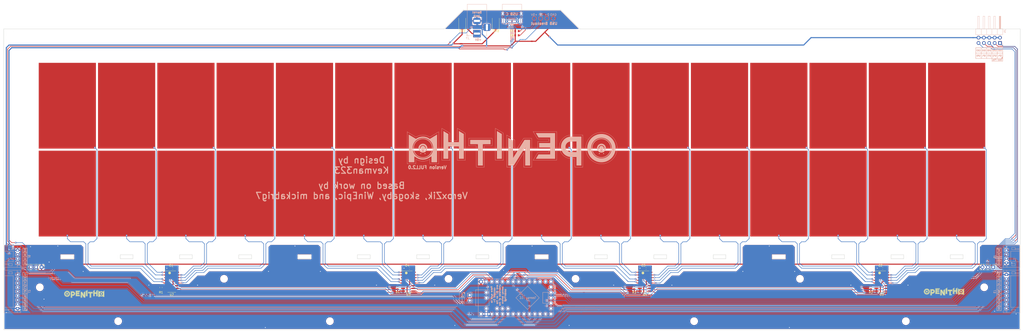
<source format=kicad_pcb>
(kicad_pcb (version 20171130) (host pcbnew "(5.1.7)-1")
  (layers (0 F.Cu signal) (31 B.Cu signal) (34 B.Paste user) (35 F.Paste user) (36 B.SilkS user) (37 F.SilkS user) (38 B.Mask user) (39 F.Mask user) (44 Edge.Cuts user))
  (net 0 "")
  (net 1 GND)
  (net 2 +5V)
  (net 3 /MUX_0)
  (net 4 /MUX_1)
  (net 5 /MUX_2)
  (net 6 /KEY_7)
  (net 7 /KEY_6)
  (net 8 /KEY_5)
  (net 9 /KEY_4)
  (net 10 /KEY_3)
  (net 11 /KEY_2)
  (net 12 /KEY_1)
  (net 13 /KEY_0)
  (net 14 /KEY_8)
  (net 15 /KEY_9)
  (net 16 /KEY_10)
  (net 17 /KEY_11)
  (net 18 /KEY_12)
  (net 19 /KEY_13)
  (net 20 /KEY_14)
  (net 21 /KEY_15)
  (net 22 /RGB_DO)
  (net 23 +3V3)
  (net 24 /TOUCH_1)
  (net 25 /TOUCH_0)
  (net 26 /RGB_DO_BUF)
  (net 27 /TOUCH_2)
  (net 28 /TOUCH_3)
  (net 29 /KEY_23)
  (net 30 /KEY_22)
  (net 31 /KEY_21)
  (net 32 /KEY_20)
  (net 33 /KEY_19)
  (net 34 /KEY_18)
  (net 35 /KEY_17)
  (net 36 /KEY_16)
  (net 37 /KEY_31)
  (net 38 /KEY_30)
  (net 39 /KEY_29)
  (net 40 /KEY_28)
  (net 41 /KEY_27)
  (net 42 /KEY_26)
  (net 43 /KEY_25)
  (net 44 /KEY_24)
  (net 45 /SPARE_3)
  (net 46 /SPARE_2)
  (net 47 /SPARE_1)
  (net 48 /SPARE_0)
  (net 49 /SPARE_4)
  (net 50 "Net-(R1-Pad1)")
  (net 51 "Net-(R2-Pad1)")
  (net 52 "Net-(R3-Pad1)")
  (net 53 "Net-(R4-Pad1)")
  (net 54 "Net-(U1-Pad18)")
  (net 55 "Net-(U1-Pad17)")
  (net 56 "Net-(U1-Pad16)")
  (net 57 "Net-(U1-Pad35)")
  (net 58 "Net-(U1-Pad34)")
  (net 59 /AIR_LED_4)
  (net 60 /AIR_LED_2)
  (net 61 /AIR_LED_0)
  (net 62 /AIR_SENSOR_1)
  (net 63 /AIR_SENSOR_3)
  (net 64 /AIR_SENSOR_5)
  (net 65 /AIR_SENSOR_4)
  (net 66 /AIR_SENSOR_2)
  (net 67 /AIR_SENSOR_0)
  (net 68 /AIR_LED_1)
  (net 69 /AIR_LED_3)
  (net 70 /AIR_LED_5)
  (net 71 "Net-(J1-PadS1)")
  (net 72 "Net-(J1-PadB5)")
  (net 73 "Net-(J1-PadB8)")
  (net 74 "Net-(J1-PadA8)")
  (net 75 "Net-(J1-PadA5)")
  (net 76 "Net-(J5-Pad3)")
  (net 77 "Net-(J6-Pad3)")
  (net 78 /USB_D+)
  (net 79 /USB_D-)
  (net 80 /BARREL_DETECT)
  (net 81 "Net-(D48-Pad2)")
  (net 82 "Net-(D49-Pad2)")
  (net 83 /KEY_LED/DO)
  (module Connector_PinHeader_2.54mm:PinHeader_1x03_P2.54mm_Vertical (layer F.Cu) (at 375.25 126.5 270)
    (fp_text reference J10 hide)
    (fp_text value Conn_01x03)
    (pad 3 thru_hole oval (at 0 5.08 270) (size 1.7 1.7) (drill 1) (layers *.Cu *.Mask) (net 1 GND))
    (pad 2 thru_hole oval (at 0 2.54 270) (size 1.7 1.7) (drill 1) (layers *.Cu *.Mask) (net 83 /KEY_LED/DO))
    (pad 1 thru_hole rect (at 0 0 270) (size 1.7 1.7) (drill 1) (layers *.Cu *.Mask) (net 2 +5V))
  )
  (module Connector_PinHeader_2.54mm:PinHeader_1x03_P2.54mm_Vertical (layer F.Cu) (at -74.17 126.5 270)
    (fp_text reference J9 hide)
    (fp_text value Conn_01x03)
    (pad 3 thru_hole oval (at 0 5.08 270) (size 1.7 1.7) (drill 1) (layers *.Cu *.Mask) (net 2 +5V))
    (pad 2 thru_hole oval (at 0 2.54 270) (size 1.7 1.7) (drill 1) (layers *.Cu *.Mask) (net 26 /RGB_DO_BUF))
    (pad 1 thru_hole rect (at 0 0 270) (size 1.7 1.7) (drill 1) (layers *.Cu *.Mask) (net 1 GND))
  )
  (module Diode_SMD:D_SMA (layer F.Cu) (at 124.46 10.89 90)
    (fp_text reference D49 (at -4.11 0.04 180) (layer F.SilkS))
    (fp_text value D_Schottky)
    (pad 1 smd rect (at -2 0 90) (size 2.5 1.8) (layers F.Cu F.Paste F.Mask) (net 2 +5V))
    (pad 2 smd rect (at 2 0 90) (size 2.5 1.8) (layers F.Cu F.Paste F.Mask) (net 82 "Net-(D49-Pad2)"))
  )
  (module Diode_SMD:D_SMA (layer F.Cu) (at 140.335 10.89 90)
    (fp_text reference D48 (at -4.11 0.165 180) (layer F.SilkS))
    (fp_text value D_Schottky)
    (pad 1 smd rect (at -2 0 90) (size 2.5 1.8) (layers F.Cu F.Paste F.Mask) (net 2 +5V))
    (pad 2 smd rect (at 2 0 90) (size 2.5 1.8) (layers F.Cu F.Paste F.Mask) (net 81 "Net-(D48-Pad2)"))
  )
  (module Connector_PinHeader_2.54mm:PinHeader_2x05_P2.54mm_Horizontal (layer B.Cu) (at 378.46 20.6375 90)
    (fp_text reference J4 (at 5.655 2.27 90) (layer B.SilkS) (effects (justify mirror)))
    (fp_text value Conn_02x05_Odd_Even)
    (pad 10 thru_hole oval (at 2.54 -10.16 90) (size 1.7 1.7) (drill 1) (layers *.Cu *.Mask) (net 1 GND))
    (pad 9 thru_hole oval (at 0 -10.16 90) (size 1.7 1.7) (drill 1) (layers *.Cu *.Mask) (net 48 /SPARE_0))
    (pad 8 thru_hole oval (at 2.54 -7.62 90) (size 1.7 1.7) (drill 1) (layers *.Cu *.Mask) (net 1 GND))
    (pad 7 thru_hole oval (at 0 -7.62 90) (size 1.7 1.7) (drill 1) (layers *.Cu *.Mask) (net 47 /SPARE_1))
    (pad 6 thru_hole oval (at 2.54 -5.08 90) (size 1.7 1.7) (drill 1) (layers *.Cu *.Mask) (net 1 GND))
    (pad 5 thru_hole oval (at 0 -5.08 90) (size 1.7 1.7) (drill 1) (layers *.Cu *.Mask) (net 46 /SPARE_2))
    (pad 4 thru_hole oval (at 2.54 -2.54 90) (size 1.7 1.7) (drill 1) (layers *.Cu *.Mask) (net 1 GND))
    (pad 3 thru_hole oval (at 0 -2.54 90) (size 1.7 1.7) (drill 1) (layers *.Cu *.Mask) (net 45 /SPARE_3))
    (pad 2 thru_hole oval (at 2.54 0 90) (size 1.7 1.7) (drill 1) (layers *.Cu *.Mask) (net 1 GND))
    (pad 1 thru_hole rect (at 0 0 90) (size 1.7 1.7) (drill 1) (layers *.Cu *.Mask) (net 49 /SPARE_4))
  )
  (module teensy:TeensyLC (layer B.Cu) (at 149.86 140.97)
    (fp_text reference U1 hide)
    (fp_text value Teensy-LC (at 5.588 0) (layer B.SilkS) (effects (justify mirror)))
    (pad 39 thru_hole circle (at -13.97 0) (size 1.6 1.6) (drill 1.1) (layers *.Cu *.Mask) (net 79 /USB_D-))
    (pad 38 thru_hole circle (at -13.97 -2.54) (size 1.6 1.6) (drill 1.1) (layers *.Cu *.Mask) (net 78 /USB_D+))
    (pad 1 thru_hole rect (at -16.51 -7.62) (size 1.6 1.6) (drill 1.1) (layers *.Cu *.Mask) (net 1 GND))
    (pad 2 thru_hole circle (at -13.97 -7.62) (size 1.6 1.6) (drill 1.1) (layers *.Cu *.Mask) (net 25 /TOUCH_0))
    (pad 3 thru_hole circle (at -11.43 -7.62) (size 1.6 1.6) (drill 1.1) (layers *.Cu *.Mask) (net 28 /TOUCH_3))
    (pad 4 thru_hole circle (at -8.89 -7.62) (size 1.6 1.6) (drill 1.1) (layers *.Cu *.Mask) (net 5 /MUX_2))
    (pad 5 thru_hole circle (at -6.35 -7.62) (size 1.6 1.6) (drill 1.1) (layers *.Cu *.Mask) (net 27 /TOUCH_2))
    (pad 6 thru_hole circle (at -3.81 -7.62) (size 1.6 1.6) (drill 1.1) (layers *.Cu *.Mask) (net 24 /TOUCH_1))
    (pad 7 thru_hole circle (at -1.27 -7.62) (size 1.6 1.6) (drill 1.1) (layers *.Cu *.Mask) (net 22 /RGB_DO))
    (pad 8 thru_hole circle (at 1.27 -7.62) (size 1.6 1.6) (drill 1.1) (layers *.Cu *.Mask) (net 4 /MUX_1))
    (pad 9 thru_hole circle (at 3.81 -7.62) (size 1.6 1.6) (drill 1.1) (layers *.Cu *.Mask) (net 3 /MUX_0))
    (pad 10 thru_hole circle (at 6.35 -7.62) (size 1.6 1.6) (drill 1.1) (layers *.Cu *.Mask) (net 80 /BARREL_DETECT))
    (pad 11 thru_hole circle (at 8.89 -7.62) (size 1.6 1.6) (drill 1.1) (layers *.Cu *.Mask) (net 48 /SPARE_0))
    (pad 12 thru_hole circle (at 11.43 -7.62) (size 1.6 1.6) (drill 1.1) (layers *.Cu *.Mask) (net 46 /SPARE_2))
    (pad 13 thru_hole circle (at 13.97 -7.62) (size 1.6 1.6) (drill 1.1) (layers *.Cu *.Mask) (net 47 /SPARE_1))
    (pad 37 thru_hole circle (at -3.81 5.08) (size 1.6 1.6) (drill 1.1) (layers *.Cu *.Mask) (net 49 /SPARE_4))
    (pad 36 thru_hole circle (at -6.35 5.08) (size 1.6 1.6) (drill 1.1) (layers *.Cu *.Mask) (net 45 /SPARE_3))
    (pad 35 thru_hole circle (at -8.89 5.08) (size 1.6 1.6) (drill 1.1) (layers *.Cu *.Mask) (net 57 "Net-(U1-Pad35)"))
    (pad 34 thru_hole circle (at -13.97 5.08) (size 1.6 1.6) (drill 1.1) (layers *.Cu *.Mask) (net 58 "Net-(U1-Pad34)"))
    (pad 33 thru_hole circle (at -16.51 7.62) (size 1.6 1.6) (drill 1.1) (layers *.Cu *.Mask) (net 2 +5V))
    (pad 32 thru_hole circle (at -13.97 7.62) (size 1.6 1.6) (drill 1.1) (layers *.Cu *.Mask) (net 1 GND))
    (pad 31 thru_hole circle (at -11.43 7.62) (size 1.6 1.6) (drill 1.1) (layers *.Cu *.Mask) (net 23 +3V3))
    (pad 30 thru_hole circle (at -8.89 7.62) (size 1.6 1.6) (drill 1.1) (layers *.Cu *.Mask) (net 62 /AIR_SENSOR_1))
    (pad 29 thru_hole circle (at -6.35 7.62) (size 1.6 1.6) (drill 1.1) (layers *.Cu *.Mask) (net 63 /AIR_SENSOR_3))
    (pad 28 thru_hole circle (at -3.81 7.62) (size 1.6 1.6) (drill 1.1) (layers *.Cu *.Mask) (net 64 /AIR_SENSOR_5))
    (pad 27 thru_hole circle (at -1.27 7.62) (size 1.6 1.6) (drill 1.1) (layers *.Cu *.Mask) (net 65 /AIR_SENSOR_4))
    (pad 26 thru_hole circle (at 1.27 7.62) (size 1.6 1.6) (drill 1.1) (layers *.Cu *.Mask) (net 66 /AIR_SENSOR_2))
    (pad 25 thru_hole circle (at 3.81 7.62) (size 1.6 1.6) (drill 1.1) (layers *.Cu *.Mask) (net 67 /AIR_SENSOR_0))
    (pad 24 thru_hole circle (at 6.35 7.62) (size 1.6 1.6) (drill 1.1) (layers *.Cu *.Mask) (net 22 /RGB_DO))
    (pad 23 thru_hole circle (at 8.89 7.62) (size 1.6 1.6) (drill 1.1) (layers *.Cu *.Mask) (net 59 /AIR_LED_4))
    (pad 22 thru_hole circle (at 11.43 7.62) (size 1.6 1.6) (drill 1.1) (layers *.Cu *.Mask) (net 60 /AIR_LED_2))
    (pad 21 thru_hole circle (at 13.97 7.62) (size 1.6 1.6) (drill 1.1) (layers *.Cu *.Mask) (net 61 /AIR_LED_0))
    (pad 14 thru_hole circle (at 16.51 -7.62) (size 1.6 1.6) (drill 1.1) (layers *.Cu *.Mask) (net 70 /AIR_LED_5))
    (pad 15 thru_hole circle (at 16.51 -5.08) (size 1.6 1.6) (drill 1.1) (layers *.Cu *.Mask) (net 26 /RGB_DO_BUF))
    (pad 16 thru_hole circle (at 16.51 -2.54) (size 1.6 1.6) (drill 1.1) (layers *.Cu *.Mask) (net 56 "Net-(U1-Pad16)"))
    (pad 20 thru_hole circle (at 16.51 7.62) (size 1.6 1.6) (drill 1.1) (layers *.Cu *.Mask) (net 68 /AIR_LED_1))
    (pad 19 thru_hole circle (at 16.51 5.08) (size 1.6 1.6) (drill 1.1) (layers *.Cu *.Mask) (net 69 /AIR_LED_3))
    (pad 18 thru_hole circle (at 16.51 2.54) (size 1.6 1.6) (drill 1.1) (layers *.Cu *.Mask) (net 54 "Net-(U1-Pad18)"))
    (pad 17 thru_hole circle (at 16.51 0) (size 1.6 1.6) (drill 1.1) (layers *.Cu *.Mask) (net 55 "Net-(U1-Pad17)"))
  )
  (module OpeNITHM:openithm-logo (layer F.Cu) (at 352 138)
    (fp_text reference LOGO3 hide)
    (fp_text value Logo hide)
  )
  (module OpeNITHM:openithm-big (layer B.Cu) (at 148 78 180)
    (fp_text reference LOGO2 hide)
    (fp_text value Logo hide)
  )
  (module Connector_PinHeader_2.54mm:PinHeader_1x02_P2.54mm_Vertical (layer B.Cu) (at 128 139.7 180)
    (fp_text reference J8 hide)
    (fp_text value Conn_01x02)
    (pad 1 thru_hole rect (at 0 0 180) (size 1.7 1.7) (drill 1) (layers *.Cu *.Mask) (net 78 /USB_D+))
    (pad 2 thru_hole oval (at 0 -2.54 180) (size 1.7 1.7) (drill 1) (layers *.Cu *.Mask) (net 79 /USB_D-))
  )
  (module Package_SO:SOIC-16_3.9x9.9mm_P1.27mm (layer F.Cu) (at 99.06 133.35)
    (fp_text reference U5 (at 0 6.096) (layer F.SilkS))
    (fp_text value 74HC4051D)
    (pad 16 smd roundrect (at 2.475 -4.445) (size 1.95 0.6) (layers F.Cu F.Paste F.Mask) (net 23 +3V3))
    (pad 15 smd roundrect (at 2.475 -3.175) (size 1.95 0.6) (layers F.Cu F.Paste F.Mask) (net 20 /KEY_14))
    (pad 14 smd roundrect (at 2.475 -1.905) (size 1.95 0.6) (layers F.Cu F.Paste F.Mask) (net 7 /KEY_6))
    (pad 13 smd roundrect (at 2.475 -0.635) (size 1.95 0.6) (layers F.Cu F.Paste F.Mask) (net 21 /KEY_15))
    (pad 12 smd roundrect (at 2.475 0.635) (size 1.95 0.6) (layers F.Cu F.Paste F.Mask) (net 6 /KEY_7))
    (pad 11 smd roundrect (at 2.475 1.905) (size 1.95 0.6) (layers F.Cu F.Paste F.Mask) (net 3 /MUX_0))
    (pad 10 smd roundrect (at 2.475 3.175) (size 1.95 0.6) (layers F.Cu F.Paste F.Mask) (net 4 /MUX_1))
    (pad 9 smd roundrect (at 2.475 4.445) (size 1.95 0.6) (layers F.Cu F.Paste F.Mask) (net 5 /MUX_2))
    (pad 8 smd roundrect (at -2.475 4.445) (size 1.95 0.6) (layers F.Cu F.Paste F.Mask) (net 1 GND))
    (pad 7 smd roundrect (at -2.475 3.175) (size 1.95 0.6) (layers F.Cu F.Paste F.Mask) (net 1 GND))
    (pad 6 smd roundrect (at -2.475 1.905) (size 1.95 0.6) (layers F.Cu F.Paste F.Mask) (net 53 "Net-(R4-Pad1)"))
    (pad 5 smd roundrect (at -2.475 0.635) (size 1.95 0.6) (layers F.Cu F.Paste F.Mask) (net 18 /KEY_12))
    (pad 4 smd roundrect (at -2.475 -0.635) (size 1.95 0.6) (layers F.Cu F.Paste F.Mask) (net 9 /KEY_4))
    (pad 3 smd roundrect (at -2.475 -1.905) (size 1.95 0.6) (layers F.Cu F.Paste F.Mask) (net 28 /TOUCH_3))
    (pad 2 smd roundrect (at -2.475 -3.175) (size 1.95 0.6) (layers F.Cu F.Paste F.Mask) (net 19 /KEY_13))
    (pad 1 smd roundrect (at -2.475 -4.445) (size 1.95 0.6) (layers F.Cu F.Paste F.Mask) (net 8 /KEY_5))
  )
  (module Resistor_SMD:R_0603_1608Metric (layer F.Cu) (at 150.34 17)
    (fp_text reference R6 (at -2.425 0) (layer F.SilkS))
    (fp_text value 5.1k)
    (pad 1 smd roundrect (at -0.825 0) (size 0.8 0.95) (layers F.Cu F.Paste F.Mask) (net 1 GND))
    (pad 2 smd roundrect (at 0.825 0) (size 0.8 0.95) (layers F.Cu F.Paste F.Mask) (net 72 "Net-(J1-PadB5)"))
  )
  (module Resistor_SMD:R_0603_1608Metric (layer F.Cu) (at 150.34 15)
    (fp_text reference R5 (at -2.5 0) (layer F.SilkS))
    (fp_text value 5.1k)
    (pad 1 smd roundrect (at -0.825 0) (size 0.8 0.95) (layers F.Cu F.Paste F.Mask) (net 1 GND))
    (pad 2 smd roundrect (at 0.825 0) (size 0.8 0.95) (layers F.Cu F.Paste F.Mask) (net 75 "Net-(J1-PadA5)"))
  )
  (module Connector_USB:USB_C_Receptacle_GCT_USB4085 (layer B.Cu) (at 145.02 11.1)
    (fp_text reference J1 (at 2.975 1.8) (layer B.SilkS) (effects (justify mirror)))
    (fp_text value USB_C_Receptacle)
    (pad A1 thru_hole circle (at 0 0) (size 0.7 0.7) (drill 0.4) (layers *.Cu *.Mask) (net 1 GND))
    (pad A4 thru_hole circle (at 0.85 0) (size 0.7 0.7) (drill 0.4) (layers *.Cu *.Mask) (net 81 "Net-(D48-Pad2)"))
    (pad A5 thru_hole circle (at 1.7 0) (size 0.7 0.7) (drill 0.4) (layers *.Cu *.Mask) (net 75 "Net-(J1-PadA5)"))
    (pad A6 thru_hole circle (at 2.55 0) (size 0.7 0.7) (drill 0.4) (layers *.Cu *.Mask) (net 78 /USB_D+))
    (pad A7 thru_hole circle (at 3.4 0) (size 0.7 0.7) (drill 0.4) (layers *.Cu *.Mask) (net 79 /USB_D-))
    (pad A8 thru_hole circle (at 4.25 0) (size 0.7 0.7) (drill 0.4) (layers *.Cu *.Mask) (net 74 "Net-(J1-PadA8)"))
    (pad A9 thru_hole circle (at 5.1 0) (size 0.7 0.7) (drill 0.4) (layers *.Cu *.Mask) (net 81 "Net-(D48-Pad2)"))
    (pad A12 thru_hole circle (at 5.95 0) (size 0.7 0.7) (drill 0.4) (layers *.Cu *.Mask) (net 1 GND))
    (pad B9 thru_hole circle (at 0.85 -1.35) (size 0.7 0.7) (drill 0.4) (layers *.Cu *.Mask) (net 81 "Net-(D48-Pad2)"))
    (pad B7 thru_hole circle (at 2.55 -1.35) (size 0.7 0.7) (drill 0.4) (layers *.Cu *.Mask) (net 79 /USB_D-))
    (pad B8 thru_hole circle (at 1.7 -1.35) (size 0.7 0.7) (drill 0.4) (layers *.Cu *.Mask) (net 73 "Net-(J1-PadB8)"))
    (pad B12 thru_hole circle (at 0 -1.35) (size 0.7 0.7) (drill 0.4) (layers *.Cu *.Mask) (net 1 GND))
    (pad B5 thru_hole circle (at 4.25 -1.35) (size 0.7 0.7) (drill 0.4) (layers *.Cu *.Mask) (net 72 "Net-(J1-PadB5)"))
    (pad B4 thru_hole circle (at 5.1 -1.35) (size 0.7 0.7) (drill 0.4) (layers *.Cu *.Mask) (net 81 "Net-(D48-Pad2)"))
    (pad B1 thru_hole circle (at 5.95 -1.35) (size 0.7 0.7) (drill 0.4) (layers *.Cu *.Mask) (net 1 GND))
    (pad B6 thru_hole circle (at 3.4 -1.35) (size 0.7 0.7) (drill 0.4) (layers *.Cu *.Mask) (net 78 /USB_D+))
    (pad S1 thru_hole oval (at -1.35 -0.98) (size 0.9 2.4) (drill oval 0.6 2.1) (layers *.Cu *.Mask) (net 71 "Net-(J1-PadS1)"))
    (pad S1 thru_hole oval (at 7.3 -0.98) (size 0.9 2.4) (drill oval 0.6 2.1) (layers *.Cu *.Mask) (net 71 "Net-(J1-PadS1)"))
    (pad S1 thru_hole oval (at -1.35 -4.36) (size 0.9 1.7) (drill oval 0.6 1.4) (layers *.Cu *.Mask) (net 71 "Net-(J1-PadS1)"))
    (pad S1 thru_hole oval (at 7.3 -4.36) (size 0.9 1.7) (drill oval 0.6 1.4) (layers *.Cu *.Mask) (net 71 "Net-(J1-PadS1)"))
  )
  (module Connector_BarrelJack:BarrelJack_Horizontal (layer B.Cu) (at 131.445 16.2 270)
    (fp_text reference J7 (at 2.215 4.365) (layer B.SilkS) (effects (justify mirror)))
    (fp_text value Barrel_Jack)
    (pad 3 thru_hole roundrect (at -3 -4.7 270) (size 3.5 3.5) (drill oval 3 1) (layers *.Cu *.Mask) (net 80 /BARREL_DETECT))
    (pad 2 thru_hole roundrect (at -6 0 270) (size 3 3.5) (drill oval 1 3) (layers *.Cu *.Mask) (net 1 GND))
    (pad 1 thru_hole rect (at 0 0 270) (size 3.5 3.5) (drill oval 1 3) (layers *.Cu *.Mask) (net 82 "Net-(D49-Pad2)"))
  )
  (module TestPoint:TestPoint_Pad_D1.5mm (layer B.Cu) (at 167.5 9)
    (fp_text reference TP4 hide)
    (fp_text value GND (at 0 -1.75) (layer B.SilkS) (effects (justify mirror)))
    (pad 1 smd circle (at 0 0) (size 1.5 1.5) (layers B.Cu B.Mask) (net 1 GND))
  )
  (module TestPoint:TestPoint_Pad_D1.5mm (layer B.Cu) (at 164.5 9)
    (fp_text reference TP3 hide)
    (fp_text value D+ (at 0 -1.75) (layer B.SilkS) (effects (justify mirror)))
    (pad 1 smd circle (at 0 0) (size 1.5 1.5) (layers B.Cu B.Mask) (net 78 /USB_D+))
  )
  (module TestPoint:TestPoint_Pad_D1.5mm (layer B.Cu) (at 161.5 9)
    (fp_text reference TP2 hide)
    (fp_text value D- (at 0 -1.75) (layer B.SilkS) (effects (justify mirror)))
    (pad 1 smd circle (at 0 0) (size 1.5 1.5) (layers B.Cu B.Mask) (net 79 /USB_D-))
  )
  (module TestPoint:TestPoint_Pad_D1.5mm (layer B.Cu) (at 158.5 9)
    (fp_text reference TP1 hide)
    (fp_text value +5V (at 0 -1.75) (layer B.SilkS) (effects (justify mirror)))
    (pad 1 smd circle (at 0 0) (size 1.5 1.5) (layers B.Cu B.Mask) (net 81 "Net-(D48-Pad2)"))
  )
  (module Connector_JST:JST_PH_S4B-PH-K_1x04_P2.00mm_Horizontal (layer B.Cu) (at -85.5 124.5 90)
    (fp_text reference J6 (at 3 5.5 270 unlocked) (layer B.SilkS) (effects (justify mirror)))
    (fp_text value Conn_01x04)
    (pad 4 thru_hole oval (at 6 0 90) (size 1.2 1.75) (drill 0.75) (layers *.Cu *.Mask) (net 1 GND))
    (pad 3 thru_hole oval (at 4 0 90) (size 1.2 1.75) (drill 0.75) (layers *.Cu *.Mask) (net 77 "Net-(J6-Pad3)"))
    (pad 2 thru_hole oval (at 2 0 90) (size 1.2 1.75) (drill 0.75) (layers *.Cu *.Mask) (net 76 "Net-(J5-Pad3)"))
    (pad 1 thru_hole roundrect (at 0 0 90) (size 1.2 1.75) (drill 0.75) (layers *.Cu *.Mask) (roundrect_rratio 0.2083325) (net 2 +5V))
  )
  (module Connector_JST:JST_PH_S4B-PH-K_1x04_P2.00mm_Horizontal (layer B.Cu) (at 381.5 118.5 270)
    (fp_text reference J5 (at 3 5.5 270) (layer B.SilkS) (effects (justify mirror)))
    (fp_text value Conn_01x04)
    (pad 4 thru_hole oval (at 6 0 270) (size 1.2 1.75) (drill 0.75) (layers *.Cu *.Mask) (net 1 GND))
    (pad 3 thru_hole oval (at 4 0 270) (size 1.2 1.75) (drill 0.75) (layers *.Cu *.Mask) (net 76 "Net-(J5-Pad3)"))
    (pad 2 thru_hole oval (at 2 0 270) (size 1.2 1.75) (drill 0.75) (layers *.Cu *.Mask) (net 83 /KEY_LED/DO))
    (pad 1 thru_hole roundrect (at 0 0 270) (size 1.2 1.75) (drill 0.75) (layers *.Cu *.Mask) (roundrect_rratio 0.2083325) (net 2 +5V))
  )
  (module Connector_JST:JST_PH_S9B-PH-K_1x09_P2.00mm_Horizontal (layer B.Cu) (at 381.5 130 270)
    (fp_text reference J3 (at 8 5.5 270) (layer B.SilkS) (effects (justify mirror)))
    (fp_text value Conn_01x09)
    (pad 9 thru_hole oval (at 16 0 270) (size 1.2 1.75) (drill 0.75) (layers *.Cu *.Mask) (net 2 +5V))
    (pad 8 thru_hole oval (at 14 0 270) (size 1.2 1.75) (drill 0.75) (layers *.Cu *.Mask) (net 23 +3V3))
    (pad 7 thru_hole oval (at 12 0 270) (size 1.2 1.75) (drill 0.75) (layers *.Cu *.Mask) (net 65 /AIR_SENSOR_4))
    (pad 6 thru_hole oval (at 10 0 270) (size 1.2 1.75) (drill 0.75) (layers *.Cu *.Mask) (net 66 /AIR_SENSOR_2))
    (pad 5 thru_hole oval (at 8 0 270) (size 1.2 1.75) (drill 0.75) (layers *.Cu *.Mask) (net 67 /AIR_SENSOR_0))
    (pad 4 thru_hole oval (at 6 0 270) (size 1.2 1.75) (drill 0.75) (layers *.Cu *.Mask) (net 68 /AIR_LED_1))
    (pad 3 thru_hole oval (at 4 0 270) (size 1.2 1.75) (drill 0.75) (layers *.Cu *.Mask) (net 69 /AIR_LED_3))
    (pad 2 thru_hole oval (at 2 0 270) (size 1.2 1.75) (drill 0.75) (layers *.Cu *.Mask) (net 70 /AIR_LED_5))
    (pad 1 thru_hole roundrect (at 0 0 270) (size 1.2 1.75) (drill 0.75) (layers *.Cu *.Mask) (roundrect_rratio 0.2083325) (net 1 GND))
  )
  (module Connector_JST:JST_PH_S9B-PH-K_1x09_P2.00mm_Horizontal (layer B.Cu) (at -85.5 146 90)
    (fp_text reference J2 (at 8 5.5 270 unlocked) (layer B.SilkS) (effects (justify mirror)))
    (fp_text value Conn_01x09)
    (pad 9 thru_hole oval (at 16 0 90) (size 1.2 1.75) (drill 0.75) (layers *.Cu *.Mask) (net 2 +5V))
    (pad 8 thru_hole oval (at 14 0 90) (size 1.2 1.75) (drill 0.75) (layers *.Cu *.Mask) (net 23 +3V3))
    (pad 7 thru_hole oval (at 12 0 90) (size 1.2 1.75) (drill 0.75) (layers *.Cu *.Mask) (net 59 /AIR_LED_4))
    (pad 6 thru_hole oval (at 10 0 90) (size 1.2 1.75) (drill 0.75) (layers *.Cu *.Mask) (net 60 /AIR_LED_2))
    (pad 5 thru_hole oval (at 8 0 90) (size 1.2 1.75) (drill 0.75) (layers *.Cu *.Mask) (net 61 /AIR_LED_0))
    (pad 4 thru_hole oval (at 6 0 90) (size 1.2 1.75) (drill 0.75) (layers *.Cu *.Mask) (net 62 /AIR_SENSOR_1))
    (pad 3 thru_hole oval (at 4 0 90) (size 1.2 1.75) (drill 0.75) (layers *.Cu *.Mask) (net 63 /AIR_SENSOR_3))
    (pad 2 thru_hole oval (at 2 0 90) (size 1.2 1.75) (drill 0.75) (layers *.Cu *.Mask) (net 64 /AIR_SENSOR_5))
    (pad 1 thru_hole roundrect (at 0 0 90) (size 1.2 1.75) (drill 0.75) (layers *.Cu *.Mask) (roundrect_rratio 0.2083325) (net 1 GND))
  )
  (module TouchPad:Pads (layer F.Cu) (at -75.5 30)
    (fp_text reference Keys1 hide)
    (fp_text value Conn_02x16_Odd_Even)
    (pad 32 connect rect (at 433.5 61.75) (size 27 40.5) (layers F.Cu) (net 37 /KEY_31))
    (pad 31 connect rect (at 433.5 20.25) (size 27 40.5) (layers F.Cu) (net 29 /KEY_23))
    (pad 30 connect rect (at 405.5 61.75) (size 27 40.5) (layers F.Cu) (net 38 /KEY_30))
    (pad 29 connect rect (at 405.5 20.25) (size 27 40.5) (layers F.Cu) (net 30 /KEY_22))
    (pad 28 connect rect (at 377.5 61.75) (size 27 40.5) (layers F.Cu) (net 39 /KEY_29))
    (pad 27 connect rect (at 377.5 20.25) (size 27 40.5) (layers F.Cu) (net 31 /KEY_21))
    (pad 26 connect rect (at 349.5 61.75) (size 27 40.5) (layers F.Cu) (net 40 /KEY_28))
    (pad 25 connect rect (at 349.5 20.25) (size 27 40.5) (layers F.Cu) (net 32 /KEY_20))
    (pad 24 connect rect (at 321.5 61.75) (size 27 40.5) (layers F.Cu) (net 41 /KEY_27))
    (pad 23 connect rect (at 321.5 20.25) (size 27 40.5) (layers F.Cu) (net 33 /KEY_19))
    (pad 22 connect rect (at 293.5 61.75) (size 27 40.5) (layers F.Cu) (net 42 /KEY_26))
    (pad 21 connect rect (at 293.5 20.25) (size 27 40.5) (layers F.Cu) (net 34 /KEY_18))
    (pad 20 connect rect (at 265.5 61.75) (size 27 40.5) (layers F.Cu) (net 43 /KEY_25))
    (pad 19 connect rect (at 265.5 20.25) (size 27 40.5) (layers F.Cu) (net 35 /KEY_17))
    (pad 18 connect rect (at 237.5 61.75) (size 27 40.5) (layers F.Cu) (net 44 /KEY_24))
    (pad 17 connect rect (at 237.5 20.25) (size 27 40.5) (layers F.Cu) (net 36 /KEY_16))
    (pad 16 connect rect (at 209.5 61.75) (size 27 40.5) (layers F.Cu) (net 21 /KEY_15))
    (pad 15 connect rect (at 209.5 20.25) (size 27 40.5) (layers F.Cu) (net 6 /KEY_7))
    (pad 14 connect rect (at 181.5 61.75) (size 27 40.5) (layers F.Cu) (net 20 /KEY_14))
    (pad 13 connect rect (at 181.5 20.25) (size 27 40.5) (layers F.Cu) (net 7 /KEY_6))
    (pad 12 connect rect (at 153.5 61.75) (size 27 40.5) (layers F.Cu) (net 19 /KEY_13))
    (pad 11 connect rect (at 153.5 20.25) (size 27 40.5) (layers F.Cu) (net 8 /KEY_5))
    (pad 10 connect rect (at 125.5 61.75) (size 27 40.5) (layers F.Cu) (net 18 /KEY_12))
    (pad 9 connect rect (at 125.5 20.25) (size 27 40.5) (layers F.Cu) (net 9 /KEY_4))
    (pad 8 connect rect (at 97.5 61.75) (size 27 40.5) (layers F.Cu) (net 17 /KEY_11))
    (pad 7 connect rect (at 97.5 20.25) (size 27 40.5) (layers F.Cu) (net 10 /KEY_3))
    (pad 6 connect rect (at 69.5 61.75) (size 27 40.5) (layers F.Cu) (net 16 /KEY_10))
    (pad 5 connect rect (at 69.5 20.25) (size 27 40.5) (layers F.Cu) (net 11 /KEY_2))
    (pad 4 connect rect (at 41.5 61.75) (size 27 40.5) (layers F.Cu) (net 15 /KEY_9))
    (pad 3 connect rect (at 41.5 20.25) (size 27 40.5) (layers F.Cu) (net 12 /KEY_1))
    (pad 2 connect rect (at 13.5 61.75) (size 27 40.5) (layers F.Cu) (net 14 /KEY_8))
    (pad 1 connect rect (at 13.5 20.25) (size 27 40.5) (layers F.Cu) (net 13 /KEY_0))
  )
  (module Package_SO:SOIC-16_3.9x9.9mm_P1.27mm (layer F.Cu) (at 322.58 133.35)
    (fp_text reference U3 (at 0 6.096) (layer F.SilkS))
    (fp_text value 74HC4051D)
    (pad 16 smd roundrect (at 2.475 -4.445) (size 1.95 0.6) (layers F.Cu F.Paste F.Mask) (net 23 +3V3))
    (pad 15 smd roundrect (at 2.475 -3.175) (size 1.95 0.6) (layers F.Cu F.Paste F.Mask) (net 38 /KEY_30))
    (pad 14 smd roundrect (at 2.475 -1.905) (size 1.95 0.6) (layers F.Cu F.Paste F.Mask) (net 30 /KEY_22))
    (pad 13 smd roundrect (at 2.475 -0.635) (size 1.95 0.6) (layers F.Cu F.Paste F.Mask) (net 37 /KEY_31))
    (pad 12 smd roundrect (at 2.475 0.635) (size 1.95 0.6) (layers F.Cu F.Paste F.Mask) (net 29 /KEY_23))
    (pad 11 smd roundrect (at 2.475 1.905) (size 1.95 0.6) (layers F.Cu F.Paste F.Mask) (net 3 /MUX_0))
    (pad 10 smd roundrect (at 2.475 3.175) (size 1.95 0.6) (layers F.Cu F.Paste F.Mask) (net 4 /MUX_1))
    (pad 9 smd roundrect (at 2.475 4.445) (size 1.95 0.6) (layers F.Cu F.Paste F.Mask) (net 5 /MUX_2))
    (pad 8 smd roundrect (at -2.475 4.445) (size 1.95 0.6) (layers F.Cu F.Paste F.Mask) (net 1 GND))
    (pad 7 smd roundrect (at -2.475 3.175) (size 1.95 0.6) (layers F.Cu F.Paste F.Mask) (net 1 GND))
    (pad 6 smd roundrect (at -2.475 1.905) (size 1.95 0.6) (layers F.Cu F.Paste F.Mask) (net 51 "Net-(R2-Pad1)"))
    (pad 5 smd roundrect (at -2.475 0.635) (size 1.95 0.6) (layers F.Cu F.Paste F.Mask) (net 40 /KEY_28))
    (pad 4 smd roundrect (at -2.475 -0.635) (size 1.95 0.6) (layers F.Cu F.Paste F.Mask) (net 32 /KEY_20))
    (pad 3 smd roundrect (at -2.475 -1.905) (size 1.95 0.6) (layers F.Cu F.Paste F.Mask) (net 24 /TOUCH_1))
    (pad 2 smd roundrect (at -2.475 -3.175) (size 1.95 0.6) (layers F.Cu F.Paste F.Mask) (net 39 /KEY_29))
    (pad 1 smd roundrect (at -2.475 -4.445) (size 1.95 0.6) (layers F.Cu F.Paste F.Mask) (net 31 /KEY_21))
  )
  (module OpeNITHM:openithm-logo (layer F.Cu) (at -54 139.065)
    (fp_text reference LOGO1 hide)
    (fp_text value Logo hide)
  )
  (module MountingHole:MountingHole_3.2mm_M3_ISO14580 (layer F.Cu) (at 284 132)
    (fp_text reference H16 hide)
    (fp_text value MountingHole)
    (pad 1 np_thru_hole circle (at 0 0) (size 3.2 3.2) (drill 3.2) (layers *.Cu *.Mask))
  )
  (module MountingHole:MountingHole_3.2mm_M3_ISO14580 (layer F.Cu) (at 178 132)
    (fp_text reference H15 hide)
    (fp_text value MountingHole)
    (pad 1 np_thru_hole circle (at 0 0) (size 3.2 3.2) (drill 3.2) (layers *.Cu *.Mask))
  )
  (module MountingHole:MountingHole_3.2mm_M3_ISO14580 (layer F.Cu) (at 118 132)
    (fp_text reference H14 hide)
    (fp_text value MountingHole)
    (pad 1 np_thru_hole circle (at 0 0) (size 3.2 3.2) (drill 3.2) (layers *.Cu *.Mask))
  )
  (module MountingHole:MountingHole_3.2mm_M3_ISO14580 (layer F.Cu) (at 12 132)
    (fp_text reference H13 hide)
    (fp_text value MountingHole)
    (pad 1 np_thru_hole circle (at 0 0) (size 3.2 3.2) (drill 3.2) (layers *.Cu *.Mask))
  )
  (module Capacitor_SMD:C_0603_1608Metric (layer F.Cu) (at 323.075 127)
    (fp_text reference C2 (at -1.075 -1.27) (layer F.SilkS))
    (fp_text value 100nF)
    (pad 1 smd roundrect (at -0.775 0) (size 0.9 0.95) (layers F.Cu F.Paste F.Mask) (net 1 GND))
    (pad 2 smd roundrect (at 0.775 0) (size 0.9 0.95) (layers F.Cu F.Paste F.Mask) (net 23 +3V3))
  )
  (module Resistor_SMD:R_0603_1608Metric (layer F.Cu) (at -17.78 136.08 270)
    (fp_text reference R1 (at 2.35 0 180) (layer F.SilkS))
    (fp_text value 10k)
    (pad 2 smd roundrect (at 0.825 0 270) (size 0.8 0.95) (layers F.Cu F.Paste F.Mask) (net 1 GND))
    (pad 1 smd roundrect (at -0.825 0 270) (size 0.8 0.95) (layers F.Cu F.Paste F.Mask) (net 50 "Net-(R1-Pad1)"))
  )
  (module Package_SO:SOIC-16_3.9x9.9mm_P1.27mm (layer F.Cu) (at -12.7 133.35)
    (fp_text reference U2 (at 0 6.096) (layer F.SilkS))
    (fp_text value 74HC4051D)
    (pad 16 smd roundrect (at 2.475 -4.445) (size 1.95 0.6) (layers F.Cu F.Paste F.Mask) (net 23 +3V3))
    (pad 15 smd roundrect (at 2.475 -3.175) (size 1.95 0.6) (layers F.Cu F.Paste F.Mask) (net 16 /KEY_10))
    (pad 14 smd roundrect (at 2.475 -1.905) (size 1.95 0.6) (layers F.Cu F.Paste F.Mask) (net 11 /KEY_2))
    (pad 13 smd roundrect (at 2.475 -0.635) (size 1.95 0.6) (layers F.Cu F.Paste F.Mask) (net 17 /KEY_11))
    (pad 12 smd roundrect (at 2.475 0.635) (size 1.95 0.6) (layers F.Cu F.Paste F.Mask) (net 10 /KEY_3))
    (pad 11 smd roundrect (at 2.475 1.905) (size 1.95 0.6) (layers F.Cu F.Paste F.Mask) (net 3 /MUX_0))
    (pad 10 smd roundrect (at 2.475 3.175) (size 1.95 0.6) (layers F.Cu F.Paste F.Mask) (net 4 /MUX_1))
    (pad 9 smd roundrect (at 2.475 4.445) (size 1.95 0.6) (layers F.Cu F.Paste F.Mask) (net 5 /MUX_2))
    (pad 8 smd roundrect (at -2.475 4.445) (size 1.95 0.6) (layers F.Cu F.Paste F.Mask) (net 1 GND))
    (pad 7 smd roundrect (at -2.475 3.175) (size 1.95 0.6) (layers F.Cu F.Paste F.Mask) (net 1 GND))
    (pad 6 smd roundrect (at -2.475 1.905) (size 1.95 0.6) (layers F.Cu F.Paste F.Mask) (net 50 "Net-(R1-Pad1)"))
    (pad 5 smd roundrect (at -2.475 0.635) (size 1.95 0.6) (layers F.Cu F.Paste F.Mask) (net 14 /KEY_8))
    (pad 4 smd roundrect (at -2.475 -0.635) (size 1.95 0.6) (layers F.Cu F.Paste F.Mask) (net 13 /KEY_0))
    (pad 3 smd roundrect (at -2.475 -1.905) (size 1.95 0.6) (layers F.Cu F.Paste F.Mask) (net 25 /TOUCH_0))
    (pad 2 smd roundrect (at -2.475 -3.175) (size 1.95 0.6) (layers F.Cu F.Paste F.Mask) (net 15 /KEY_9))
    (pad 1 smd roundrect (at -2.475 -4.445) (size 1.95 0.6) (layers F.Cu F.Paste F.Mask) (net 12 /KEY_1))
  )
  (module MountingHole:MountingHole_3.2mm_M3_ISO14580 (layer F.Cu) (at -88 18)
    (fp_text reference H1 hide)
    (fp_text value MountingHole)
    (pad 1 np_thru_hole circle (at 0 0) (size 3.2 3.2) (drill 3.2) (layers *.Cu *.Mask))
  )
  (module Capacitor_SMD:C_0603_1608Metric (layer F.Cu) (at 99.555 127)
    (fp_text reference C4 (at -1.055 -1.27 180) (layer F.SilkS))
    (fp_text value 100nF)
    (pad 1 smd roundrect (at -0.775 0) (size 0.9 0.95) (layers F.Cu F.Paste F.Mask) (net 1 GND))
    (pad 2 smd roundrect (at 0.775 0) (size 0.9 0.95) (layers F.Cu F.Paste F.Mask) (net 23 +3V3))
  )
  (module Capacitor_SMD:C_0603_1608Metric (layer F.Cu) (at 211.315 127)
    (fp_text reference C3 (at -1.315 -1.27 180) (layer F.SilkS))
    (fp_text value 100nF)
    (pad 1 smd roundrect (at -0.775 0) (size 0.9 0.95) (layers F.Cu F.Paste F.Mask) (net 1 GND))
    (pad 2 smd roundrect (at 0.775 0) (size 0.9 0.95) (layers F.Cu F.Paste F.Mask) (net 23 +3V3))
  )
  (module Capacitor_SMD:C_0603_1608Metric (layer F.Cu) (at -12.205 127)
    (fp_text reference C1 (at -0.795 -1.27 180) (layer F.SilkS))
    (fp_text value 100nF)
    (pad 1 smd roundrect (at -0.775 0) (size 0.9 0.95) (layers F.Cu F.Paste F.Mask) (net 1 GND))
    (pad 2 smd roundrect (at 0.775 0) (size 0.9 0.95) (layers F.Cu F.Paste F.Mask) (net 23 +3V3))
  )
  (module Package_SO:SOIC-16_3.9x9.9mm_P1.27mm (layer F.Cu) (at 210.82 133.35)
    (fp_text reference U4 (at 0 6.096) (layer F.SilkS))
    (fp_text value 74HC4051D)
    (pad 16 smd roundrect (at 2.475 -4.445) (size 1.95 0.6) (layers F.Cu F.Paste F.Mask) (net 23 +3V3))
    (pad 15 smd roundrect (at 2.475 -3.175) (size 1.95 0.6) (layers F.Cu F.Paste F.Mask) (net 42 /KEY_26))
    (pad 14 smd roundrect (at 2.475 -1.905) (size 1.95 0.6) (layers F.Cu F.Paste F.Mask) (net 34 /KEY_18))
    (pad 13 smd roundrect (at 2.475 -0.635) (size 1.95 0.6) (layers F.Cu F.Paste F.Mask) (net 41 /KEY_27))
    (pad 12 smd roundrect (at 2.475 0.635) (size 1.95 0.6) (layers F.Cu F.Paste F.Mask) (net 33 /KEY_19))
    (pad 11 smd roundrect (at 2.475 1.905) (size 1.95 0.6) (layers F.Cu F.Paste F.Mask) (net 3 /MUX_0))
    (pad 10 smd roundrect (at 2.475 3.175) (size 1.95 0.6) (layers F.Cu F.Paste F.Mask) (net 4 /MUX_1))
    (pad 9 smd roundrect (at 2.475 4.445) (size 1.95 0.6) (layers F.Cu F.Paste F.Mask) (net 5 /MUX_2))
    (pad 8 smd roundrect (at -2.475 4.445) (size 1.95 0.6) (layers F.Cu F.Paste F.Mask) (net 1 GND))
    (pad 7 smd roundrect (at -2.475 3.175) (size 1.95 0.6) (layers F.Cu F.Paste F.Mask) (net 1 GND))
    (pad 6 smd roundrect (at -2.475 1.905) (size 1.95 0.6) (layers F.Cu F.Paste F.Mask) (net 52 "Net-(R3-Pad1)"))
    (pad 5 smd roundrect (at -2.475 0.635) (size 1.95 0.6) (layers F.Cu F.Paste F.Mask) (net 44 /KEY_24))
    (pad 4 smd roundrect (at -2.475 -0.635) (size 1.95 0.6) (layers F.Cu F.Paste F.Mask) (net 36 /KEY_16))
    (pad 3 smd roundrect (at -2.475 -1.905) (size 1.95 0.6) (layers F.Cu F.Paste F.Mask) (net 27 /TOUCH_2))
    (pad 2 smd roundrect (at -2.475 -3.175) (size 1.95 0.6) (layers F.Cu F.Paste F.Mask) (net 43 /KEY_25))
    (pad 1 smd roundrect (at -2.475 -4.445) (size 1.95 0.6) (layers F.Cu F.Paste F.Mask) (net 35 /KEY_17))
  )
  (module Resistor_SMD:R_0603_1608Metric (layer F.Cu) (at 93.98 136.08 270)
    (fp_text reference R4 (at 2.35 0 180) (layer F.SilkS))
    (fp_text value 10k)
    (pad 2 smd roundrect (at 0.825 0 270) (size 0.8 0.95) (layers F.Cu F.Paste F.Mask) (net 1 GND))
    (pad 1 smd roundrect (at -0.825 0 270) (size 0.8 0.95) (layers F.Cu F.Paste F.Mask) (net 53 "Net-(R4-Pad1)"))
  )
  (module Resistor_SMD:R_0603_1608Metric (layer F.Cu) (at 205.74 136.08 270)
    (fp_text reference R3 (at 2.35 0 180) (layer F.SilkS))
    (fp_text value 10k)
    (pad 2 smd roundrect (at 0.825 0 270) (size 0.8 0.95) (layers F.Cu F.Paste F.Mask) (net 1 GND))
    (pad 1 smd roundrect (at -0.825 0 270) (size 0.8 0.95) (layers F.Cu F.Paste F.Mask) (net 52 "Net-(R3-Pad1)"))
  )
  (module Resistor_SMD:R_0603_1608Metric (layer F.Cu) (at 317.5 136.08 270)
    (fp_text reference R2 (at 2.35 0 180) (layer F.SilkS))
    (fp_text value 10k)
    (pad 2 smd roundrect (at 0.825 0 270) (size 0.8 0.95) (layers F.Cu F.Paste F.Mask) (net 1 GND))
    (pad 1 smd roundrect (at -0.825 0 270) (size 0.8 0.95) (layers F.Cu F.Paste F.Mask) (net 51 "Net-(R2-Pad1)"))
  )
  (module MountingHole:MountingHole_3.2mm_M3_ISO14580 (layer F.Cu) (at 334 152)
    (fp_text reference H12 hide)
    (fp_text value MountingHole)
    (pad 1 np_thru_hole circle (at 0 0) (size 3.2 3.2) (drill 3.2) (layers *.Cu *.Mask))
  )
  (module MountingHole:MountingHole_3.2mm_M3_ISO14580 (layer F.Cu) (at 284 18)
    (fp_text reference H11 hide)
    (fp_text value MountingHole)
    (pad 1 np_thru_hole circle (at 0 0) (size 3.2 3.2) (drill 3.2) (layers *.Cu *.Mask))
  )
  (module MountingHole:MountingHole_3.2mm_M3_ISO14580 (layer F.Cu) (at 234 152)
    (fp_text reference H10 hide)
    (fp_text value MountingHole)
    (pad 1 np_thru_hole circle (at 0 0) (size 3.2 3.2) (drill 3.2) (layers *.Cu *.Mask))
  )
  (module MountingHole:MountingHole_3.2mm_M3_ISO14580 (layer F.Cu) (at 184 18)
    (fp_text reference H9 hide)
    (fp_text value MountingHole)
    (pad 1 np_thru_hole circle (at 0 0) (size 3.2 3.2) (drill 3.2) (layers *.Cu *.Mask))
  )
  (module MountingHole:MountingHole_3.2mm_M3_ISO14580 (layer F.Cu) (at 62 152)
    (fp_text reference H8 hide)
    (fp_text value MountingHole)
    (pad 1 np_thru_hole circle (at 0 0) (size 3.2 3.2) (drill 3.2) (layers *.Cu *.Mask))
  )
  (module MountingHole:MountingHole_3.2mm_M3_ISO14580 (layer F.Cu) (at 112 18)
    (fp_text reference H7 hide)
    (fp_text value MountingHole)
    (pad 1 np_thru_hole circle (at 0 0) (size 3.2 3.2) (drill 3.2) (layers *.Cu *.Mask))
  )
  (module MountingHole:MountingHole_3.2mm_M3_ISO14580 (layer F.Cu) (at -38 152)
    (fp_text reference H6 hide)
    (fp_text value MountingHole)
    (pad 1 np_thru_hole circle (at 0 0) (size 3.2 3.2) (drill 3.2) (layers *.Cu *.Mask))
  )
  (module MountingHole:MountingHole_3.2mm_M3_ISO14580 (layer F.Cu) (at 12 18)
    (fp_text reference H5 hide)
    (fp_text value MountingHole)
    (pad 1 np_thru_hole circle (at 0 0) (size 3.2 3.2) (drill 3.2) (layers *.Cu *.Mask))
  )
  (module MountingHole:MountingHole_3.2mm_M3_ISO14580 (layer F.Cu) (at 371 136)
    (fp_text reference H4 hide)
    (fp_text value MountingHole)
    (pad 1 np_thru_hole circle (at 0 0) (size 3.2 3.2) (drill 3.2) (layers *.Cu *.Mask))
  )
  (module MountingHole:MountingHole_3.2mm_M3_ISO14580 (layer F.Cu) (at 384 18)
    (fp_text reference H3 hide)
    (fp_text value MountingHole)
    (pad 1 np_thru_hole circle (at 0 0) (size 3.2 3.2) (drill 3.2) (layers *.Cu *.Mask))
  )
  (module MountingHole:MountingHole_3.2mm_M3_ISO14580 (layer F.Cu) (at -75 136)
    (fp_text reference H2 hide)
    (fp_text value MountingHole)
    (pad 1 np_thru_hole circle (at 0 0) (size 3.2 3.2) (drill 3.2) (layers *.Cu *.Mask))
  )
  (gr_line (start 355 120.7) (end 355 122.5) (layer Edge.Cuts) (width 0.15))
  (gr_line (start 327 120.7) (end 327 122.5) (layer Edge.Cuts) (width 0.15))
  (gr_line (start 299 120.7) (end 299 122.5) (layer Edge.Cuts) (width 0.15))
  (gr_line (start 271 120.7) (end 271 122.5) (layer Edge.Cuts) (width 0.15))
  (gr_line (start 243 120.7) (end 243 122.5) (layer Edge.Cuts) (width 0.15))
  (gr_line (start 215 120.7) (end 215 122.5) (layer Edge.Cuts) (width 0.15))
  (gr_line (start 187 120.7) (end 187 122.5) (layer Edge.Cuts) (width 0.15))
  (gr_line (start 159 120.7) (end 159 122.5) (layer Edge.Cuts) (width 0.15))
  (gr_line (start 131 120.7) (end 131 122.5) (layer Edge.Cuts) (width 0.15))
  (gr_line (start 103 120.7) (end 103 122.5) (layer Edge.Cuts) (width 0.15))
  (gr_line (start 75 120.7) (end 75 122.5) (layer Edge.Cuts) (width 0.15))
  (gr_line (start 47 120.7) (end 47 122.5) (layer Edge.Cuts) (width 0.15))
  (gr_line (start 19 120.7) (end 19 122.5) (layer Edge.Cuts) (width 0.15))
  (gr_line (start -9 120.7) (end -9 122.5) (layer Edge.Cuts) (width 0.15))
  (gr_line (start -37 120.7) (end -37 122.5) (layer Edge.Cuts) (width 0.15))
  (gr_line (start 361 120.7) (end 355 120.7) (layer Edge.Cuts) (width 0.15))
  (gr_line (start 333 120.7) (end 327 120.7) (layer Edge.Cuts) (width 0.15))
  (gr_line (start 305 120.7) (end 299 120.7) (layer Edge.Cuts) (width 0.15))
  (gr_line (start 277 120.7) (end 271 120.7) (layer Edge.Cuts) (width 0.15))
  (gr_line (start 249 120.7) (end 243 120.7) (layer Edge.Cuts) (width 0.15))
  (gr_line (start 221 120.7) (end 215 120.7) (layer Edge.Cuts) (width 0.15))
  (gr_line (start 193 120.7) (end 187 120.7) (layer Edge.Cuts) (width 0.15))
  (gr_line (start 165 120.7) (end 159 120.7) (layer Edge.Cuts) (width 0.15))
  (gr_line (start 137 120.7) (end 131 120.7) (layer Edge.Cuts) (width 0.15))
  (gr_line (start 109 120.7) (end 103 120.7) (layer Edge.Cuts) (width 0.15))
  (gr_line (start 81 120.7) (end 75 120.7) (layer Edge.Cuts) (width 0.15))
  (gr_line (start 53 120.7) (end 47 120.7) (layer Edge.Cuts) (width 0.15))
  (gr_line (start 25 120.7) (end 19 120.7) (layer Edge.Cuts) (width 0.15))
  (gr_line (start -3 120.7) (end -9 120.7) (layer Edge.Cuts) (width 0.15))
  (gr_line (start -31 120.7) (end -37 120.7) (layer Edge.Cuts) (width 0.15))
  (gr_line (start 361 120.7) (end 361 122.5) (layer Edge.Cuts) (width 0.15))
  (gr_line (start 333 120.7) (end 333 122.5) (layer Edge.Cuts) (width 0.15))
  (gr_line (start 305 120.7) (end 305 122.5) (layer Edge.Cuts) (width 0.15))
  (gr_line (start 277 120.7) (end 277 122.5) (layer Edge.Cuts) (width 0.15))
  (gr_line (start 249 120.7) (end 249 122.5) (layer Edge.Cuts) (width 0.15))
  (gr_line (start 221 120.7) (end 221 122.5) (layer Edge.Cuts) (width 0.15))
  (gr_line (start 193 120.7) (end 193 122.5) (layer Edge.Cuts) (width 0.15))
  (gr_line (start 165 120.7) (end 165 122.5) (layer Edge.Cuts) (width 0.15))
  (gr_line (start 137 120.7) (end 137 122.5) (layer Edge.Cuts) (width 0.15))
  (gr_line (start 109 120.7) (end 109 122.5) (layer Edge.Cuts) (width 0.15))
  (gr_line (start 81 120.7) (end 81 122.5) (layer Edge.Cuts) (width 0.15))
  (gr_line (start 53 120.7) (end 53 122.5) (layer Edge.Cuts) (width 0.15))
  (gr_line (start 25 120.7) (end 25 122.5) (layer Edge.Cuts) (width 0.15))
  (gr_line (start -3 120.7) (end -3 122.5) (layer Edge.Cuts) (width 0.15))
  (gr_line (start -31 120.7) (end -31 122.5) (layer Edge.Cuts) (width 0.15))
  (gr_line (start 361 122.5) (end 355 122.5) (layer Edge.Cuts) (width 0.15))
  (gr_line (start 327 122.5) (end 333 122.5) (layer Edge.Cuts) (width 0.15))
  (gr_line (start 299 122.5) (end 305 122.5) (layer Edge.Cuts) (width 0.15))
  (gr_line (start 271 122.5) (end 277 122.5) (layer Edge.Cuts) (width 0.15))
  (gr_line (start 243 122.5) (end 249 122.5) (layer Edge.Cuts) (width 0.15))
  (gr_line (start 215 122.5) (end 221 122.5) (layer Edge.Cuts) (width 0.15))
  (gr_line (start 187 122.5) (end 193 122.5) (layer Edge.Cuts) (width 0.15))
  (gr_line (start 159 122.5) (end 165 122.5) (layer Edge.Cuts) (width 0.15))
  (gr_line (start 131 122.5) (end 137 122.5) (layer Edge.Cuts) (width 0.15))
  (gr_line (start 103 122.5) (end 109 122.5) (layer Edge.Cuts) (width 0.15))
  (gr_line (start 75 122.5) (end 81 122.5) (layer Edge.Cuts) (width 0.15))
  (gr_line (start 47 122.5) (end 53 122.5) (layer Edge.Cuts) (width 0.15))
  (gr_line (start 19 122.5) (end 25 122.5) (layer Edge.Cuts) (width 0.15))
  (gr_line (start -9 122.5) (end -3 122.5) (layer Edge.Cuts) (width 0.15))
  (gr_line (start -37 122.5) (end -31 122.5) (layer Edge.Cuts) (width 0.15))
  (gr_line (start -59 120.7) (end -65 120.7) (layer Edge.Cuts) (width 0.15))
  (gr_line (start -65 122.5) (end -59 122.5) (layer Edge.Cuts) (width 0.15))
  (gr_line (start -59 120.7) (end -59 122.5) (layer Edge.Cuts) (width 0.15))
  (gr_line (start -65 120.7) (end -65 122.5) (layer Edge.Cuts) (width 0.15))
  (gr_text "Design by\nKevman323" (at 77 78.365) (layer B.SilkS) (effects (font (size 3 3) (thickness 0.5)) (justify mirror)))
  (gr_text "Based on work by\nVeroxZik, skogaby, WinEpic, and mickabrig7" (at 77 90.365) (layer B.SilkS) (effects (font (size 3 3) (thickness 0.5)) (justify mirror)))
  (gr_text "Version FULL2.0" (at 108 79.365) (layer B.SilkS) (effects (font (size 1.5 1.5) (thickness 0.375)) (justify mirror)))
  (gr_line (start 379.73 27.178) (end 379.222 27.94) (layer B.SilkS) (width 0.2))
  (gr_line (start 379.73 27.432) (end 379.476 27.94) (layer B.SilkS) (width 0.2))
  (gr_line (start 378.968 27.94) (end 379.73 27.178) (layer B.SilkS) (width 0.2))
  (gr_line (start 379.222 27.94) (end 379.73 27.432) (layer B.SilkS) (width 0.2))
  (gr_text "Make sure to \nconnect D+\nand D- on the \nunderside of the\nteensy before\nsoldering!" (at 141.605 139.7 90) (layer B.SilkS) (effects (font (size 0.8 0.8) (thickness 0.2)) (justify mirror)))
  (gr_line (start 124.968 138.43) (end 125.73 138.684) (layer B.SilkS) (width 0.15))
  (gr_line (start 125.222 138.43) (end 125.476 138.43) (layer B.SilkS) (width 0.15))
  (gr_line (start 125.73 140.97) (end 125.73 138.43) (layer B.SilkS) (width 0.15))
  (gr_line (start 125.73 138.938) (end 125.222 138.43) (layer B.SilkS) (width 0.15))
  (gr_line (start 125.222 138.43) (end 125.73 139.192) (layer B.SilkS) (width 0.15))
  (gr_line (start 125.73 138.43) (end 123.19 138.43) (layer B.SilkS) (width 0.15))
  (gr_line (start 123.19 143.51) (end 123.19 140.97) (layer B.SilkS) (width 0.15))
  (gr_line (start 123.19 140.97) (end 125.73 140.97) (layer B.SilkS) (width 0.15))
  (gr_line (start 123.19 138.43) (end 123.19 140.97) (layer B.SilkS) (width 0.15))
  (gr_line (start 125.73 143.51) (end 123.19 143.51) (layer B.SilkS) (width 0.15))
  (gr_text D- (at 124.502 142.24 270) (layer B.SilkS) (effects (font (size 1 1) (thickness 0.25)) (justify mirror)))
  (gr_text D+ (at 124.502 139.7 270) (layer B.SilkS) (effects (font (size 1 1) (thickness 0.25)) (justify mirror)))
  (gr_line (start 125.73 139.192) (end 125.73 138.938) (layer B.SilkS) (width 0.15))
  (gr_line (start 125.73 138.938) (end 125.476 138.43) (layer B.SilkS) (width 0.15))
  (gr_line (start 125.476 138.43) (end 125.73 138.684) (layer B.SilkS) (width 0.15))
  (gr_line (start 125.73 140.97) (end 125.73 143.51) (layer B.SilkS) (width 0.15))
  (gr_line (start 124.968 138.43) (end 125.73 139.192) (layer B.SilkS) (width 0.15))
  (gr_line (start 125.73 138.684) (end 125.222 138.43) (layer B.SilkS) (width 0.15))
  (gr_text +5V (at 132.08 19.05) (layer B.SilkS) (effects (font (size 1 1) (thickness 0.25)) (justify mirror)))
  (gr_text "Barrel\nJack" (at 131.445 6.985) (layer B.SilkS) (effects (font (size 1 1) (thickness 0.25)) (justify mirror)))
  (gr_text "USB C" (at 147.955 6.985) (layer B.SilkS) (effects (font (size 1.2 1.2) (thickness 0.3)) (justify mirror)))
  (gr_text "USB Breakout" (at 163.195 11.43) (layer B.SilkS) (effects (font (size 1.2 1.2) (thickness 0.3)) (justify mirror)))
  (gr_text "Din\n" (at -82 122.5 270) (layer B.SilkS) (effects (font (size 0.8 0.6)) (justify mirror)))
  (gr_line (start -81 119.5) (end -83 119.5) (layer B.SilkS) (width 0.2))
  (gr_line (start -81.6 125.5) (end -81 124.9) (layer B.SilkS) (width 0.15))
  (gr_line (start -81 125.1) (end -81.2 125.5) (layer B.SilkS) (width 0.15))
  (gr_line (start -81 121.5) (end -83 121.5) (layer B.SilkS) (width 0.2))
  (gr_line (start -81 125.5) (end -81 117.5) (layer B.SilkS) (width 0.2))
  (gr_line (start -81 123.5) (end -83 123.5) (layer B.SilkS) (width 0.2))
  (gr_line (start -83 125.5) (end -81 125.5) (layer B.SilkS) (width 0.2))
  (gr_line (start -83 125.5) (end -83 117.5) (layer B.SilkS) (width 0.2))
  (gr_line (start -81.4 125.5) (end -81 125.1) (layer B.SilkS) (width 0.15))
  (gr_line (start -81 117.5) (end -83 117.5) (layer B.SilkS) (width 0.2))
  (gr_line (start -81.5 125.5) (end -81 125) (layer B.SilkS) (width 0.15))
  (gr_text GND (at -82 118.5 270) (layer B.SilkS) (effects (font (size 0.8 0.6)) (justify mirror)))
  (gr_text NC (at -82 120.5 270) (layer B.SilkS) (effects (font (size 0.8 0.8) (thickness 0.2)) (justify mirror)))
  (gr_text 5V (at -82 124.5 270) (layer B.SilkS) (effects (font (size 0.8 0.8) (thickness 0.2)) (justify mirror)))
  (gr_line (start -81 131) (end -83 131) (layer B.SilkS) (width 0.2))
  (gr_line (start -81 135) (end -83 135) (layer B.SilkS) (width 0.2))
  (gr_line (start -81 141) (end -83 141) (layer B.SilkS) (width 0.2))
  (gr_line (start -81 137) (end -83 137) (layer B.SilkS) (width 0.2))
  (gr_line (start -81 129) (end -83 129) (layer B.SilkS) (width 0.2))
  (gr_line (start -81 133) (end -83 133) (layer B.SilkS) (width 0.2))
  (gr_line (start -81 143) (end -83 143) (layer B.SilkS) (width 0.2))
  (gr_line (start -81 139) (end -83 139) (layer B.SilkS) (width 0.2))
  (gr_line (start -81.4 147) (end -81 146.6) (layer B.SilkS) (width 0.15))
  (gr_line (start -81.5 147) (end -81 146.5) (layer B.SilkS) (width 0.15))
  (gr_line (start -81.6 147) (end -81 146.4) (layer B.SilkS) (width 0.15))
  (gr_line (start -81 146.6) (end -81.2 147) (layer B.SilkS) (width 0.15))
  (gr_text L4 (at -82 134 270) (layer B.SilkS) (effects (font (size 0.8 0.8) (thickness 0.2)) (justify mirror)))
  (gr_text L2 (at -82 136 270) (layer B.SilkS) (effects (font (size 0.8 0.8) (thickness 0.2)) (justify mirror)))
  (gr_text S3 (at -82 142 270) (layer B.SilkS) (effects (font (size 0.8 0.8) (thickness 0.2)) (justify mirror)))
  (gr_text S1 (at -82 140 270) (layer B.SilkS) (effects (font (size 0.8 0.8) (thickness 0.2)) (justify mirror)))
  (gr_text 3V3 (at -82 132 270) (layer B.SilkS) (effects (font (size 0.8 0.6)) (justify mirror)))
  (gr_text S5 (at -82 144 270) (layer B.SilkS) (effects (font (size 0.8 0.8) (thickness 0.2)) (justify mirror)))
  (gr_text L0 (at -82 138 270) (layer B.SilkS) (effects (font (size 0.8 0.8) (thickness 0.2)) (justify mirror)))
  (gr_text 5V (at -82 130 270) (layer B.SilkS) (effects (font (size 0.8 0.8)) (justify mirror)))
  (gr_line (start -81 147) (end -81 129) (layer B.SilkS) (width 0.2))
  (gr_line (start -81 145) (end -83 145) (layer B.SilkS) (width 0.2))
  (gr_line (start -83 147) (end -81 147) (layer B.SilkS) (width 0.2))
  (gr_line (start -83 147) (end -83 129) (layer B.SilkS) (width 0.2))
  (gr_text GND (at -82 146 270) (layer B.SilkS) (effects (font (size 0.8 0.6)) (justify mirror)))
  (gr_line (start 377 125.5) (end 379 125.5) (layer B.SilkS) (width 0.2))
  (gr_line (start 377 123.5) (end 379 123.5) (layer B.SilkS) (width 0.2))
  (gr_line (start 377 121.5) (end 379 121.5) (layer B.SilkS) (width 0.2))
  (gr_line (start 377.4 117.5) (end 377 117.9) (layer B.SilkS) (width 0.15))
  (gr_line (start 377.5 117.5) (end 377 118) (layer B.SilkS) (width 0.15))
  (gr_line (start 377.6 117.5) (end 377 118.1) (layer B.SilkS) (width 0.15))
  (gr_line (start 377 117.9) (end 377.2 117.5) (layer B.SilkS) (width 0.15))
  (gr_text GND (at 378 124.5 90) (layer B.SilkS) (effects (font (size 0.8 0.6)) (justify mirror)))
  (gr_text DO (at 378 122.5 90) (layer B.SilkS) (effects (font (size 0.8 0.8) (thickness 0.2)) (justify mirror)))
  (gr_text "Din\n" (at 378 120.5 90) (layer B.SilkS) (effects (font (size 0.8 0.6)) (justify mirror)))
  (gr_line (start 377 117.5) (end 377 125.5) (layer B.SilkS) (width 0.2))
  (gr_line (start 377 119.5) (end 379 119.5) (layer B.SilkS) (width 0.2))
  (gr_line (start 379 117.5) (end 377 117.5) (layer B.SilkS) (width 0.2))
  (gr_line (start 379 117.5) (end 379 125.5) (layer B.SilkS) (width 0.2))
  (gr_text 5V (at 378 118.5 90) (layer B.SilkS) (effects (font (size 0.8 0.8) (thickness 0.2)) (justify mirror)))
  (gr_text 5V (at 378 146 90) (layer B.SilkS) (effects (font (size 0.8 0.8) (thickness 0.2)) (justify mirror)))
  (gr_text "3V3\n" (at 378 144 90) (layer B.SilkS) (effects (font (size 0.8 0.6)) (justify mirror)))
  (gr_text S4 (at 378 142 90) (layer B.SilkS) (effects (font (size 0.8 0.8) (thickness 0.2)) (justify mirror)))
  (gr_text S2 (at 378 140 90) (layer B.SilkS) (effects (font (size 0.8 0.8) (thickness 0.2)) (justify mirror)))
  (gr_text S0 (at 378 138 90) (layer B.SilkS) (effects (font (size 0.8 0.8) (thickness 0.2)) (justify mirror)))
  (gr_text L1 (at 378 136 90) (layer B.SilkS) (effects (font (size 0.8 0.8) (thickness 0.2)) (justify mirror)))
  (gr_text L3 (at 378 134 90) (layer B.SilkS) (effects (font (size 0.8 0.8) (thickness 0.2)) (justify mirror)))
  (gr_text L5 (at 378 132 90) (layer B.SilkS) (effects (font (size 0.8 0.8) (thickness 0.2)) (justify mirror)))
  (gr_line (start 377 129.4) (end 377.2 129) (layer B.SilkS) (width 0.15))
  (gr_line (start 377.4 129) (end 377 129.4) (layer B.SilkS) (width 0.15))
  (gr_line (start 377.6 129) (end 377 129.6) (layer B.SilkS) (width 0.15))
  (gr_line (start 377.5 129) (end 377 129.5) (layer B.SilkS) (width 0.15))
  (gr_line (start 377 147) (end 379 147) (layer B.SilkS) (width 0.2))
  (gr_line (start 377 145) (end 379 145) (layer B.SilkS) (width 0.2))
  (gr_line (start 377 143) (end 379 143) (layer B.SilkS) (width 0.2))
  (gr_line (start 377 141) (end 379 141) (layer B.SilkS) (width 0.2))
  (gr_line (start 377 139) (end 379 139) (layer B.SilkS) (width 0.2))
  (gr_line (start 377 137) (end 379 137) (layer B.SilkS) (width 0.2))
  (gr_line (start 377 135) (end 379 135) (layer B.SilkS) (width 0.2))
  (gr_line (start 377 133) (end 379 133) (layer B.SilkS) (width 0.2))
  (gr_text "Inner Pins" (at 377.19 28.575) (layer B.SilkS) (effects (font (size 0.8 0.6)) (justify mirror)))
  (gr_line (start 379.73 29.21) (end 379.73 27.94) (layer B.SilkS) (width 0.15))
  (gr_line (start 374.65 29.21) (end 379.73 29.21) (layer B.SilkS) (width 0.15))
  (gr_line (start 374.65 27.94) (end 374.65 29.21) (layer B.SilkS) (width 0.15))
  (gr_line (start 369.57 22.86) (end 369.57 27.94) (layer B.SilkS) (width 0.2))
  (gr_line (start 374.65 27.94) (end 374.65 22.86) (layer B.SilkS) (width 0.2))
  (gr_line (start 367.03 22.86) (end 367.03 27.94) (layer B.SilkS) (width 0.2))
  (gr_line (start 367.03 27.94) (end 379.73 27.94) (layer B.SilkS) (width 0.2))
  (gr_line (start 367.03 22.86) (end 379.73 22.86) (layer B.SilkS) (width 0.2))
  (gr_line (start 377.19 22.86) (end 377.19 27.94) (layer B.SilkS) (width 0.2))
  (gr_line (start 372.11 22.86) (end 372.11 27.94) (layer B.SilkS) (width 0.2))
  (gr_line (start 367.03 25.4) (end 379.73 25.4) (layer B.SilkS) (width 0.2))
  (gr_line (start 379.73 27.94) (end 379.73 22.86) (layer B.SilkS) (width 0.2))
  (gr_text GND (at 370.84 24.13) (layer B.SilkS) (effects (font (size 0.8 0.6)) (justify mirror)))
  (gr_text SP0 (at 368.3 26.67) (layer B.SilkS) (effects (font (size 0.8 0.6)) (justify mirror)))
  (gr_text SP3 (at 375.92 26.67) (layer B.SilkS) (effects (font (size 0.8 0.6)) (justify mirror)))
  (gr_text GND (at 375.92 24.13) (layer B.SilkS) (effects (font (size 0.8 0.6)) (justify mirror)))
  (gr_text GND (at 368.3 24.13) (layer B.SilkS) (effects (font (size 0.8 0.6)) (justify mirror)))
  (gr_text SP1 (at 370.84 26.67) (layer B.SilkS) (effects (font (size 0.8 0.6)) (justify mirror)))
  (gr_text GND (at 373.38 24.13) (layer B.SilkS) (effects (font (size 0.8 0.6)) (justify mirror)))
  (gr_text SP4 (at 378.46 26.67) (layer B.SilkS) (effects (font (size 0.8 0.6)) (justify mirror)))
  (gr_text SP2 (at 373.38 26.67) (layer B.SilkS) (effects (font (size 0.8 0.6)) (justify mirror)))
  (gr_text GND (at 378.46 24.13) (layer B.SilkS) (effects (font (size 0.8 0.6)) (justify mirror)))
  (gr_line (start 148 5) (end 171 5) (layer Edge.Cuts) (width 0.15))
  (gr_line (start 180 14) (end 388 14) (layer Edge.Cuts) (width 0.15))
  (gr_line (start 116 14) (end 125 5) (layer Edge.Cuts) (width 0.15))
  (gr_line (start 180 14) (end 171 5) (layer Edge.Cuts) (width 0.15))
  (gr_line (start 125 5) (end 148 5) (layer Edge.Cuts) (width 0.15))
  (gr_line (start 379 129) (end 379 147) (layer B.SilkS) (width 0.2))
  (gr_line (start 379 129) (end 377 129) (layer B.SilkS) (width 0.2))
  (gr_line (start 377 131) (end 379 131) (layer B.SilkS) (width 0.2))
  (gr_line (start 377 129) (end 377 147) (layer B.SilkS) (width 0.2))
  (gr_text GND (at 378 130 90) (layer B.SilkS) (effects (font (size 0.8 0.6)) (justify mirror)))
  (gr_line (start -92 14) (end -92 156) (layer Edge.Cuts) (width 0.15))
  (gr_line (start 388 156) (end -92 156) (layer Edge.Cuts) (width 0.15))
  (gr_line (start 388 14) (end 388 156) (layer Edge.Cuts) (width 0.15))
  (gr_line (start -92 14) (end 116 14) (layer Edge.Cuts) (width 0.15))
  (via (at 175 154) (size 0.8) (drill 0.4) (layers F.Cu B.Cu) (net 1))
  (via (at 57.5 128.5) (size 0.8) (drill 0.4) (layers F.Cu B.Cu) (net 1))
  (via (at 33 128.5) (size 0.8) (drill 0.4) (layers F.Cu B.Cu) (net 1))
  (via (at 281.5 128.5) (size 0.8) (drill 0.4) (layers F.Cu B.Cu) (net 1))
  (via (at 257 128.5) (size 0.8) (drill 0.4) (layers F.Cu B.Cu) (net 1))
  (via (at 223.5 135) (size 0.8) (drill 0.4) (layers F.Cu B.Cu) (net 1))
  (via (at 308 135) (size 0.8) (drill 0.4) (layers F.Cu B.Cu) (net 1))
  (via (at 84 135) (size 0.8) (drill 0.4) (layers F.Cu B.Cu) (net 1))
  (via (at -0.5 135) (size 0.8) (drill 0.4) (layers F.Cu B.Cu) (net 1))
  (segment (start 150.97 9.75) (end 150.97 11.1) (width 0.508) (layer B.Cu) (net 1))
  (segment (start 149.515 15) (end 149.515 17) (width 0.508) (layer F.Cu) (net 1))
  (segment (start 150.34 8) (end 145.84 8) (width 0.508) (layer B.Cu) (net 1))
  (segment (start 145.02 8.82) (end 145.02 9.75) (width 0.508) (layer B.Cu) (net 1))
  (segment (start 150.97 8.63) (end 150.34 8) (width 0.508) (layer B.Cu) (net 1))
  (segment (start 150.97 9.75) (end 150.97 8.63) (width 0.508) (layer B.Cu) (net 1))
  (segment (start 145.84 8) (end 145.02 8.82) (width 0.508) (layer B.Cu) (net 1))
  (segment (start 145.02 9.75) (end 145.02 11.1) (width 0.508) (layer B.Cu) (net 1))
  (segment (start 149.515 13.825) (end 149.515 15) (width 0.508) (layer F.Cu) (net 1))
  (segment (start 150.924001 11.115999) (end 150.924001 12.415999) (width 0.508) (layer F.Cu) (net 1))
  (segment (start 150.97 11.1) (end 150.94 11.1) (width 0.508) (layer F.Cu) (net 1))
  (segment (start 150.94 11.1) (end 150.924001 11.115999) (width 0.508) (layer F.Cu) (net 1))
  (segment (start 150.924001 12.415999) (end 149.515 13.825) (width 0.508) (layer F.Cu) (net 1))
  (via (at 136 22) (size 0.8) (drill 0.4) (layers F.Cu B.Cu) (net 1))
  (segment (start 167.5 9) (end 167.5 11.5) (width 0.508) (layer B.Cu) (net 1))
  (via (at 167.5 11.5) (size 0.8) (drill 0.4) (layers F.Cu B.Cu) (net 1))
  (segment (start 149.515 19.825) (end 149.515 17) (width 0.508) (layer F.Cu) (net 1))
  (segment (start 147.34 22) (end 149.515 19.825) (width 0.508) (layer F.Cu) (net 1))
  (segment (start 136 22) (end 147.34 22) (width 0.508) (layer F.Cu) (net 1))
  (segment (start 159.175 19.825) (end 157.175 19.825) (width 0.508) (layer F.Cu) (net 1))
  (segment (start 157.175 19.825) (end 149.515 19.825) (width 0.508) (layer F.Cu) (net 1))
  (segment (start 157.675 19.825) (end 157.175 19.825) (width 0.508) (layer F.Cu) (net 1))
  (segment (start -85.5 118.5) (end -85.97 118.5) (width 0.508) (layer F.Cu) (net 1))
  (segment (start -89.535 116.84) (end -89.535 116.84) (width 0.508) (layer B.Cu) (net 1))
  (segment (start 365.76 18.0975) (end 365.76 18.0975) (width 0.508) (layer B.Cu) (net 1))
  (via (at 169.5 128) (size 0.8) (drill 0.4) (layers F.Cu B.Cu) (net 1))
  (via (at 144.018 128.016) (size 0.8) (drill 0.4) (layers F.Cu B.Cu) (net 1))
  (via (at 196 135) (size 0.8) (drill 0.4) (layers F.Cu B.Cu) (net 1))
  (via (at -54.5 128.5) (size 0.8) (drill 0.4) (layers F.Cu B.Cu) (net 1))
  (via (at 208.5 127) (size 0.8) (drill 0.4) (layers F.Cu B.Cu) (net 1))
  (via (at 320.5 127) (size 0.8) (drill 0.4) (layers F.Cu B.Cu) (net 1))
  (via (at 97 127) (size 0.8) (drill 0.4) (layers F.Cu B.Cu) (net 1))
  (via (at 355.5 139.5) (size 0.8) (drill 0.4) (layers F.Cu B.Cu) (net 1))
  (via (at 335 135) (size 0.8) (drill 0.4) (layers F.Cu B.Cu) (net 1))
  (via (at 384 124.5) (size 0.8) (drill 0.4) (layers F.Cu B.Cu) (net 1))
  (via (at 375.92 147.32) (size 0.8) (drill 0.4) (layers F.Cu B.Cu) (net 1))
  (via (at -90.805 147.955) (size 0.8) (drill 0.4) (layers F.Cu B.Cu) (net 1))
  (via (at -73.025 141.605) (size 0.8) (drill 0.4) (layers F.Cu B.Cu) (net 1))
  (via (at -79.375 116.84) (size 0.8) (drill 0.4) (layers F.Cu B.Cu) (net 1))
  (via (at 111.5 135) (size 0.8) (drill 0.4) (layers F.Cu B.Cu) (net 1))
  (via (at 31.5 155) (size 0.8) (drill 0.4) (layers F.Cu B.Cu) (net 1))
  (via (at 279 155) (size 0.8) (drill 0.4) (layers F.Cu B.Cu) (net 1))
  (via (at 121 154) (size 0.8) (drill 0.4) (layers F.Cu B.Cu) (net 1))
  (via (at 386.08 148.59) (size 0.8) (drill 0.4) (layers F.Cu B.Cu) (net 1))
  (segment (start 136 22) (end 124.685 22) (width 0.508) (layer F.Cu) (net 1))
  (segment (start -88.265 22.86) (end 123.19 22.86) (width 0.508) (layer B.Cu) (net 1))
  (segment (start -89.535 24.13) (end -88.265 22.86) (width 0.508) (layer B.Cu) (net 1))
  (segment (start -89.535 116.84) (end -89.535 24.13) (width 0.508) (layer B.Cu) (net 1))
  (via (at 124.685 22) (size 0.8) (drill 0.4) (layers F.Cu B.Cu) (net 1))
  (segment (start 124.05 22) (end 123.19 22.86) (width 0.508) (layer B.Cu) (net 1))
  (segment (start 124.685 22) (end 124.05 22) (width 0.508) (layer B.Cu) (net 1))
  (segment (start -89.535 116.84) (end -89.535 118.11) (width 0.508) (layer B.Cu) (net 1))
  (segment (start -89.535 118.11) (end -89.535 118.11) (width 0.508) (layer B.Cu) (net 1))
  (via (at -89.535 118.11) (size 0.8) (drill 0.4) (layers F.Cu B.Cu) (net 1))
  (via (at 45.5 116.5) (size 0.8) (drill 0.4) (layers F.Cu B.Cu) (net 1))
  (via (at 157.5 116.5) (size 0.8) (drill 0.4) (layers F.Cu B.Cu) (net 1))
  (via (at 269.5 116.5) (size 0.8) (drill 0.4) (layers F.Cu B.Cu) (net 1))
  (via (at -66.5 116.5) (size 0.8) (drill 0.4) (layers F.Cu B.Cu) (net 1))
  (segment (start 136 18.525) (end 136 22) (width 0.508) (layer B.Cu) (net 1))
  (segment (start 133.94099 16.46599) (end 136 18.525) (width 0.508) (layer B.Cu) (net 1))
  (segment (start 133.94099 14.19599) (end 133.94099 16.46599) (width 0.508) (layer B.Cu) (net 1))
  (segment (start 131.445 11.7) (end 133.94099 14.19599) (width 0.508) (layer B.Cu) (net 1))
  (segment (start 131.445 10.2) (end 131.445 11.7) (width 0.508) (layer B.Cu) (net 1))
  (segment (start 365.76 18.0975) (end 289.2425 18.0975) (width 0.508) (layer B.Cu) (net 1))
  (segment (start 289.2425 18.0975) (end 285.75 21.59) (width 0.508) (layer B.Cu) (net 1))
  (segment (start 285.75 21.59) (end 169.545 21.59) (width 0.508) (layer B.Cu) (net 1))
  (segment (start 169.545 21.59) (end 165.735 17.78) (width 0.508) (layer B.Cu) (net 1))
  (segment (start 165.735 17.78) (end 165.735 17.78) (width 0.508) (layer B.Cu) (net 1))
  (via (at 165.735 17.78) (size 0.8) (drill 0.4) (layers F.Cu B.Cu) (net 1))
  (segment (start 165.735 17.78) (end 163.4775 15.5225) (width 0.508) (layer F.Cu) (net 1))
  (segment (start 163.4775 15.5225) (end 159.175 19.825) (width 0.508) (layer F.Cu) (net 1))
  (segment (start 167.5 11.5) (end 163.4775 15.5225) (width 0.508) (layer F.Cu) (net 1))
  (via (at 381.635 116.84) (size 0.8) (drill 0.4) (layers F.Cu B.Cu) (net 1))
  (via (at -15 127) (size 0.8) (drill 0.4) (layers F.Cu B.Cu) (net 1))
  (via (at -23.5 135) (size 0.8) (drill 0.4) (layers F.Cu B.Cu) (net 1))
  (via (at 368 128) (size 0.8) (drill 0.4) (layers F.Cu B.Cu) (net 1))
  (via (at -70.6 124.1) (size 0.8) (drill 0.4) (layers F.Cu B.Cu) (net 1))
  (segment (start 365.76 18.0975) (end 378.46 18.0975) (width 0.508) (layer B.Cu) (net 1))
  (via (at 127.635 148.59) (size 0.8) (drill 0.4) (layers F.Cu B.Cu) (net 2))
  (segment (start 127.635 148.59) (end 127.635 148.59) (width 0.508) (layer F.Cu) (net 2))
  (segment (start 127.635 148.59) (end 133.35 148.59) (width 0.508) (layer B.Cu) (net 2))
  (segment (start -85.46 124.46) (end -85.5 124.5) (width 0.508) (layer F.Cu) (net 2))
  (segment (start -85.5 124.5) (end -86.955 124.5) (width 0.508) (layer F.Cu) (net 2))
  (segment (start 383.93 118.5) (end 381.5 118.5) (width 0.508) (layer F.Cu) (net 2))
  (segment (start 385.445 120.015) (end 383.93 118.5) (width 0.508) (layer F.Cu) (net 2))
  (segment (start 385.445 125.73) (end 385.445 120.015) (width 0.508) (layer F.Cu) (net 2))
  (segment (start 384.175 127) (end 384.81 126.365) (width 0.508) (layer F.Cu) (net 2))
  (segment (start 384.81 126.365) (end 385.445 125.73) (width 0.508) (layer F.Cu) (net 2))
  (segment (start 384.175 127) (end 385.445 128.27) (width 0.508) (layer F.Cu) (net 2))
  (segment (start 385.445 128.27) (end 385.445 130.175) (width 0.508) (layer F.Cu) (net 2))
  (segment (start 385.445 129.54) (end 385.445 130.175) (width 0.508) (layer F.Cu) (net 2))
  (segment (start 383.59 146) (end 381.5 146) (width 0.508) (layer F.Cu) (net 2))
  (segment (start 385.445 144.145) (end 383.59 146) (width 0.508) (layer F.Cu) (net 2))
  (segment (start 385.445 130.175) (end 385.445 144.145) (width 0.508) (layer F.Cu) (net 2))
  (segment (start 123.825 144.78) (end 127.635 148.59) (width 0.508) (layer F.Cu) (net 2))
  (segment (start 120.015 140.97) (end 123.825 144.78) (width 0.508) (layer F.Cu) (net 2))
  (segment (start -23.53 140.97) (end 120.015 140.97) (width 0.508) (layer F.Cu) (net 2))
  (segment (start -32.5 132) (end -23.53 140.97) (width 0.508) (layer F.Cu) (net 2))
  (segment (start -58.885 132) (end -32.5 132) (width 0.508) (layer F.Cu) (net 2))
  (segment (start -88.3825 127.1175) (end -85.5 130) (width 0.508) (layer F.Cu) (net 2))
  (segment (start -88.625 126.875) (end -89.0175 126.4825) (width 0.508) (layer F.Cu) (net 2))
  (segment (start -89.0175 126.4825) (end -88.3825 127.1175) (width 0.508) (layer F.Cu) (net 2))
  (segment (start -89.535 121.92) (end -86.955 124.5) (width 0.508) (layer F.Cu) (net 2))
  (segment (start 123.5 21) (end 123.5 21) (width 0.508) (layer F.Cu) (net 2))
  (segment (start -90.805 22.86) (end -89.535 21.59) (width 0.508) (layer B.Cu) (net 2))
  (segment (start 124.415 21) (end 120.06 21) (width 0.508) (layer F.Cu) (net 2))
  (segment (start 123.5 21) (end 124.415 21) (width 0.508) (layer F.Cu) (net 2))
  (segment (start 120.06 21) (end 120.06 21) (width 0.508) (layer F.Cu) (net 2))
  (via (at 120.06 21) (size 0.8) (drill 0.4) (layers F.Cu B.Cu) (net 2))
  (segment (start 119.47 21.59) (end 119.38 21.59) (width 0.508) (layer B.Cu) (net 2))
  (segment (start 120.06 21) (end 119.47 21.59) (width 0.508) (layer B.Cu) (net 2))
  (segment (start -89.535 21.59) (end 119.38 21.59) (width 0.508) (layer B.Cu) (net 2))
  (segment (start 139.065 15.875) (end 133.94 21) (width 0.508) (layer F.Cu) (net 2))
  (segment (start 124.415 21) (end 133.94 21) (width 0.508) (layer F.Cu) (net 2))
  (segment (start 140.335 14.605) (end 139.065 15.875) (width 0.508) (layer F.Cu) (net 2))
  (segment (start 140.335 12.89) (end 140.335 14.605) (width 0.508) (layer F.Cu) (net 2))
  (segment (start 124.46 16.6) (end 120.06 21) (width 0.508) (layer F.Cu) (net 2))
  (segment (start 124.46 12.89) (end 124.46 16.6) (width 0.508) (layer F.Cu) (net 2))
  (segment (start -90.805 116.205) (end -90.805 118.745) (width 0.508) (layer B.Cu) (net 2))
  (segment (start -90.805 116.205) (end -90.805 22.86) (width 0.508) (layer B.Cu) (net 2))
  (segment (start -90.805 118.745) (end -90.17 119.38) (width 0.508) (layer B.Cu) (net 2))
  (segment (start -90.17 119.38) (end -90.17 119.38) (width 0.508) (layer B.Cu) (net 2))
  (segment (start -90.17 119.38) (end -89.535 120.015) (width 0.508) (layer B.Cu) (net 2))
  (segment (start -89.535 120.015) (end -89.535 120.015) (width 0.508) (layer B.Cu) (net 2))
  (via (at -89.535 120.015) (size 0.8) (drill 0.4) (layers F.Cu B.Cu) (net 2))
  (segment (start -89.535 120.015) (end -89.535 121.92) (width 0.508) (layer F.Cu) (net 2))
  (segment (start -89.535 125.965) (end -89.0175 126.4825) (width 0.508) (layer F.Cu) (net 2))
  (segment (start -89.535 121.92) (end -89.535 125.965) (width 0.508) (layer F.Cu) (net 2))
  (segment (start -82.125 126.875) (end -88.625 126.875) (width 0.508) (layer F.Cu) (net 2))
  (segment (start 373.295 125.095) (end 373.821667 125.095) (width 0.508) (layer F.Cu) (net 2))
  (segment (start 373.295 125.095) (end 376.555 125.095) (width 0.508) (layer F.Cu) (net 2))
  (segment (start 377.5075 126.0475) (end 378.46 127) (width 0.508) (layer F.Cu) (net 2))
  (segment (start 376.555 125.095) (end 377.5075 126.0475) (width 0.508) (layer F.Cu) (net 2))
  (segment (start 378.46 127) (end 384.175 127) (width 0.508) (layer F.Cu) (net 2))
  (segment (start 373.845 125.095) (end 375.25 126.5) (width 0.508) (layer F.Cu) (net 2))
  (segment (start 373.295 125.095) (end 373.845 125.095) (width 0.508) (layer F.Cu) (net 2))
  (segment (start -82.125 126.875) (end -79.8075 129.1925) (width 0.508) (layer F.Cu) (net 2))
  (segment (start -61.6925 129.1925) (end -58.885 132) (width 0.508) (layer F.Cu) (net 2))
  (segment (start -79.8075 129.1925) (end -72.0075 129.1925) (width 0.508) (layer F.Cu) (net 2))
  (segment (start -72.0075 129.1925) (end -61.6925 129.1925) (width 0.508) (layer F.Cu) (net 2))
  (segment (start -70.1375 129.1925) (end -72.0075 129.1925) (width 0.508) (layer F.Cu) (net 2))
  (segment (start -66.04 125.095) (end -70.1375 129.1925) (width 0.508) (layer F.Cu) (net 2))
  (segment (start -64.895 125.095) (end -66.04 125.095) (width 0.508) (layer F.Cu) (net 2))
  (segment (start 373.295 125.095) (end -64.895 125.095) (width 0.508) (layer F.Cu) (net 2))
  (segment (start -79.625 126.875) (end -79.25 126.5) (width 0.508) (layer F.Cu) (net 2))
  (segment (start -82.125 126.875) (end -79.625 126.875) (width 0.508) (layer F.Cu) (net 2))
  (segment (start 151.13 128.905) (end 153.67 131.445) (width 0.25) (layer F.Cu) (net 3))
  (segment (start 153.67 131.445) (end 153.67 133.35) (width 0.25) (layer F.Cu) (net 3))
  (segment (start 211.455 135.89) (end 203.2 135.89) (width 0.25) (layer B.Cu) (net 3))
  (segment (start 314.96 135.89) (end 323.215 135.89) (width 0.25) (layer B.Cu) (net 3))
  (segment (start 213.295 135.255) (end 212.09 135.255) (width 0.25) (layer F.Cu) (net 3))
  (segment (start 212.09 135.255) (end 211.455 135.89) (width 0.25) (layer F.Cu) (net 3))
  (segment (start 211.455 135.89) (end 211.455 135.89) (width 0.25) (layer F.Cu) (net 3))
  (via (at 211.455 135.89) (size 0.8) (drill 0.4) (layers F.Cu B.Cu) (net 3))
  (segment (start 323.215 135.89) (end 323.215 135.89) (width 0.25) (layer B.Cu) (net 3))
  (via (at 323.215 135.89) (size 0.8) (drill 0.4) (layers F.Cu B.Cu) (net 3))
  (segment (start 323.85 135.255) (end 323.215 135.89) (width 0.25) (layer F.Cu) (net 3))
  (segment (start 325.055 135.255) (end 323.85 135.255) (width 0.25) (layer F.Cu) (net 3))
  (via (at 201.295 135.89) (size 0.8) (drill 0.4) (layers F.Cu B.Cu) (net 3))
  (segment (start 203.2 135.89) (end 201.295 135.89) (width 0.25) (layer B.Cu) (net 3))
  (segment (start 313.055 135.89) (end 313.055 135.89) (width 0.25) (layer F.Cu) (net 3))
  (via (at 313.055 135.89) (size 0.8) (drill 0.4) (layers F.Cu B.Cu) (net 3))
  (segment (start 314.96 135.89) (end 313.055 135.89) (width 0.25) (layer B.Cu) (net 3))
  (segment (start 215.265 135.89) (end 215.265 135.89) (width 0.25) (layer F.Cu) (net 3))
  (segment (start 215.265 135.89) (end 215.265 135.89) (width 0.25) (layer F.Cu) (net 3))
  (segment (start 91.44 135.89) (end 90.17 135.89) (width 0.25) (layer B.Cu) (net 3))
  (segment (start 215.265 135.89) (end 313.055 135.89) (width 0.25) (layer F.Cu) (net 3))
  (segment (start 214.63 135.255) (end 215.265 135.89) (width 0.25) (layer F.Cu) (net 3))
  (segment (start 213.295 135.255) (end 214.63 135.255) (width 0.25) (layer F.Cu) (net 3))
  (segment (start 99.695 135.89) (end 91.44 135.89) (width 0.25) (layer B.Cu) (net 3))
  (via (at 99.695 135.89) (size 0.8) (drill 0.4) (layers F.Cu B.Cu) (net 3))
  (segment (start 100.33 135.255) (end 99.695 135.89) (width 0.25) (layer F.Cu) (net 3))
  (segment (start 101.535 135.255) (end 100.33 135.255) (width 0.25) (layer F.Cu) (net 3))
  (segment (start 128.27 128.905) (end 151.13 128.905) (width 0.25) (layer F.Cu) (net 3))
  (segment (start 121.285 135.89) (end 128.27 128.905) (width 0.25) (layer F.Cu) (net 3))
  (segment (start 102.87 135.255) (end 103.505 135.89) (width 0.25) (layer F.Cu) (net 3))
  (segment (start 103.505 135.89) (end 121.285 135.89) (width 0.25) (layer F.Cu) (net 3))
  (segment (start 101.535 135.255) (end 102.87 135.255) (width 0.25) (layer F.Cu) (net 3))
  (segment (start 170.18 128.905) (end 151.13 128.905) (width 0.25) (layer F.Cu) (net 3))
  (segment (start 177.165 135.89) (end 170.18 128.905) (width 0.25) (layer F.Cu) (net 3))
  (segment (start 201.295 135.89) (end 177.165 135.89) (width 0.25) (layer F.Cu) (net 3))
  (segment (start -8.255 135.89) (end 88.9 135.89) (width 0.25) (layer F.Cu) (net 3))
  (segment (start -10.225 135.255) (end -8.89 135.255) (width 0.25) (layer F.Cu) (net 3))
  (segment (start -8.89 135.255) (end -8.255 135.89) (width 0.25) (layer F.Cu) (net 3))
  (via (at 90.17 135.89) (size 0.8) (drill 0.4) (layers F.Cu B.Cu) (net 3))
  (segment (start 88.9 135.89) (end 90.17 135.89) (width 0.25) (layer F.Cu) (net 3))
  (via (at 149.86 130.175) (size 0.8) (drill 0.4) (layers F.Cu B.Cu) (net 4))
  (via (at 153.67 130.175) (size 0.8) (drill 0.4) (layers F.Cu B.Cu) (net 4))
  (segment (start 151.13 131.445) (end 151.13 133.35) (width 0.25) (layer F.Cu) (net 4))
  (segment (start 149.86 130.175) (end 151.13 131.445) (width 0.25) (layer F.Cu) (net 4))
  (segment (start 153.67 130.175) (end 153.67 130.175) (width 0.25) (layer F.Cu) (net 4))
  (segment (start 149.86 130.175) (end 149.86 130.175) (width 0.25) (layer F.Cu) (net 4))
  (segment (start 150.495 130.81) (end 151.13 131.445) (width 0.25) (layer F.Cu) (net 4))
  (segment (start 153.67 130.175) (end 149.86 130.175) (width 0.25) (layer B.Cu) (net 4))
  (segment (start 213.295 136.525) (end 212.09 136.525) (width 0.25) (layer F.Cu) (net 4))
  (segment (start 212.09 136.525) (end 211.455 137.16) (width 0.25) (layer F.Cu) (net 4))
  (segment (start 211.455 137.16) (end 211.455 137.16) (width 0.25) (layer F.Cu) (net 4))
  (via (at 211.455 137.16) (size 0.8) (drill 0.4) (layers F.Cu B.Cu) (net 4))
  (segment (start 314.96 137.16) (end 323.215 137.16) (width 0.25) (layer B.Cu) (net 4))
  (segment (start 323.215 137.16) (end 323.215 137.16) (width 0.25) (layer B.Cu) (net 4))
  (via (at 323.215 137.16) (size 0.8) (drill 0.4) (layers F.Cu B.Cu) (net 4))
  (segment (start 323.85 136.525) (end 323.215 137.16) (width 0.25) (layer F.Cu) (net 4))
  (segment (start 325.055 136.525) (end 323.85 136.525) (width 0.25) (layer F.Cu) (net 4))
  (via (at 201.93 137.16) (size 0.8) (drill 0.4) (layers F.Cu B.Cu) (net 4))
  (segment (start 211.455 137.16) (end 203.2 137.16) (width 0.25) (layer B.Cu) (net 4))
  (segment (start 203.2 137.16) (end 201.93 137.16) (width 0.25) (layer B.Cu) (net 4))
  (via (at 313.69 137.16) (size 0.8) (drill 0.4) (layers F.Cu B.Cu) (net 4))
  (segment (start 314.96 137.16) (end 313.69 137.16) (width 0.25) (layer B.Cu) (net 4))
  (segment (start 215.265 137.16) (end 215.265 137.16) (width 0.25) (layer F.Cu) (net 4))
  (segment (start 215.265 137.16) (end 313.69 137.16) (width 0.25) (layer F.Cu) (net 4))
  (segment (start 91.44 137.16) (end 90.805 137.16) (width 0.25) (layer B.Cu) (net 4))
  (segment (start 214.63 136.525) (end 215.265 137.16) (width 0.25) (layer F.Cu) (net 4))
  (segment (start 213.295 136.525) (end 214.63 136.525) (width 0.25) (layer F.Cu) (net 4))
  (segment (start 99.695 137.16) (end 91.44 137.16) (width 0.25) (layer B.Cu) (net 4))
  (via (at 99.695 137.16) (size 0.8) (drill 0.4) (layers F.Cu B.Cu) (net 4))
  (segment (start 100.33 136.525) (end 99.695 137.16) (width 0.25) (layer F.Cu) (net 4))
  (segment (start 101.535 136.525) (end 100.33 136.525) (width 0.25) (layer F.Cu) (net 4))
  (segment (start 183.515 137.16) (end 182.88 137.16) (width 0.25) (layer F.Cu) (net 4))
  (segment (start 201.93 137.16) (end 183.515 137.16) (width 0.25) (layer F.Cu) (net 4))
  (segment (start 102.87 136.525) (end 101.535 136.525) (width 0.25) (layer F.Cu) (net 4))
  (segment (start 103.505 137.16) (end 102.87 136.525) (width 0.25) (layer F.Cu) (net 4))
  (segment (start 122.555 137.16) (end 103.505 137.16) (width 0.25) (layer F.Cu) (net 4))
  (segment (start 129.54 130.175) (end 122.555 137.16) (width 0.25) (layer F.Cu) (net 4))
  (segment (start 149.86 130.175) (end 129.54 130.175) (width 0.25) (layer F.Cu) (net 4))
  (segment (start 168.91 130.175) (end 153.67 130.175) (width 0.25) (layer F.Cu) (net 4))
  (segment (start 175.895 137.16) (end 168.91 130.175) (width 0.25) (layer F.Cu) (net 4))
  (segment (start 183.515 137.16) (end 175.895 137.16) (width 0.25) (layer F.Cu) (net 4))
  (segment (start -8.255 137.16) (end 90.17 137.16) (width 0.25) (layer F.Cu) (net 4))
  (segment (start -10.225 136.525) (end -8.89 136.525) (width 0.25) (layer F.Cu) (net 4))
  (segment (start -8.89 136.525) (end -8.255 137.16) (width 0.25) (layer F.Cu) (net 4))
  (via (at 90.805 137.16) (size 0.8) (drill 0.4) (layers F.Cu B.Cu) (net 4))
  (segment (start 90.17 137.16) (end 90.805 137.16) (width 0.25) (layer F.Cu) (net 4))
  (segment (start 149.225 131.445) (end 154.94 131.445) (width 0.25) (layer B.Cu) (net 5))
  (segment (start 140.335 131.445) (end 149.225 131.445) (width 0.25) (layer F.Cu) (net 5))
  (via (at 154.94 131.445) (size 0.8) (drill 0.4) (layers F.Cu B.Cu) (net 5))
  (via (at 149.225 131.445) (size 0.8) (drill 0.4) (layers F.Cu B.Cu) (net 5))
  (segment (start 154.94 131.445) (end 154.94 131.445) (width 0.25) (layer F.Cu) (net 5))
  (segment (start 140.97 132.08) (end 140.97 133.35) (width 0.25) (layer F.Cu) (net 5))
  (segment (start 140.335 131.445) (end 140.97 132.08) (width 0.25) (layer F.Cu) (net 5))
  (segment (start 149.225 131.445) (end 149.225 131.445) (width 0.25) (layer F.Cu) (net 5))
  (segment (start 211.455 138.43) (end 203.2 138.43) (width 0.25) (layer B.Cu) (net 5))
  (segment (start 215.265 138.43) (end 215.265 138.43) (width 0.25) (layer F.Cu) (net 5))
  (segment (start 213.295 137.795) (end 212.09 137.795) (width 0.25) (layer F.Cu) (net 5))
  (segment (start 212.09 137.795) (end 211.455 138.43) (width 0.25) (layer F.Cu) (net 5))
  (segment (start 211.455 138.43) (end 211.455 138.43) (width 0.25) (layer F.Cu) (net 5))
  (via (at 211.455 138.43) (size 0.8) (drill 0.4) (layers F.Cu B.Cu) (net 5))
  (segment (start 215.265 138.43) (end 314.325 138.43) (width 0.25) (layer F.Cu) (net 5))
  (segment (start 314.96 138.43) (end 323.215 138.43) (width 0.25) (layer B.Cu) (net 5))
  (segment (start 323.215 138.43) (end 323.215 138.43) (width 0.25) (layer B.Cu) (net 5))
  (via (at 323.215 138.43) (size 0.8) (drill 0.4) (layers F.Cu B.Cu) (net 5))
  (segment (start 323.85 137.795) (end 323.215 138.43) (width 0.25) (layer F.Cu) (net 5))
  (segment (start 325.055 137.795) (end 323.85 137.795) (width 0.25) (layer F.Cu) (net 5))
  (via (at 202.565 138.43) (size 0.8) (drill 0.4) (layers F.Cu B.Cu) (net 5))
  (segment (start 203.2 138.43) (end 202.565 138.43) (width 0.25) (layer B.Cu) (net 5))
  (via (at 314.325 138.43) (size 0.8) (drill 0.4) (layers F.Cu B.Cu) (net 5))
  (segment (start 314.96 138.43) (end 314.325 138.43) (width 0.25) (layer B.Cu) (net 5))
  (segment (start 91.44 138.43) (end 99.695 138.43) (width 0.25) (layer B.Cu) (net 5))
  (via (at 91.44 138.43) (size 0.8) (drill 0.4) (layers F.Cu B.Cu) (net 5))
  (segment (start 214.63 137.795) (end 215.265 138.43) (width 0.25) (layer F.Cu) (net 5))
  (segment (start 213.295 137.795) (end 214.63 137.795) (width 0.25) (layer F.Cu) (net 5))
  (segment (start 99.695 138.43) (end 99.695 138.43) (width 0.25) (layer B.Cu) (net 5))
  (via (at 99.695 138.43) (size 0.8) (drill 0.4) (layers F.Cu B.Cu) (net 5))
  (segment (start 100.33 137.795) (end 99.695 138.43) (width 0.25) (layer F.Cu) (net 5))
  (segment (start 101.535 137.795) (end 100.33 137.795) (width 0.25) (layer F.Cu) (net 5))
  (segment (start 182.245 138.43) (end 181.61 138.43) (width 0.25) (layer F.Cu) (net 5))
  (segment (start 202.565 138.43) (end 182.245 138.43) (width 0.25) (layer F.Cu) (net 5))
  (segment (start 130.81 131.445) (end 140.335 131.445) (width 0.25) (layer F.Cu) (net 5))
  (segment (start 123.825 138.43) (end 130.81 131.445) (width 0.25) (layer F.Cu) (net 5))
  (segment (start 103.505 138.43) (end 123.825 138.43) (width 0.25) (layer F.Cu) (net 5))
  (segment (start 102.87 137.795) (end 103.505 138.43) (width 0.25) (layer F.Cu) (net 5))
  (segment (start 101.535 137.795) (end 102.87 137.795) (width 0.25) (layer F.Cu) (net 5))
  (segment (start 167.64 131.445) (end 154.94 131.445) (width 0.25) (layer F.Cu) (net 5))
  (segment (start 174.625 138.43) (end 167.64 131.445) (width 0.25) (layer F.Cu) (net 5))
  (segment (start 182.245 138.43) (end 174.625 138.43) (width 0.25) (layer F.Cu) (net 5))
  (segment (start -8.255 138.43) (end 91.44 138.43) (width 0.25) (layer F.Cu) (net 5))
  (segment (start -10.225 137.795) (end -8.89 137.795) (width 0.25) (layer F.Cu) (net 5))
  (segment (start -8.89 137.795) (end -8.255 138.43) (width 0.25) (layer F.Cu) (net 5))
  (via (at 147 70) (size 0.8) (drill 0.4) (layers F.Cu B.Cu) (net 6))
  (segment (start 148 71) (end 147 70) (width 0.25) (layer B.Cu) (net 6))
  (segment (start 144.75 114.5) (end 146.5 114.5) (width 0.25) (layer B.Cu) (net 6))
  (segment (start 143.75 124.75) (end 143.75 115.5) (width 0.25) (layer B.Cu) (net 6))
  (segment (start 141.5 127) (end 143.75 124.75) (width 0.25) (layer B.Cu) (net 6))
  (segment (start 116.5 127) (end 141.5 127) (width 0.25) (layer B.Cu) (net 6))
  (segment (start 114.5 129) (end 116.5 127) (width 0.25) (layer B.Cu) (net 6))
  (segment (start 148 113) (end 148 71) (width 0.25) (layer B.Cu) (net 6))
  (segment (start 143.75 115.5) (end 144.75 114.5) (width 0.25) (layer B.Cu) (net 6))
  (segment (start 110.97 129) (end 114.5 129) (width 0.25) (layer B.Cu) (net 6))
  (segment (start 146.5 114.5) (end 148 113) (width 0.25) (layer B.Cu) (net 6))
  (segment (start 101.535 133.985) (end 104.013 133.985) (width 0.25) (layer F.Cu) (net 6))
  (segment (start 104.013 133.985) (end 104.14 133.858) (width 0.25) (layer F.Cu) (net 6))
  (segment (start 104.14 133.858) (end 104.14 133.858) (width 0.25) (layer F.Cu) (net 6))
  (via (at 104.14 133.858) (size 0.8) (drill 0.4) (layers F.Cu B.Cu) (net 6))
  (segment (start 106.112 133.858) (end 106.523 133.447) (width 0.25) (layer B.Cu) (net 6))
  (segment (start 104.14 133.858) (end 106.112 133.858) (width 0.25) (layer B.Cu) (net 6))
  (segment (start 106.523 133.447) (end 110.97 129) (width 0.25) (layer B.Cu) (net 6))
  (segment (start 101.535 131.445) (end 103.505 131.445) (width 0.25) (layer F.Cu) (net 7))
  (segment (start 103.505 131.445) (end 103.505 131.445) (width 0.25) (layer F.Cu) (net 7))
  (segment (start 103.505 131.445) (end 103.505 131.445) (width 0.25) (layer F.Cu) (net 7))
  (via (at 103.505 131.445) (size 0.8) (drill 0.4) (layers F.Cu B.Cu) (net 7))
  (segment (start 103.505 131.445) (end 105.055 131.445) (width 0.25) (layer B.Cu) (net 7))
  (via (at 119 70) (size 0.8) (drill 0.4) (layers F.Cu B.Cu) (net 7))
  (segment (start 118.5 114.5) (end 116.75 114.5) (width 0.25) (layer B.Cu) (net 7))
  (segment (start 116.75 114.5) (end 115.75 115.5) (width 0.25) (layer B.Cu) (net 7))
  (segment (start 113.5 127) (end 110 127) (width 0.25) (layer B.Cu) (net 7))
  (segment (start 120 71) (end 120 113) (width 0.25) (layer B.Cu) (net 7))
  (segment (start 115.75 115.5) (end 115.75 124.75) (width 0.25) (layer B.Cu) (net 7))
  (segment (start 115.75 124.75) (end 113.5 127) (width 0.25) (layer B.Cu) (net 7))
  (segment (start 110 127) (end 105.555 131.445) (width 0.25) (layer B.Cu) (net 7))
  (segment (start 119 70) (end 120 71) (width 0.25) (layer B.Cu) (net 7))
  (segment (start 120 113) (end 118.5 114.5) (width 0.25) (layer B.Cu) (net 7))
  (segment (start 105.555 131.445) (end 105.055 131.445) (width 0.25) (layer B.Cu) (net 7))
  (segment (start 96.585 128.905) (end 94.615 128.905) (width 0.25) (layer F.Cu) (net 8))
  (segment (start 94.615 128.905) (end 94.615 128.905) (width 0.25) (layer F.Cu) (net 8))
  (segment (start 94.615 128.905) (end 94.615 128.905) (width 0.25) (layer F.Cu) (net 8))
  (via (at 94.615 128.905) (size 0.8) (drill 0.4) (layers F.Cu B.Cu) (net 8))
  (segment (start 94.615 128.905) (end 92.405 128.905) (width 0.25) (layer B.Cu) (net 8))
  (via (at 91 70) (size 0.8) (drill 0.4) (layers F.Cu B.Cu) (net 8))
  (segment (start 87.75 115.5) (end 87.75 124.25) (width 0.25) (layer B.Cu) (net 8))
  (segment (start 87.75 124.25) (end 92.405 128.905) (width 0.25) (layer B.Cu) (net 8))
  (segment (start 92 113) (end 90.5 114.5) (width 0.25) (layer B.Cu) (net 8))
  (segment (start 92 71) (end 92 113) (width 0.25) (layer B.Cu) (net 8))
  (segment (start 88.75 114.5) (end 87.75 115.5) (width 0.25) (layer B.Cu) (net 8))
  (segment (start 91 70) (end 92 71) (width 0.25) (layer B.Cu) (net 8))
  (segment (start 90.5 114.5) (end 88.75 114.5) (width 0.25) (layer B.Cu) (net 8))
  (segment (start 96.585 132.715) (end 95.25 132.715) (width 0.25) (layer F.Cu) (net 9))
  (segment (start 95.25 132.715) (end 94.615 132.08) (width 0.25) (layer F.Cu) (net 9))
  (segment (start 94.615 132.08) (end 94.615 132.08) (width 0.25) (layer F.Cu) (net 9))
  (via (at 94.615 132.08) (size 0.8) (drill 0.4) (layers F.Cu B.Cu) (net 9))
  (segment (start 91.58 132.08) (end 94.615 132.08) (width 0.25) (layer B.Cu) (net 9))
  (via (at 63 70) (size 0.8) (drill 0.4) (layers F.Cu B.Cu) (net 9))
  (segment (start 63 70) (end 64 71) (width 0.25) (layer B.Cu) (net 9))
  (segment (start 64 113) (end 62.5 114.5) (width 0.25) (layer B.Cu) (net 9))
  (segment (start 85.5 126) (end 91.58 132.08) (width 0.25) (layer B.Cu) (net 9))
  (segment (start 64 71) (end 64 113) (width 0.25) (layer B.Cu) (net 9))
  (segment (start 62.5 114.5) (end 60.75 114.5) (width 0.25) (layer B.Cu) (net 9))
  (segment (start 59.75 115.5) (end 59.75 124.5) (width 0.25) (layer B.Cu) (net 9))
  (segment (start 59.75 124.5) (end 61.25 126) (width 0.25) (layer B.Cu) (net 9))
  (segment (start 60.75 114.5) (end 59.75 115.5) (width 0.25) (layer B.Cu) (net 9))
  (segment (start 61.25 126) (end 85.5 126) (width 0.25) (layer B.Cu) (net 9))
  (via (at 35 70) (size 0.8) (drill 0.4) (layers F.Cu B.Cu) (net 10))
  (segment (start 2.5 129) (end -1.03 129) (width 0.25) (layer B.Cu) (net 10))
  (segment (start 29.5 127) (end 4.5 127) (width 0.25) (layer B.Cu) (net 10))
  (segment (start 31.75 124.75) (end 29.5 127) (width 0.25) (layer B.Cu) (net 10))
  (segment (start 31.75 115.5) (end 31.75 124.75) (width 0.25) (layer B.Cu) (net 10))
  (segment (start 32.75 114.5) (end 31.75 115.5) (width 0.25) (layer B.Cu) (net 10))
  (segment (start 34.5 114.5) (end 32.75 114.5) (width 0.25) (layer B.Cu) (net 10))
  (segment (start 4.5 127) (end 2.5 129) (width 0.25) (layer B.Cu) (net 10))
  (segment (start 36 71) (end 36 113) (width 0.25) (layer B.Cu) (net 10))
  (segment (start 36 113) (end 34.5 114.5) (width 0.25) (layer B.Cu) (net 10))
  (segment (start 35 70) (end 36 71) (width 0.25) (layer B.Cu) (net 10))
  (segment (start -10.225 133.985) (end -7.747 133.985) (width 0.25) (layer F.Cu) (net 10))
  (segment (start -7.747 133.985) (end -7.62 133.858) (width 0.25) (layer F.Cu) (net 10))
  (segment (start -7.62 133.858) (end -7.62 133.858) (width 0.25) (layer F.Cu) (net 10))
  (via (at -7.62 133.858) (size 0.8) (drill 0.4) (layers F.Cu B.Cu) (net 10))
  (segment (start -5.888 133.858) (end -5.484 133.454) (width 0.25) (layer B.Cu) (net 10))
  (segment (start -7.62 133.858) (end -5.888 133.858) (width 0.25) (layer B.Cu) (net 10))
  (segment (start -1.03 129) (end -5.484 133.454) (width 0.25) (layer B.Cu) (net 10))
  (via (at -8.255 131.445) (size 0.8) (drill 0.4) (layers F.Cu B.Cu) (net 11))
  (segment (start -10.225 131.445) (end -8.255 131.445) (width 0.25) (layer F.Cu) (net 11))
  (segment (start -8.255 131.445) (end -8.255 131.445) (width 0.25) (layer F.Cu) (net 11))
  (via (at 7 70) (size 0.8) (drill 0.4) (layers F.Cu B.Cu) (net 11))
  (segment (start 1.5 127) (end -2 127) (width 0.25) (layer B.Cu) (net 11))
  (segment (start 3.75 124.75) (end 1.5 127) (width 0.25) (layer B.Cu) (net 11))
  (segment (start 3.75 115.5) (end 3.75 124.75) (width 0.25) (layer B.Cu) (net 11))
  (segment (start 4.75 114.5) (end 3.75 115.5) (width 0.25) (layer B.Cu) (net 11))
  (segment (start 6.5 114.5) (end 4.75 114.5) (width 0.25) (layer B.Cu) (net 11))
  (segment (start -2 127) (end -6.445 131.445) (width 0.25) (layer B.Cu) (net 11))
  (segment (start 8 113) (end 6.5 114.5) (width 0.25) (layer B.Cu) (net 11))
  (segment (start 8 71) (end 8 113) (width 0.25) (layer B.Cu) (net 11))
  (segment (start 7 70) (end 8 71) (width 0.25) (layer B.Cu) (net 11))
  (segment (start -8.255 131.445) (end -6.445 131.445) (width 0.25) (layer B.Cu) (net 11))
  (segment (start -17.145 128.905) (end -19.595 128.905) (width 0.25) (layer B.Cu) (net 12))
  (via (at -17.145 128.905) (size 0.8) (drill 0.4) (layers F.Cu B.Cu) (net 12))
  (segment (start -15.175 128.905) (end -17.145 128.905) (width 0.25) (layer F.Cu) (net 12))
  (segment (start -17.145 128.905) (end -17.145 128.905) (width 0.25) (layer F.Cu) (net 12))
  (via (at -21 70) (size 0.8) (drill 0.4) (layers F.Cu B.Cu) (net 12))
  (segment (start -21 70) (end -20 71) (width 0.25) (layer B.Cu) (net 12))
  (segment (start -20 113) (end -21.5 114.5) (width 0.25) (layer B.Cu) (net 12))
  (segment (start -20 71) (end -20 113) (width 0.25) (layer B.Cu) (net 12))
  (segment (start -21.5 114.5) (end -23.25 114.5) (width 0.25) (layer B.Cu) (net 12))
  (segment (start -23.25 114.5) (end -24.25 115.5) (width 0.25) (layer B.Cu) (net 12))
  (segment (start -24.25 115.5) (end -24.25 124.25) (width 0.25) (layer B.Cu) (net 12))
  (segment (start -24.25 124.25) (end -19.595 128.905) (width 0.25) (layer B.Cu) (net 12))
  (via (at -49 70) (size 0.8) (drill 0.4) (layers F.Cu B.Cu) (net 13))
  (via (at -17.145 132.08) (size 0.8) (drill 0.4) (layers F.Cu B.Cu) (net 13))
  (segment (start -20.42 132.08) (end -17.145 132.08) (width 0.25) (layer B.Cu) (net 13))
  (segment (start -26.5 126) (end -20.42 132.08) (width 0.25) (layer B.Cu) (net 13))
  (segment (start -48 113) (end -49.5 114.5) (width 0.25) (layer B.Cu) (net 13))
  (segment (start -48 71) (end -48 113) (width 0.25) (layer B.Cu) (net 13))
  (segment (start -49 70) (end -48 71) (width 0.25) (layer B.Cu) (net 13))
  (segment (start -15.175 132.715) (end -16.51 132.715) (width 0.25) (layer F.Cu) (net 13))
  (segment (start -16.51 132.715) (end -17.145 132.08) (width 0.25) (layer F.Cu) (net 13))
  (segment (start -17.145 132.08) (end -17.145 132.08) (width 0.25) (layer F.Cu) (net 13))
  (segment (start -51.25 114.5) (end -52.25 115.5) (width 0.25) (layer B.Cu) (net 13))
  (segment (start -49.5 114.5) (end -51.25 114.5) (width 0.25) (layer B.Cu) (net 13))
  (segment (start -52.25 115.5) (end -52.25 124.5) (width 0.25) (layer B.Cu) (net 13))
  (segment (start -52.25 124.5) (end -50.75 126) (width 0.25) (layer B.Cu) (net 13))
  (segment (start -50.75 126) (end -26.5 126) (width 0.25) (layer B.Cu) (net 13))
  (via (at -62 111.5) (size 0.8) (drill 0.4) (layers F.Cu B.Cu) (net 14))
  (via (at -17.145 133.35) (size 0.8) (drill 0.4) (layers F.Cu B.Cu) (net 14))
  (segment (start -15.175 133.985) (end -16.51 133.985) (width 0.25) (layer F.Cu) (net 14))
  (segment (start -16.51 133.985) (end -17.145 133.35) (width 0.25) (layer F.Cu) (net 14))
  (segment (start -17.145 133.35) (end -17.145 133.35) (width 0.25) (layer F.Cu) (net 14))
  (segment (start -27.5 127) (end -21.15 133.35) (width 0.25) (layer B.Cu) (net 14))
  (segment (start -51.25 127) (end -27.5 127) (width 0.25) (layer B.Cu) (net 14))
  (segment (start -53.25 125) (end -51.25 127) (width 0.25) (layer B.Cu) (net 14))
  (segment (start -54.25 114.5) (end -53.25 115.5) (width 0.25) (layer B.Cu) (net 14))
  (segment (start -60.5 114.5) (end -54.25 114.5) (width 0.25) (layer B.Cu) (net 14))
  (segment (start -53.25 115.5) (end -53.25 125) (width 0.25) (layer B.Cu) (net 14))
  (segment (start -62 113) (end -60.5 114.5) (width 0.25) (layer B.Cu) (net 14))
  (segment (start -21.15 133.35) (end -17.145 133.35) (width 0.25) (layer B.Cu) (net 14))
  (segment (start -62 111.5) (end -62 113) (width 0.25) (layer B.Cu) (net 14))
  (segment (start -17.145 130.175) (end -20.325 130.175) (width 0.25) (layer B.Cu) (net 15))
  (via (at -17.145 130.175) (size 0.8) (drill 0.4) (layers F.Cu B.Cu) (net 15))
  (segment (start -15.175 130.175) (end -17.145 130.175) (width 0.25) (layer F.Cu) (net 15))
  (segment (start -17.145 130.175) (end -17.145 130.175) (width 0.25) (layer F.Cu) (net 15))
  (via (at -34 111.5) (size 0.8) (drill 0.4) (layers F.Cu B.Cu) (net 15))
  (segment (start -34 111.5) (end -34 113) (width 0.25) (layer B.Cu) (net 15))
  (segment (start -32.5 114.5) (end -26.25 114.5) (width 0.25) (layer B.Cu) (net 15))
  (segment (start -34 113) (end -32.5 114.5) (width 0.25) (layer B.Cu) (net 15))
  (segment (start -26.25 114.5) (end -25.25 115.5) (width 0.25) (layer B.Cu) (net 15))
  (segment (start -25.25 115.5) (end -25.25 125.25) (width 0.25) (layer B.Cu) (net 15))
  (segment (start -25.25 125.25) (end -20.325 130.175) (width 0.25) (layer B.Cu) (net 15))
  (via (at -8.255 130.175) (size 0.8) (drill 0.4) (layers F.Cu B.Cu) (net 16))
  (segment (start -10.225 130.175) (end -8.255 130.175) (width 0.25) (layer F.Cu) (net 16))
  (segment (start -8.255 130.175) (end -8.255 130.175) (width 0.25) (layer F.Cu) (net 16))
  (via (at -6 111.5) (size 0.8) (drill 0.4) (layers F.Cu B.Cu) (net 16))
  (segment (start -7.675 130.175) (end -8.255 130.175) (width 0.25) (layer B.Cu) (net 16))
  (segment (start -2.5 126) (end -6.675 130.175) (width 0.25) (layer B.Cu) (net 16))
  (segment (start 1 126) (end -2.5 126) (width 0.25) (layer B.Cu) (net 16))
  (segment (start 2.75 124.25) (end 1 126) (width 0.25) (layer B.Cu) (net 16))
  (segment (start 1.75 114.5) (end 2.75 115.5) (width 0.25) (layer B.Cu) (net 16))
  (segment (start -4.5 114.5) (end 1.75 114.5) (width 0.25) (layer B.Cu) (net 16))
  (segment (start -6 113) (end -4.5 114.5) (width 0.25) (layer B.Cu) (net 16))
  (segment (start -6 111.5) (end -6 113) (width 0.25) (layer B.Cu) (net 16))
  (segment (start 2.75 115.5) (end 2.75 124.25) (width 0.25) (layer B.Cu) (net 16))
  (segment (start -6.675 130.175) (end -7.675 130.175) (width 0.25) (layer B.Cu) (net 16))
  (via (at -8.255 132.715) (size 0.8) (drill 0.4) (layers F.Cu B.Cu) (net 17))
  (segment (start -10.225 132.715) (end -8.255 132.715) (width 0.25) (layer F.Cu) (net 17))
  (segment (start -8.255 132.715) (end -8.255 132.715) (width 0.25) (layer F.Cu) (net 17))
  (via (at 22 111.5) (size 0.8) (drill 0.4) (layers F.Cu B.Cu) (net 17))
  (segment (start 4 126) (end 2 128) (width 0.25) (layer B.Cu) (net 17))
  (segment (start 2 128) (end -1.5 128) (width 0.25) (layer B.Cu) (net 17))
  (segment (start 29 126) (end 4 126) (width 0.25) (layer B.Cu) (net 17))
  (segment (start 30.75 124.25) (end 29 126) (width 0.25) (layer B.Cu) (net 17))
  (segment (start 30.75 115.5) (end 30.75 124.25) (width 0.25) (layer B.Cu) (net 17))
  (segment (start -6.215 132.715) (end -8.255 132.715) (width 0.25) (layer B.Cu) (net 17))
  (segment (start 29.75 114.5) (end 30.75 115.5) (width 0.25) (layer B.Cu) (net 17))
  (segment (start 23.5 114.5) (end 29.75 114.5) (width 0.25) (layer B.Cu) (net 17))
  (segment (start -1.5 128) (end -6.215 132.715) (width 0.25) (layer B.Cu) (net 17))
  (segment (start 22 113) (end 23.5 114.5) (width 0.25) (layer B.Cu) (net 17))
  (segment (start 22 111.5) (end 22 113) (width 0.25) (layer B.Cu) (net 17))
  (segment (start 96.585 133.985) (end 95.25 133.985) (width 0.25) (layer F.Cu) (net 18))
  (segment (start 95.25 133.985) (end 94.615 133.35) (width 0.25) (layer F.Cu) (net 18))
  (segment (start 94.615 133.35) (end 94.615 133.35) (width 0.25) (layer F.Cu) (net 18))
  (segment (start 94.615 133.35) (end 90.85 133.35) (width 0.25) (layer B.Cu) (net 18))
  (via (at 94.615 133.35) (size 0.8) (drill 0.4) (layers F.Cu B.Cu) (net 18))
  (via (at 50 111.5) (size 0.8) (drill 0.4) (layers F.Cu B.Cu) (net 18))
  (segment (start 58.75 125) (end 60.75 127) (width 0.25) (layer B.Cu) (net 18))
  (segment (start 84.5 127) (end 90.85 133.35) (width 0.25) (layer B.Cu) (net 18))
  (segment (start 58.75 115.5) (end 58.75 125) (width 0.25) (layer B.Cu) (net 18))
  (segment (start 50 111.5) (end 50 113) (width 0.25) (layer B.Cu) (net 18))
  (segment (start 60.75 127) (end 84.5 127) (width 0.25) (layer B.Cu) (net 18))
  (segment (start 51.5 114.5) (end 57.75 114.5) (width 0.25) (layer B.Cu) (net 18))
  (segment (start 50 113) (end 51.5 114.5) (width 0.25) (layer B.Cu) (net 18))
  (segment (start 57.75 114.5) (end 58.75 115.5) (width 0.25) (layer B.Cu) (net 18))
  (segment (start 96.585 130.175) (end 94.615 130.175) (width 0.25) (layer F.Cu) (net 19))
  (segment (start 94.615 130.175) (end 94.615 130.175) (width 0.25) (layer F.Cu) (net 19))
  (segment (start 94.615 130.175) (end 94.615 130.175) (width 0.25) (layer F.Cu) (net 19))
  (via (at 94.615 130.175) (size 0.8) (drill 0.4) (layers F.Cu B.Cu) (net 19))
  (segment (start 94.615 130.175) (end 91.675 130.175) (width 0.25) (layer B.Cu) (net 19))
  (via (at 78 111.5) (size 0.8) (drill 0.4) (layers F.Cu B.Cu) (net 19))
  (segment (start 86.75 115.5) (end 86.75 125.25) (width 0.25) (layer B.Cu) (net 19))
  (segment (start 86.75 125.25) (end 91.675 130.175) (width 0.25) (layer B.Cu) (net 19))
  (segment (start 85.75 114.5) (end 86.75 115.5) (width 0.25) (layer B.Cu) (net 19))
  (segment (start 78 111.5) (end 78 113) (width 0.25) (layer B.Cu) (net 19))
  (segment (start 79.5 114.5) (end 85.75 114.5) (width 0.25) (layer B.Cu) (net 19))
  (segment (start 78 113) (end 79.5 114.5) (width 0.25) (layer B.Cu) (net 19))
  (segment (start 101.535 130.175) (end 103.505 130.175) (width 0.25) (layer F.Cu) (net 20))
  (segment (start 103.505 130.175) (end 103.505 130.175) (width 0.25) (layer F.Cu) (net 20))
  (segment (start 103.505 130.175) (end 103.505 130.175) (width 0.25) (layer F.Cu) (net 20))
  (via (at 103.505 130.175) (size 0.8) (drill 0.4) (layers F.Cu B.Cu) (net 20))
  (segment (start 103.505 130.175) (end 104.325 130.175) (width 0.25) (layer B.Cu) (net 20))
  (via (at 106 111.5) (size 0.8) (drill 0.4) (layers F.Cu B.Cu) (net 20))
  (segment (start 113.75 114.5) (end 114.75 115.5) (width 0.25) (layer B.Cu) (net 20))
  (segment (start 107.5 114.5) (end 113.75 114.5) (width 0.25) (layer B.Cu) (net 20))
  (segment (start 106 113) (end 107.5 114.5) (width 0.25) (layer B.Cu) (net 20))
  (segment (start 109.5 126) (end 105.325 130.175) (width 0.25) (layer B.Cu) (net 20))
  (segment (start 106 111.5) (end 106 113) (width 0.25) (layer B.Cu) (net 20))
  (segment (start 114.75 115.5) (end 114.75 124.25) (width 0.25) (layer B.Cu) (net 20))
  (segment (start 113 126) (end 109.5 126) (width 0.25) (layer B.Cu) (net 20))
  (segment (start 114.75 124.25) (end 113 126) (width 0.25) (layer B.Cu) (net 20))
  (segment (start 105.325 130.175) (end 104.325 130.175) (width 0.25) (layer B.Cu) (net 20))
  (segment (start 101.535 132.715) (end 103.505 132.715) (width 0.25) (layer F.Cu) (net 21))
  (segment (start 103.505 132.715) (end 103.505 132.715) (width 0.25) (layer F.Cu) (net 21))
  (segment (start 103.505 132.715) (end 103.505 132.715) (width 0.25) (layer F.Cu) (net 21))
  (via (at 103.505 132.715) (size 0.8) (drill 0.4) (layers F.Cu B.Cu) (net 21))
  (segment (start 103.505 132.715) (end 105.785 132.715) (width 0.25) (layer B.Cu) (net 21))
  (segment (start 142.75 124.25) (end 141 126) (width 0.25) (layer B.Cu) (net 21))
  (segment (start 134 113) (end 135.5 114.5) (width 0.25) (layer B.Cu) (net 21))
  (segment (start 135.5 114.5) (end 141.75 114.5) (width 0.25) (layer B.Cu) (net 21))
  (segment (start 134 111.5) (end 134 113) (width 0.25) (layer B.Cu) (net 21))
  (segment (start 142.75 115.5) (end 142.75 124.25) (width 0.25) (layer B.Cu) (net 21))
  (segment (start 141 126) (end 116 126) (width 0.25) (layer B.Cu) (net 21))
  (segment (start 110.5 128) (end 105.785 132.715) (width 0.25) (layer B.Cu) (net 21))
  (segment (start 141.75 114.5) (end 142.75 115.5) (width 0.25) (layer B.Cu) (net 21))
  (segment (start 116 126) (end 114 128) (width 0.25) (layer B.Cu) (net 21))
  (segment (start 114 128) (end 110.5 128) (width 0.25) (layer B.Cu) (net 21))
  (via (at 134 111.5) (size 0.8) (drill 0.4) (layers F.Cu B.Cu) (net 21))
  (segment (start 156.21 142.875) (end 156.21 148.59) (width 0.25) (layer B.Cu) (net 22))
  (segment (start 150.495 137.16) (end 156.21 142.875) (width 0.25) (layer B.Cu) (net 22))
  (via (at 150.495 137.16) (size 0.8) (drill 0.4) (layers F.Cu B.Cu) (net 22))
  (segment (start 150.495 137.16) (end 148.59 135.255) (width 0.25) (layer F.Cu) (net 22))
  (segment (start 148.59 135.255) (end 148.59 133.35) (width 0.25) (layer F.Cu) (net 22))
  (segment (start 101.535 128.205) (end 100.33 127) (width 0.508) (layer F.Cu) (net 23))
  (segment (start 101.535 128.905) (end 101.535 128.205) (width 0.508) (layer F.Cu) (net 23))
  (segment (start -10.225 128.205) (end -11.43 127) (width 0.508) (layer F.Cu) (net 23))
  (segment (start -10.225 128.905) (end -10.225 128.205) (width 0.508) (layer F.Cu) (net 23))
  (segment (start -11.43 127) (end -12.065 127.635) (width 0.508) (layer F.Cu) (net 23))
  (segment (start -12.065 127.635) (end -12.065 132.715) (width 0.508) (layer F.Cu) (net 23))
  (segment (start 100.33 127) (end 99.695 127.635) (width 0.508) (layer F.Cu) (net 23))
  (segment (start -17.78 139.7) (end -22.86 139.7) (width 0.508) (layer F.Cu) (net 23))
  (segment (start -22.86 139.7) (end -22.86 139.7) (width 0.508) (layer F.Cu) (net 23))
  (via (at -22.86 139.7) (size 0.8) (drill 0.4) (layers F.Cu B.Cu) (net 23))
  (segment (start -22.86 139.7) (end -26.67 139.7) (width 0.508) (layer B.Cu) (net 23))
  (segment (start -26.67 139.7) (end -26.67 139.7) (width 0.508) (layer B.Cu) (net 23))
  (via (at -26.67 139.7) (size 0.8) (drill 0.4) (layers F.Cu B.Cu) (net 23))
  (segment (start -61.04 132) (end -85.5 132) (width 0.508) (layer F.Cu) (net 23))
  (segment (start -59.69 133.35) (end -61.04 132) (width 0.508) (layer F.Cu) (net 23))
  (segment (start -33.02 133.35) (end -59.69 133.35) (width 0.508) (layer F.Cu) (net 23))
  (segment (start -26.67 139.7) (end -33.02 133.35) (width 0.508) (layer F.Cu) (net 23))
  (segment (start 213.295 128.205) (end 212.09 127) (width 0.508) (layer F.Cu) (net 23))
  (segment (start 213.295 128.905) (end 213.295 128.205) (width 0.508) (layer F.Cu) (net 23))
  (segment (start 212.09 127) (end 211.455 127.635) (width 0.508) (layer F.Cu) (net 23))
  (segment (start 211.455 127.635) (end 211.455 128.27) (width 0.508) (layer F.Cu) (net 23))
  (segment (start 211.455 128.27) (end 211.455 134.62) (width 0.508) (layer F.Cu) (net 23))
  (segment (start 211.455 134.62) (end 210.185 135.89) (width 0.508) (layer F.Cu) (net 23))
  (segment (start 210.185 135.89) (end 210.185 138.43) (width 0.508) (layer F.Cu) (net 23))
  (segment (start 99.695 134.62) (end 98.425 135.89) (width 0.508) (layer F.Cu) (net 23))
  (segment (start 99.695 127.635) (end 99.695 134.62) (width 0.508) (layer F.Cu) (net 23))
  (segment (start 98.425 135.89) (end 98.425 138.43) (width 0.508) (layer F.Cu) (net 23))
  (segment (start 98.425 138.43) (end 99.695 139.7) (width 0.508) (layer F.Cu) (net 23))
  (segment (start -11.43 139.7) (end 99.695 139.7) (width 0.508) (layer F.Cu) (net 23))
  (segment (start -12.065 134.62) (end -13.335 135.89) (width 0.508) (layer F.Cu) (net 23))
  (segment (start -12.065 132.715) (end -12.065 134.62) (width 0.508) (layer F.Cu) (net 23))
  (segment (start -13.335 135.89) (end -13.335 138.43) (width 0.508) (layer F.Cu) (net 23))
  (segment (start -13.335 138.43) (end -12.065 139.7) (width 0.508) (layer F.Cu) (net 23))
  (segment (start -12.065 139.7) (end -17.78 139.7) (width 0.508) (layer F.Cu) (net 23))
  (segment (start -11.43 139.7) (end -12.065 139.7) (width 0.508) (layer F.Cu) (net 23))
  (segment (start 210.185 138.43) (end 208.915 139.7) (width 0.508) (layer F.Cu) (net 23))
  (segment (start 325.055 128.205) (end 323.85 127) (width 0.508) (layer F.Cu) (net 23))
  (segment (start 325.055 128.905) (end 325.055 128.205) (width 0.508) (layer F.Cu) (net 23))
  (segment (start 323.85 127) (end 323.215 127.635) (width 0.508) (layer F.Cu) (net 23))
  (segment (start 323.215 127.635) (end 323.215 133.35) (width 0.508) (layer F.Cu) (net 23))
  (segment (start 323.215 133.35) (end 321.945 134.62) (width 0.508) (layer F.Cu) (net 23))
  (segment (start 321.945 134.62) (end 321.945 138.43) (width 0.508) (layer F.Cu) (net 23))
  (segment (start 321.945 138.43) (end 320.675 139.7) (width 0.508) (layer F.Cu) (net 23))
  (segment (start 340.36 131.445) (end 332.105 139.7) (width 0.508) (layer F.Cu) (net 23))
  (segment (start 367.03 131.445) (end 340.36 131.445) (width 0.508) (layer F.Cu) (net 23))
  (segment (start 370.205 128.27) (end 367.03 131.445) (width 0.508) (layer F.Cu) (net 23))
  (segment (start 382.905 128.27) (end 370.205 128.27) (width 0.508) (layer F.Cu) (net 23))
  (segment (start 332.105 139.7) (end 320.675 139.7) (width 0.508) (layer F.Cu) (net 23))
  (segment (start 384.175 142.24) (end 384.175 129.54) (width 0.508) (layer F.Cu) (net 23))
  (segment (start 384.175 129.54) (end 382.905 128.27) (width 0.508) (layer F.Cu) (net 23))
  (segment (start 382.415 144) (end 384.175 142.24) (width 0.508) (layer F.Cu) (net 23))
  (segment (start 381.5 144) (end 382.415 144) (width 0.508) (layer F.Cu) (net 23))
  (segment (start 212.09 139.7) (end 208.915 139.7) (width 0.508) (layer F.Cu) (net 23))
  (segment (start 320.675 139.7) (end 212.09 139.7) (width 0.508) (layer F.Cu) (net 23))
  (segment (start 130.81 150.495) (end 136.525 150.495) (width 0.508) (layer F.Cu) (net 23))
  (segment (start 136.525 150.495) (end 138.43 148.59) (width 0.508) (layer F.Cu) (net 23))
  (segment (start 120.015 139.7) (end 130.81 150.495) (width 0.508) (layer F.Cu) (net 23))
  (segment (start 99.695 139.7) (end 120.015 139.7) (width 0.508) (layer F.Cu) (net 23))
  (segment (start 202.565 139.7) (end 208.915 139.7) (width 0.508) (layer F.Cu) (net 23))
  (segment (start 139.7 139.7) (end 202.565 139.7) (width 0.508) (layer F.Cu) (net 23))
  (segment (start 138.43 140.97) (end 139.7 139.7) (width 0.508) (layer F.Cu) (net 23))
  (segment (start 138.43 148.59) (end 138.43 140.97) (width 0.508) (layer F.Cu) (net 23))
  (segment (start 320.105 131.445) (end 321.31 131.445) (width 0.25) (layer F.Cu) (net 24))
  (segment (start 321.31 131.445) (end 321.945 132.08) (width 0.25) (layer F.Cu) (net 24))
  (segment (start 321.945 132.08) (end 321.945 132.08) (width 0.25) (layer F.Cu) (net 24))
  (segment (start 321.945 132.08) (end 321.945 132.715) (width 0.25) (layer F.Cu) (net 24))
  (segment (start 321.945 132.715) (end 321.945 132.715) (width 0.25) (layer B.Cu) (net 24))
  (via (at 321.945 132.715) (size 0.8) (drill 0.4) (layers F.Cu B.Cu) (net 24))
  (segment (start 324.485 135.255) (end 321.945 132.715) (width 0.25) (layer B.Cu) (net 24))
  (segment (start 324.485 138.43) (end 324.485 135.255) (width 0.25) (layer B.Cu) (net 24))
  (segment (start 308.61 136.525) (end 311.240001 139.155001) (width 0.25) (layer B.Cu) (net 24))
  (segment (start 153.67 128.905) (end 155.575 130.81) (width 0.25) (layer B.Cu) (net 24))
  (segment (start 155.575 130.81) (end 168.275 130.81) (width 0.25) (layer B.Cu) (net 24))
  (segment (start 212.725 140.335) (end 216.535 136.525) (width 0.25) (layer B.Cu) (net 24))
  (segment (start 311.240001 139.155001) (end 323.759999 139.155001) (width 0.25) (layer B.Cu) (net 24))
  (segment (start 323.759999 139.155001) (end 324.485 138.43) (width 0.25) (layer B.Cu) (net 24))
  (segment (start 168.275 130.81) (end 175.26 137.795) (width 0.25) (layer B.Cu) (net 24))
  (segment (start 175.26 137.795) (end 199.39 137.795) (width 0.25) (layer B.Cu) (net 24))
  (segment (start 201.93 140.335) (end 212.725 140.335) (width 0.25) (layer B.Cu) (net 24))
  (segment (start 199.39 137.795) (end 201.93 140.335) (width 0.25) (layer B.Cu) (net 24))
  (segment (start 216.535 136.525) (end 308.61 136.525) (width 0.25) (layer B.Cu) (net 24))
  (segment (start 149.225 128.905) (end 146.05 132.08) (width 0.25) (layer B.Cu) (net 24))
  (segment (start 146.05 133.35) (end 146.05 132.08) (width 0.25) (layer B.Cu) (net 24))
  (segment (start 149.225 128.905) (end 153.67 128.905) (width 0.25) (layer B.Cu) (net 24))
  (segment (start -15.175 131.445) (end -13.97 131.445) (width 0.25) (layer F.Cu) (net 25))
  (segment (start -13.97 131.445) (end -13.335 132.08) (width 0.25) (layer F.Cu) (net 25))
  (segment (start -13.335 132.08) (end -13.335 132.08) (width 0.25) (layer F.Cu) (net 25))
  (segment (start -13.335 132.08) (end -13.335 132.715) (width 0.25) (layer F.Cu) (net 25))
  (segment (start -13.335 132.715) (end -13.335 132.715) (width 0.25) (layer F.Cu) (net 25))
  (via (at -13.335 132.715) (size 0.8) (drill 0.4) (layers F.Cu B.Cu) (net 25))
  (segment (start 135.89 132.08) (end 135.89 133.35) (width 0.25) (layer B.Cu) (net 25))
  (segment (start 130.175 130.81) (end 134.62 130.81) (width 0.25) (layer B.Cu) (net 25))
  (segment (start 123.19 137.795) (end 130.175 130.81) (width 0.25) (layer B.Cu) (net 25))
  (segment (start 106.045 137.795) (end 123.19 137.795) (width 0.25) (layer B.Cu) (net 25))
  (segment (start 134.62 130.81) (end 135.89 132.08) (width 0.25) (layer B.Cu) (net 25))
  (segment (start -9.525 136.525) (end 88.265 136.525) (width 0.25) (layer B.Cu) (net 25))
  (segment (start 104.684999 139.155001) (end 106.045 137.795) (width 0.25) (layer B.Cu) (net 25))
  (segment (start -13.335 132.715) (end -9.525 136.525) (width 0.25) (layer B.Cu) (net 25))
  (segment (start 88.265 136.525) (end 90.895001 139.155001) (width 0.25) (layer B.Cu) (net 25))
  (segment (start 90.895001 139.155001) (end 104.684999 139.155001) (width 0.25) (layer B.Cu) (net 25))
  (segment (start 135.89 135.255) (end 135.89 135.255) (width 0.25) (layer B.Cu) (net 26))
  (segment (start 166.37 135.89) (end 163.83 138.43) (width 0.25) (layer F.Cu) (net 26))
  (segment (start 139.065 138.43) (end 136.525 135.89) (width 0.25) (layer F.Cu) (net 26))
  (segment (start 163.83 138.43) (end 139.065 138.43) (width 0.25) (layer F.Cu) (net 26))
  (via (at 136.525 135.89) (size 0.8) (drill 0.4) (layers F.Cu B.Cu) (net 26))
  (segment (start 135.89 135.255) (end 136.525 135.89) (width 0.25) (layer B.Cu) (net 26))
  (segment (start 128.27 135.255) (end 135.89 135.255) (width 0.25) (layer B.Cu) (net 26))
  (segment (start 123.19 140.335) (end 128.27 135.255) (width 0.25) (layer B.Cu) (net 26))
  (segment (start -20.32 140.335) (end 123.19 140.335) (width 0.25) (layer B.Cu) (net 26))
  (segment (start -29.21 131.445) (end -20.32 140.335) (width 0.25) (layer B.Cu) (net 26))
  (segment (start -58.42 131.445) (end -29.21 131.445) (width 0.25) (layer B.Cu) (net 26))
  (segment (start -61.9325 127.9325) (end -75.2775 127.9325) (width 0.25) (layer B.Cu) (net 26))
  (segment (start -75.2775 127.9325) (end -76.71 126.5) (width 0.25) (layer B.Cu) (net 26))
  (segment (start -61.9325 127.9325) (end -58.42 131.445) (width 0.25) (layer B.Cu) (net 26))
  (segment (start 208.345 131.445) (end 209.55 131.445) (width 0.25) (layer F.Cu) (net 27))
  (segment (start 209.55 131.445) (end 210.185 132.08) (width 0.25) (layer F.Cu) (net 27))
  (segment (start 210.185 132.08) (end 210.185 132.08) (width 0.25) (layer F.Cu) (net 27))
  (segment (start 210.185 132.08) (end 210.185 132.715) (width 0.25) (layer F.Cu) (net 27))
  (segment (start 210.185 132.715) (end 210.185 132.715) (width 0.25) (layer B.Cu) (net 27))
  (via (at 210.185 132.715) (size 0.8) (drill 0.4) (layers F.Cu B.Cu) (net 27))
  (segment (start 212.725 138.43) (end 212.725 135.255) (width 0.25) (layer B.Cu) (net 27))
  (segment (start 211.999999 139.155001) (end 212.725 138.43) (width 0.25) (layer B.Cu) (net 27))
  (segment (start 202.020001 139.155001) (end 211.999999 139.155001) (width 0.25) (layer B.Cu) (net 27))
  (segment (start 199.39 136.525) (end 202.020001 139.155001) (width 0.25) (layer B.Cu) (net 27))
  (segment (start 176.53 136.525) (end 199.39 136.525) (width 0.25) (layer B.Cu) (net 27))
  (segment (start 169.545 129.54) (end 176.53 136.525) (width 0.25) (layer B.Cu) (net 27))
  (segment (start 212.725 135.255) (end 210.185 132.715) (width 0.25) (layer B.Cu) (net 27))
  (segment (start 154.305 127.635) (end 156.21 129.54) (width 0.25) (layer B.Cu) (net 27))
  (segment (start 156.21 129.54) (end 169.545 129.54) (width 0.25) (layer B.Cu) (net 27))
  (segment (start 147.955 127.635) (end 154.305 127.635) (width 0.25) (layer B.Cu) (net 27))
  (segment (start 143.51 132.08) (end 147.955 127.635) (width 0.25) (layer B.Cu) (net 27))
  (segment (start 143.51 133.35) (end 143.51 132.08) (width 0.25) (layer B.Cu) (net 27))
  (segment (start 98.425 132.08) (end 98.425 132.08) (width 0.25) (layer F.Cu) (net 28))
  (segment (start 96.585 131.445) (end 97.79 131.445) (width 0.25) (layer F.Cu) (net 28))
  (segment (start 97.79 131.445) (end 98.425 132.08) (width 0.25) (layer F.Cu) (net 28))
  (segment (start 98.425 132.08) (end 98.425 132.715) (width 0.25) (layer F.Cu) (net 28))
  (segment (start 98.425 132.715) (end 98.425 132.715) (width 0.25) (layer B.Cu) (net 28))
  (via (at 98.425 132.715) (size 0.8) (drill 0.4) (layers F.Cu B.Cu) (net 28))
  (segment (start 138.43 132.08) (end 138.43 133.35) (width 0.25) (layer B.Cu) (net 28))
  (segment (start 135.89 129.54) (end 138.43 132.08) (width 0.25) (layer B.Cu) (net 28))
  (segment (start 128.905 129.54) (end 135.89 129.54) (width 0.25) (layer B.Cu) (net 28))
  (segment (start 121.92 136.525) (end 128.905 129.54) (width 0.25) (layer B.Cu) (net 28))
  (segment (start 102.235 136.525) (end 121.92 136.525) (width 0.25) (layer B.Cu) (net 28))
  (segment (start 98.425 132.715) (end 102.235 136.525) (width 0.25) (layer B.Cu) (net 28))
  (segment (start 325.055 133.985) (end 327.025 133.985) (width 0.25) (layer F.Cu) (net 29))
  (segment (start 327.025 133.985) (end 327.66 133.985) (width 0.25) (layer F.Cu) (net 29))
  (segment (start 327.66 133.985) (end 327.66 133.985) (width 0.25) (layer F.Cu) (net 29))
  (via (at 327.66 133.985) (size 0.8) (drill 0.4) (layers F.Cu B.Cu) (net 29))
  (via (at 371 70) (size 0.8) (drill 0.4) (layers F.Cu B.Cu) (net 29))
  (segment (start 329.485 133.985) (end 327.66 133.985) (width 0.25) (layer B.Cu) (net 29))
  (segment (start 365.5 127) (end 367.75 124.75) (width 0.25) (layer B.Cu) (net 29))
  (segment (start 370.5 114.5) (end 372 113) (width 0.25) (layer B.Cu) (net 29))
  (segment (start 329.485 133.985) (end 329.985 133.985) (width 0.25) (layer B.Cu) (net 29))
  (segment (start 329.985 133.985) (end 334.97 129) (width 0.25) (layer B.Cu) (net 29))
  (segment (start 367.75 115.5) (end 368.75 114.5) (width 0.25) (layer B.Cu) (net 29))
  (segment (start 340.5 127) (end 365.5 127) (width 0.25) (layer B.Cu) (net 29))
  (segment (start 372 71) (end 371 70) (width 0.25) (layer B.Cu) (net 29))
  (segment (start 338.5 129) (end 340.5 127) (width 0.25) (layer B.Cu) (net 29))
  (segment (start 367.75 124.75) (end 367.75 115.5) (width 0.25) (layer B.Cu) (net 29))
  (segment (start 334.97 129) (end 338.5 129) (width 0.25) (layer B.Cu) (net 29))
  (segment (start 372 113) (end 372 71) (width 0.25) (layer B.Cu) (net 29))
  (segment (start 368.75 114.5) (end 370.5 114.5) (width 0.25) (layer B.Cu) (net 29))
  (segment (start 325.055 131.445) (end 327.025 131.445) (width 0.25) (layer F.Cu) (net 30))
  (segment (start 327.025 131.445) (end 327.025 131.445) (width 0.25) (layer F.Cu) (net 30))
  (via (at 327.025 131.445) (size 0.8) (drill 0.4) (layers F.Cu B.Cu) (net 30))
  (via (at 343 70) (size 0.8) (drill 0.4) (layers F.Cu B.Cu) (net 30))
  (segment (start 344 71) (end 343 70) (width 0.25) (layer B.Cu) (net 30))
  (segment (start 342.5 114.5) (end 344 113) (width 0.25) (layer B.Cu) (net 30))
  (segment (start 339.75 115.5) (end 340.75 114.5) (width 0.25) (layer B.Cu) (net 30))
  (segment (start 339.75 124.75) (end 339.75 115.5) (width 0.25) (layer B.Cu) (net 30))
  (segment (start 337.5 127) (end 339.75 124.75) (width 0.25) (layer B.Cu) (net 30))
  (segment (start 334 127) (end 337.5 127) (width 0.25) (layer B.Cu) (net 30))
  (segment (start 329.555 131.445) (end 334 127) (width 0.25) (layer B.Cu) (net 30))
  (segment (start 344 113) (end 344 71) (width 0.25) (layer B.Cu) (net 30))
  (segment (start 340.75 114.5) (end 342.5 114.5) (width 0.25) (layer B.Cu) (net 30))
  (segment (start 327.025 131.445) (end 329.555 131.445) (width 0.25) (layer B.Cu) (net 30))
  (segment (start 320.105 128.905) (end 318.135 128.905) (width 0.25) (layer F.Cu) (net 31))
  (segment (start 318.135 128.905) (end 318.135 128.905) (width 0.25) (layer F.Cu) (net 31))
  (via (at 318.135 128.905) (size 0.8) (drill 0.4) (layers F.Cu B.Cu) (net 31))
  (segment (start 316.405 128.905) (end 318.135 128.905) (width 0.25) (layer B.Cu) (net 31))
  (via (at 315 70) (size 0.8) (drill 0.4) (layers F.Cu B.Cu) (net 31))
  (segment (start 311.75 115.5) (end 311.75 124.25) (width 0.25) (layer B.Cu) (net 31))
  (segment (start 311.75 124.25) (end 316.405 128.905) (width 0.25) (layer B.Cu) (net 31))
  (segment (start 316 113) (end 314.5 114.5) (width 0.25) (layer B.Cu) (net 31))
  (segment (start 316 71) (end 316 113) (width 0.25) (layer B.Cu) (net 31))
  (segment (start 312.75 114.5) (end 311.75 115.5) (width 0.25) (layer B.Cu) (net 31))
  (segment (start 315 70) (end 316 71) (width 0.25) (layer B.Cu) (net 31))
  (segment (start 314.5 114.5) (end 312.75 114.5) (width 0.25) (layer B.Cu) (net 31))
  (segment (start 318.77 132.715) (end 318.135 132.08) (width 0.25) (layer F.Cu) (net 32))
  (segment (start 320.105 132.715) (end 318.77 132.715) (width 0.25) (layer F.Cu) (net 32))
  (segment (start 318.135 132.08) (end 318.135 132.08) (width 0.25) (layer F.Cu) (net 32))
  (via (at 318.135 132.08) (size 0.8) (drill 0.4) (layers F.Cu B.Cu) (net 32))
  (segment (start 315.58 132.08) (end 318.135 132.08) (width 0.25) (layer B.Cu) (net 32))
  (via (at 287 70) (size 0.8) (drill 0.4) (layers F.Cu B.Cu) (net 32))
  (segment (start 287 70) (end 288 71) (width 0.25) (layer B.Cu) (net 32))
  (segment (start 288 113) (end 286.5 114.5) (width 0.25) (layer B.Cu) (net 32))
  (segment (start 309.5 126) (end 315.58 132.08) (width 0.25) (layer B.Cu) (net 32))
  (segment (start 288 71) (end 288 113) (width 0.25) (layer B.Cu) (net 32))
  (segment (start 286.5 114.5) (end 284.75 114.5) (width 0.25) (layer B.Cu) (net 32))
  (segment (start 283.75 115.5) (end 283.75 124.5) (width 0.25) (layer B.Cu) (net 32))
  (segment (start 283.75 124.5) (end 285.25 126) (width 0.25) (layer B.Cu) (net 32))
  (segment (start 284.75 114.5) (end 283.75 115.5) (width 0.25) (layer B.Cu) (net 32))
  (segment (start 285.25 126) (end 309.5 126) (width 0.25) (layer B.Cu) (net 32))
  (segment (start 215.265 133.985) (end 215.265 133.985) (width 0.25) (layer F.Cu) (net 33))
  (via (at 215.9 133.985) (size 0.8) (drill 0.4) (layers F.Cu B.Cu) (net 33))
  (segment (start 215.9 133.985) (end 213.295 133.985) (width 0.25) (layer F.Cu) (net 33))
  (via (at 259 70) (size 0.8) (drill 0.4) (layers F.Cu B.Cu) (net 33))
  (segment (start 260 71) (end 259 70) (width 0.25) (layer B.Cu) (net 33))
  (segment (start 217.515 133.985) (end 217.985 133.985) (width 0.25) (layer B.Cu) (net 33))
  (segment (start 255.75 115.5) (end 256.75 114.5) (width 0.25) (layer B.Cu) (net 33))
  (segment (start 217.985 133.985) (end 222.97 129) (width 0.25) (layer B.Cu) (net 33))
  (segment (start 222.97 129) (end 226.5 129) (width 0.25) (layer B.Cu) (net 33))
  (segment (start 256.75 114.5) (end 258.5 114.5) (width 0.25) (layer B.Cu) (net 33))
  (segment (start 226.5 129) (end 228.5 127) (width 0.25) (layer B.Cu) (net 33))
  (segment (start 255.75 124.75) (end 255.75 115.5) (width 0.25) (layer B.Cu) (net 33))
  (segment (start 228.5 127) (end 253.5 127) (width 0.25) (layer B.Cu) (net 33))
  (segment (start 217.515 133.985) (end 215.9 133.985) (width 0.25) (layer B.Cu) (net 33))
  (segment (start 258.5 114.5) (end 260 113) (width 0.25) (layer B.Cu) (net 33))
  (segment (start 260 113) (end 260 71) (width 0.25) (layer B.Cu) (net 33))
  (segment (start 253.5 127) (end 255.75 124.75) (width 0.25) (layer B.Cu) (net 33))
  (segment (start 213.295 131.445) (end 215.265 131.445) (width 0.25) (layer F.Cu) (net 34))
  (segment (start 215.265 131.445) (end 215.265 131.445) (width 0.25) (layer F.Cu) (net 34))
  (via (at 215.265 131.445) (size 0.8) (drill 0.4) (layers F.Cu B.Cu) (net 34))
  (via (at 231 70) (size 0.8) (drill 0.4) (layers F.Cu B.Cu) (net 34))
  (segment (start 232 113) (end 232 71) (width 0.25) (layer B.Cu) (net 34))
  (segment (start 230.5 114.5) (end 232 113) (width 0.25) (layer B.Cu) (net 34))
  (segment (start 228.75 114.5) (end 230.5 114.5) (width 0.25) (layer B.Cu) (net 34))
  (segment (start 232 71) (end 231 70) (width 0.25) (layer B.Cu) (net 34))
  (segment (start 227.75 115.5) (end 228.75 114.5) (width 0.25) (layer B.Cu) (net 34))
  (segment (start 227.75 124.75) (end 227.75 115.5) (width 0.25) (layer B.Cu) (net 34))
  (segment (start 225.5 127) (end 227.75 124.75) (width 0.25) (layer B.Cu) (net 34))
  (segment (start 222 127) (end 225.5 127) (width 0.25) (layer B.Cu) (net 34))
  (segment (start 217.555 131.445) (end 222 127) (width 0.25) (layer B.Cu) (net 34))
  (segment (start 215.265 131.445) (end 217.555 131.445) (width 0.25) (layer B.Cu) (net 34))
  (segment (start 208.345 128.905) (end 206.375 128.905) (width 0.25) (layer F.Cu) (net 35))
  (segment (start 206.375 128.905) (end 206.375 128.905) (width 0.25) (layer F.Cu) (net 35))
  (via (at 206.375 128.905) (size 0.8) (drill 0.4) (layers F.Cu B.Cu) (net 35))
  (segment (start 204.405 128.905) (end 206.375 128.905) (width 0.25) (layer B.Cu) (net 35))
  (via (at 203 70) (size 0.8) (drill 0.4) (layers F.Cu B.Cu) (net 35))
  (segment (start 199.75 115.5) (end 199.75 124.25) (width 0.25) (layer B.Cu) (net 35))
  (segment (start 199.75 124.25) (end 204.405 128.905) (width 0.25) (layer B.Cu) (net 35))
  (segment (start 204 113) (end 202.5 114.5) (width 0.25) (layer B.Cu) (net 35))
  (segment (start 204 71) (end 204 113) (width 0.25) (layer B.Cu) (net 35))
  (segment (start 200.75 114.5) (end 199.75 115.5) (width 0.25) (layer B.Cu) (net 35))
  (segment (start 203 70) (end 204 71) (width 0.25) (layer B.Cu) (net 35))
  (segment (start 202.5 114.5) (end 200.75 114.5) (width 0.25) (layer B.Cu) (net 35))
  (segment (start 208.345 132.715) (end 207.01 132.715) (width 0.25) (layer F.Cu) (net 36))
  (segment (start 207.01 132.715) (end 206.375 132.08) (width 0.25) (layer F.Cu) (net 36))
  (segment (start 206.375 132.08) (end 206.375 132.08) (width 0.25) (layer F.Cu) (net 36))
  (via (at 206.375 132.08) (size 0.8) (drill 0.4) (layers F.Cu B.Cu) (net 36))
  (segment (start 203.58 132.08) (end 206.375 132.08) (width 0.25) (layer B.Cu) (net 36))
  (via (at 175 70) (size 0.8) (drill 0.4) (layers F.Cu B.Cu) (net 36))
  (segment (start 175 70) (end 176 71) (width 0.25) (layer B.Cu) (net 36))
  (segment (start 176 113) (end 174.5 114.5) (width 0.25) (layer B.Cu) (net 36))
  (segment (start 197.5 126) (end 203.58 132.08) (width 0.25) (layer B.Cu) (net 36))
  (segment (start 176 71) (end 176 113) (width 0.25) (layer B.Cu) (net 36))
  (segment (start 174.5 114.5) (end 172.75 114.5) (width 0.25) (layer B.Cu) (net 36))
  (segment (start 171.75 115.5) (end 171.75 124.5) (width 0.25) (layer B.Cu) (net 36))
  (segment (start 171.75 124.5) (end 173.25 126) (width 0.25) (layer B.Cu) (net 36))
  (segment (start 172.75 114.5) (end 171.75 115.5) (width 0.25) (layer B.Cu) (net 36))
  (segment (start 173.25 126) (end 197.5 126) (width 0.25) (layer B.Cu) (net 36))
  (segment (start 325.055 132.715) (end 327.025 132.715) (width 0.25) (layer F.Cu) (net 37))
  (segment (start 327.025 132.715) (end 327.025 132.715) (width 0.25) (layer F.Cu) (net 37))
  (via (at 327.025 132.715) (size 0.8) (drill 0.4) (layers F.Cu B.Cu) (net 37))
  (via (at 358 111.5) (size 0.8) (drill 0.4) (layers F.Cu B.Cu) (net 37))
  (segment (start 359.5 114.5) (end 358 113) (width 0.25) (layer B.Cu) (net 37))
  (segment (start 365.75 114.5) (end 359.5 114.5) (width 0.25) (layer B.Cu) (net 37))
  (segment (start 366.75 115.5) (end 365.75 114.5) (width 0.25) (layer B.Cu) (net 37))
  (segment (start 365 126) (end 366.75 124.25) (width 0.25) (layer B.Cu) (net 37))
  (segment (start 340 126) (end 365 126) (width 0.25) (layer B.Cu) (net 37))
  (segment (start 338 128) (end 340 126) (width 0.25) (layer B.Cu) (net 37))
  (segment (start 334.5 128) (end 338 128) (width 0.25) (layer B.Cu) (net 37))
  (segment (start 358 113) (end 358 111.5) (width 0.25) (layer B.Cu) (net 37))
  (segment (start 329.785 132.715) (end 334.5 128) (width 0.25) (layer B.Cu) (net 37))
  (segment (start 366.75 124.25) (end 366.75 115.5) (width 0.25) (layer B.Cu) (net 37))
  (segment (start 327.025 132.715) (end 329.785 132.715) (width 0.25) (layer B.Cu) (net 37))
  (segment (start 325.055 130.175) (end 327.025 130.175) (width 0.25) (layer F.Cu) (net 38))
  (segment (start 327.025 130.175) (end 327.025 130.175) (width 0.25) (layer F.Cu) (net 38))
  (via (at 327.025 130.175) (size 0.8) (drill 0.4) (layers F.Cu B.Cu) (net 38))
  (via (at 330 111.5) (size 0.8) (drill 0.4) (layers F.Cu B.Cu) (net 38))
  (segment (start 330 113) (end 330 111.5) (width 0.25) (layer B.Cu) (net 38))
  (segment (start 331.5 114.5) (end 330 113) (width 0.25) (layer B.Cu) (net 38))
  (segment (start 338.75 124.25) (end 338.75 115.5) (width 0.25) (layer B.Cu) (net 38))
  (segment (start 337 126) (end 338.75 124.25) (width 0.25) (layer B.Cu) (net 38))
  (segment (start 329.325 130.175) (end 333.5 126) (width 0.25) (layer B.Cu) (net 38))
  (segment (start 337.75 114.5) (end 331.5 114.5) (width 0.25) (layer B.Cu) (net 38))
  (segment (start 338.75 115.5) (end 337.75 114.5) (width 0.25) (layer B.Cu) (net 38))
  (segment (start 333.5 126) (end 337 126) (width 0.25) (layer B.Cu) (net 38))
  (segment (start 327.025 130.175) (end 329.325 130.175) (width 0.25) (layer B.Cu) (net 38))
  (segment (start 320.105 130.175) (end 318.135 130.175) (width 0.25) (layer F.Cu) (net 39))
  (segment (start 318.135 130.175) (end 318.135 130.175) (width 0.25) (layer F.Cu) (net 39))
  (via (at 318.135 130.175) (size 0.8) (drill 0.4) (layers F.Cu B.Cu) (net 39))
  (segment (start 315.675 130.175) (end 318.135 130.175) (width 0.25) (layer B.Cu) (net 39))
  (via (at 302 111.5) (size 0.8) (drill 0.4) (layers F.Cu B.Cu) (net 39))
  (segment (start 310.75 115.5) (end 310.75 125.25) (width 0.25) (layer B.Cu) (net 39))
  (segment (start 310.75 125.25) (end 315.675 130.175) (width 0.25) (layer B.Cu) (net 39))
  (segment (start 309.75 114.5) (end 310.75 115.5) (width 0.25) (layer B.Cu) (net 39))
  (segment (start 302 111.5) (end 302 113) (width 0.25) (layer B.Cu) (net 39))
  (segment (start 303.5 114.5) (end 309.75 114.5) (width 0.25) (layer B.Cu) (net 39))
  (segment (start 302 113) (end 303.5 114.5) (width 0.25) (layer B.Cu) (net 39))
  (segment (start 318.77 133.985) (end 318.135 133.35) (width 0.25) (layer F.Cu) (net 40))
  (segment (start 320.105 133.985) (end 318.77 133.985) (width 0.25) (layer F.Cu) (net 40))
  (segment (start 318.135 133.35) (end 318.135 133.35) (width 0.25) (layer F.Cu) (net 40))
  (via (at 318.135 133.35) (size 0.8) (drill 0.4) (layers F.Cu B.Cu) (net 40))
  (segment (start 314.85 133.35) (end 314.27 132.77) (width 0.25) (layer B.Cu) (net 40))
  (segment (start 318.135 133.35) (end 314.85 133.35) (width 0.25) (layer B.Cu) (net 40))
  (segment (start 313 131.5) (end 314.27 132.77) (width 0.25) (layer B.Cu) (net 40))
  (via (at 274 111.5) (size 0.8) (drill 0.4) (layers F.Cu B.Cu) (net 40))
  (segment (start 282.75 125) (end 284.75 127) (width 0.25) (layer B.Cu) (net 40))
  (segment (start 308.5 127) (end 314.85 133.35) (width 0.25) (layer B.Cu) (net 40))
  (segment (start 282.75 115.5) (end 282.75 125) (width 0.25) (layer B.Cu) (net 40))
  (segment (start 274 111.5) (end 274 113) (width 0.25) (layer B.Cu) (net 40))
  (segment (start 284.75 127) (end 308.5 127) (width 0.25) (layer B.Cu) (net 40))
  (segment (start 275.5 114.5) (end 281.75 114.5) (width 0.25) (layer B.Cu) (net 40))
  (segment (start 274 113) (end 275.5 114.5) (width 0.25) (layer B.Cu) (net 40))
  (segment (start 281.75 114.5) (end 282.75 115.5) (width 0.25) (layer B.Cu) (net 40))
  (segment (start 213.295 132.715) (end 215.265 132.715) (width 0.25) (layer F.Cu) (net 41))
  (segment (start 215.265 132.715) (end 215.265 132.715) (width 0.25) (layer F.Cu) (net 41))
  (via (at 215.265 132.715) (size 0.8) (drill 0.4) (layers F.Cu B.Cu) (net 41))
  (segment (start 217.785 132.715) (end 215.265 132.715) (width 0.25) (layer B.Cu) (net 41))
  (segment (start 254.75 124.25) (end 253 126) (width 0.25) (layer B.Cu) (net 41))
  (segment (start 246 113) (end 247.5 114.5) (width 0.25) (layer B.Cu) (net 41))
  (segment (start 247.5 114.5) (end 253.75 114.5) (width 0.25) (layer B.Cu) (net 41))
  (segment (start 246 111.5) (end 246 113) (width 0.25) (layer B.Cu) (net 41))
  (segment (start 254.75 115.5) (end 254.75 124.25) (width 0.25) (layer B.Cu) (net 41))
  (segment (start 253 126) (end 228 126) (width 0.25) (layer B.Cu) (net 41))
  (segment (start 222.5 128) (end 217.785 132.715) (width 0.25) (layer B.Cu) (net 41))
  (segment (start 253.75 114.5) (end 254.75 115.5) (width 0.25) (layer B.Cu) (net 41))
  (segment (start 228 126) (end 226 128) (width 0.25) (layer B.Cu) (net 41))
  (segment (start 226 128) (end 222.5 128) (width 0.25) (layer B.Cu) (net 41))
  (via (at 246 111.5) (size 0.8) (drill 0.4) (layers F.Cu B.Cu) (net 41))
  (segment (start 213.295 130.175) (end 215.265 130.175) (width 0.25) (layer F.Cu) (net 42))
  (segment (start 215.265 130.175) (end 215.265 130.175) (width 0.25) (layer F.Cu) (net 42))
  (via (at 215.265 130.175) (size 0.8) (drill 0.4) (layers F.Cu B.Cu) (net 42))
  (segment (start 216.325 130.175) (end 215.265 130.175) (width 0.25) (layer B.Cu) (net 42))
  (via (at 218 111.5) (size 0.8) (drill 0.4) (layers F.Cu B.Cu) (net 42))
  (segment (start 225.75 114.5) (end 226.75 115.5) (width 0.25) (layer B.Cu) (net 42))
  (segment (start 219.5 114.5) (end 225.75 114.5) (width 0.25) (layer B.Cu) (net 42))
  (segment (start 218 113) (end 219.5 114.5) (width 0.25) (layer B.Cu) (net 42))
  (segment (start 221.5 126) (end 217.325 130.175) (width 0.25) (layer B.Cu) (net 42))
  (segment (start 218 111.5) (end 218 113) (width 0.25) (layer B.Cu) (net 42))
  (segment (start 226.75 115.5) (end 226.75 124.25) (width 0.25) (layer B.Cu) (net 42))
  (segment (start 225 126) (end 221.5 126) (width 0.25) (layer B.Cu) (net 42))
  (segment (start 226.75 124.25) (end 225 126) (width 0.25) (layer B.Cu) (net 42))
  (segment (start 217.325 130.175) (end 216.325 130.175) (width 0.25) (layer B.Cu) (net 42))
  (segment (start 208.345 130.175) (end 206.375 130.175) (width 0.25) (layer F.Cu) (net 43))
  (segment (start 206.375 130.175) (end 206.375 130.175) (width 0.25) (layer F.Cu) (net 43))
  (via (at 206.375 130.175) (size 0.8) (drill 0.4) (layers F.Cu B.Cu) (net 43))
  (segment (start 203.675 130.175) (end 206.375 130.175) (width 0.25) (layer B.Cu) (net 43))
  (via (at 190 111.5) (size 0.8) (drill 0.4) (layers F.Cu B.Cu) (net 43))
  (segment (start 198.75 115.5) (end 198.75 125.25) (width 0.25) (layer B.Cu) (net 43))
  (segment (start 198.75 125.25) (end 203.675 130.175) (width 0.25) (layer B.Cu) (net 43))
  (segment (start 197.75 114.5) (end 198.75 115.5) (width 0.25) (layer B.Cu) (net 43))
  (segment (start 190 111.5) (end 190 113) (width 0.25) (layer B.Cu) (net 43))
  (segment (start 191.5 114.5) (end 197.75 114.5) (width 0.25) (layer B.Cu) (net 43))
  (segment (start 190 113) (end 191.5 114.5) (width 0.25) (layer B.Cu) (net 43))
  (segment (start 208.345 133.985) (end 207.01 133.985) (width 0.25) (layer F.Cu) (net 44))
  (segment (start 207.01 133.985) (end 206.375 133.35) (width 0.25) (layer F.Cu) (net 44))
  (segment (start 206.375 133.35) (end 206.375 133.35) (width 0.25) (layer F.Cu) (net 44))
  (via (at 206.375 133.35) (size 0.8) (drill 0.4) (layers F.Cu B.Cu) (net 44))
  (segment (start 202.85 133.35) (end 202.0725 132.5725) (width 0.25) (layer B.Cu) (net 44))
  (segment (start 206.375 133.35) (end 202.85 133.35) (width 0.25) (layer B.Cu) (net 44))
  (via (at 162 111.5) (size 0.8) (drill 0.4) (layers F.Cu B.Cu) (net 44))
  (segment (start 170.75 125) (end 172.75 127) (width 0.25) (layer B.Cu) (net 44))
  (segment (start 196.5 127) (end 202.85 133.35) (width 0.25) (layer B.Cu) (net 44))
  (segment (start 170.75 115.5) (end 170.75 125) (width 0.25) (layer B.Cu) (net 44))
  (segment (start 162 111.5) (end 162 113) (width 0.25) (layer B.Cu) (net 44))
  (segment (start 172.75 127) (end 196.5 127) (width 0.25) (layer B.Cu) (net 44))
  (segment (start 163.5 114.5) (end 169.75 114.5) (width 0.25) (layer B.Cu) (net 44))
  (segment (start 162 113) (end 163.5 114.5) (width 0.25) (layer B.Cu) (net 44))
  (segment (start 169.75 114.5) (end 170.75 115.5) (width 0.25) (layer B.Cu) (net 44))
  (via (at 164.465 142.24) (size 0.8) (drill 0.4) (layers F.Cu B.Cu) (net 45))
  (segment (start 143.51 146.05) (end 147.32 142.24) (width 0.25) (layer F.Cu) (net 45))
  (segment (start 164.465 142.24) (end 164.465 142.24) (width 0.25) (layer F.Cu) (net 45))
  (segment (start 147.32 142.24) (end 164.465 142.24) (width 0.25) (layer F.Cu) (net 45))
  (via (at 385.445 114.3) (size 0.8) (drill 0.4) (layers F.Cu B.Cu) (net 45))
  (segment (start 385.445 114.3) (end 386.08 113.665) (width 0.25) (layer F.Cu) (net 45))
  (segment (start 386.08 113.665) (end 386.715 113.03) (width 0.25) (layer F.Cu) (net 45))
  (segment (start 386.715 113.03) (end 386.715 97.79) (width 0.25) (layer F.Cu) (net 45))
  (segment (start 386.715 97.79) (end 386.715 23.495) (width 0.25) (layer F.Cu) (net 45))
  (segment (start 386.715 23.495) (end 385.445 22.225) (width 0.25) (layer F.Cu) (net 45))
  (segment (start 377.5075 22.225) (end 375.92 20.6375) (width 0.25) (layer F.Cu) (net 45))
  (segment (start 377.825 22.225) (end 377.5075 22.225) (width 0.25) (layer F.Cu) (net 45))
  (segment (start 385.445 22.225) (end 377.825 22.225) (width 0.25) (layer F.Cu) (net 45))
  (segment (start 380.99859 114.935) (end 384.81 114.935) (width 0.25) (layer B.Cu) (net 45))
  (segment (start 378.64499 117.29001) (end 378.644991 117.288599) (width 0.25) (layer B.Cu) (net 45))
  (segment (start 384.81 114.935) (end 385.445 114.3) (width 0.25) (layer B.Cu) (net 45))
  (segment (start 378.46 117.475) (end 378.64499 117.29001) (width 0.25) (layer B.Cu) (net 45))
  (segment (start 378.46 129.54) (end 378.46 117.475) (width 0.25) (layer B.Cu) (net 45))
  (segment (start 376.555 131.445) (end 378.46 129.54) (width 0.25) (layer B.Cu) (net 45))
  (segment (start 369.57 131.445) (end 376.555 131.445) (width 0.25) (layer B.Cu) (net 45))
  (segment (start 174.625 143.51) (end 357.505 143.51) (width 0.25) (layer B.Cu) (net 45))
  (segment (start 378.644991 117.288599) (end 380.99859 114.935) (width 0.25) (layer B.Cu) (net 45))
  (segment (start 357.505 143.51) (end 369.57 131.445) (width 0.25) (layer B.Cu) (net 45))
  (segment (start 173.355 142.24) (end 174.625 143.51) (width 0.25) (layer B.Cu) (net 45))
  (segment (start 164.465 142.24) (end 173.355 142.24) (width 0.25) (layer B.Cu) (net 45))
  (segment (start 375.6025 22.86) (end 376.555 22.86) (width 0.25) (layer B.Cu) (net 46))
  (segment (start 373.38 20.6375) (end 375.6025 22.86) (width 0.25) (layer B.Cu) (net 46))
  (segment (start 376.555 22.86) (end 375.92 22.86) (width 0.25) (layer B.Cu) (net 46))
  (segment (start 384.81 22.86) (end 376.555 22.86) (width 0.25) (layer B.Cu) (net 46))
  (segment (start 165.1 137.16) (end 169.545 137.16) (width 0.25) (layer B.Cu) (net 46))
  (segment (start 384.175 114.3) (end 386.08 112.395) (width 0.25) (layer B.Cu) (net 46))
  (segment (start 169.545 137.16) (end 175.26 142.875) (width 0.25) (layer B.Cu) (net 46))
  (segment (start 175.26 142.875) (end 356.87 142.875) (width 0.25) (layer B.Cu) (net 46))
  (segment (start 380.99718 114.3) (end 384.175 114.3) (width 0.25) (layer B.Cu) (net 46))
  (segment (start 356.87 142.875) (end 368.935 130.81) (width 0.25) (layer B.Cu) (net 46))
  (segment (start 368.935 130.81) (end 375.92 130.81) (width 0.25) (layer B.Cu) (net 46))
  (segment (start 375.92 130.81) (end 377.825 128.905) (width 0.25) (layer B.Cu) (net 46))
  (segment (start 377.825 128.905) (end 377.825 117.47218) (width 0.25) (layer B.Cu) (net 46))
  (segment (start 161.29 133.35) (end 165.1 137.16) (width 0.25) (layer B.Cu) (net 46))
  (segment (start 377.825 117.47218) (end 380.99718 114.3) (width 0.25) (layer B.Cu) (net 46))
  (segment (start 386.08 112.395) (end 386.08 24.13) (width 0.25) (layer B.Cu) (net 46))
  (segment (start 386.08 24.13) (end 384.81 22.86) (width 0.25) (layer B.Cu) (net 46))
  (via (at 384.175 113.03) (size 0.8) (drill 0.4) (layers F.Cu B.Cu) (net 47))
  (segment (start 374.65141 22.225) (end 374.65 22.225) (width 0.25) (layer F.Cu) (net 47))
  (segment (start 375.28641 22.86) (end 374.65141 22.225) (width 0.25) (layer F.Cu) (net 47))
  (segment (start 384.81 22.86) (end 375.28641 22.86) (width 0.25) (layer F.Cu) (net 47))
  (segment (start 386.08 24.13) (end 384.81 22.86) (width 0.25) (layer F.Cu) (net 47))
  (segment (start 386.08 111.125) (end 386.08 24.13) (width 0.25) (layer F.Cu) (net 47))
  (segment (start 384.175 113.03) (end 386.08 111.125) (width 0.25) (layer F.Cu) (net 47))
  (segment (start 372.4275 22.225) (end 370.84 20.6375) (width 0.25) (layer F.Cu) (net 47))
  (segment (start 372.745 22.225) (end 372.4275 22.225) (width 0.25) (layer F.Cu) (net 47))
  (segment (start 374.65 22.225) (end 372.745 22.225) (width 0.25) (layer F.Cu) (net 47))
  (segment (start 380.99577 113.665) (end 383.54 113.665) (width 0.25) (layer B.Cu) (net 47))
  (segment (start 377.374991 117.285779) (end 380.99577 113.665) (width 0.25) (layer B.Cu) (net 47))
  (segment (start 377.19 117.475) (end 377.37499 117.29001) (width 0.25) (layer B.Cu) (net 47))
  (segment (start 375.285 130.175) (end 377.19 128.27) (width 0.25) (layer B.Cu) (net 47))
  (segment (start 383.54 113.665) (end 384.175 113.03) (width 0.25) (layer B.Cu) (net 47))
  (segment (start 368.3 130.175) (end 375.285 130.175) (width 0.25) (layer B.Cu) (net 47))
  (segment (start 377.19 128.27) (end 377.19 117.475) (width 0.25) (layer B.Cu) (net 47))
  (segment (start 356.235 142.24) (end 368.3 130.175) (width 0.25) (layer B.Cu) (net 47))
  (segment (start 377.37499 117.29001) (end 377.374991 117.285779) (width 0.25) (layer B.Cu) (net 47))
  (segment (start 175.895 142.24) (end 356.235 142.24) (width 0.25) (layer B.Cu) (net 47))
  (segment (start 168.130001 134.475001) (end 175.895 142.24) (width 0.25) (layer B.Cu) (net 47))
  (segment (start 164.955001 134.475001) (end 168.130001 134.475001) (width 0.25) (layer B.Cu) (net 47))
  (segment (start 163.83 133.35) (end 164.955001 134.475001) (width 0.25) (layer B.Cu) (net 47))
  (segment (start 374.015 22.86) (end 374.65 23.495) (width 0.25) (layer B.Cu) (net 48))
  (segment (start 374.65 23.495) (end 375.92 23.495) (width 0.25) (layer B.Cu) (net 48))
  (segment (start 375.92 23.495) (end 375.285 23.495) (width 0.25) (layer B.Cu) (net 48))
  (segment (start 370.5225 22.86) (end 368.3 20.6375) (width 0.25) (layer B.Cu) (net 48))
  (segment (start 370.84 22.86) (end 370.5225 22.86) (width 0.25) (layer B.Cu) (net 48))
  (segment (start 370.84 22.86) (end 374.015 22.86) (width 0.25) (layer B.Cu) (net 48))
  (segment (start 384.175 23.495) (end 375.92 23.495) (width 0.25) (layer B.Cu) (net 48))
  (segment (start 158.75 133.35) (end 160.02 132.08) (width 0.25) (layer B.Cu) (net 48))
  (segment (start 376.555 127.635) (end 376.555 117.46936) (width 0.25) (layer B.Cu) (net 48))
  (segment (start 382.905 113.03) (end 385.445 110.49) (width 0.25) (layer B.Cu) (net 48))
  (segment (start 376.555 117.46936) (end 380.99436 113.03) (width 0.25) (layer B.Cu) (net 48))
  (segment (start 176.290002 141.605) (end 355.6 141.605) (width 0.25) (layer B.Cu) (net 48))
  (segment (start 166.765002 132.08) (end 176.290002 141.605) (width 0.25) (layer B.Cu) (net 48))
  (segment (start 385.445 110.49) (end 385.445 24.765) (width 0.25) (layer B.Cu) (net 48))
  (segment (start 355.6 141.605) (end 367.665 129.54) (width 0.25) (layer B.Cu) (net 48))
  (segment (start 367.665 129.54) (end 374.65 129.54) (width 0.25) (layer B.Cu) (net 48))
  (segment (start 160.02 132.08) (end 166.765002 132.08) (width 0.25) (layer B.Cu) (net 48))
  (segment (start 374.65 129.54) (end 376.555 127.635) (width 0.25) (layer B.Cu) (net 48))
  (segment (start 380.99436 113.03) (end 382.905 113.03) (width 0.25) (layer B.Cu) (net 48))
  (segment (start 385.445 24.765) (end 384.175 23.495) (width 0.25) (layer B.Cu) (net 48))
  (via (at 164.465 144.78) (size 0.8) (drill 0.4) (layers F.Cu B.Cu) (net 49))
  (segment (start 146.05 146.05) (end 147.32 144.78) (width 0.25) (layer F.Cu) (net 49))
  (segment (start 147.32 144.78) (end 164.465 144.78) (width 0.25) (layer F.Cu) (net 49))
  (segment (start 164.465 144.78) (end 164.465 144.78) (width 0.25) (layer F.Cu) (net 49))
  (segment (start 380.0475 22.225) (end 378.46 20.6375) (width 0.25) (layer B.Cu) (net 49))
  (segment (start 164.465 144.78) (end 171.45 144.78) (width 0.25) (layer B.Cu) (net 49))
  (segment (start 386.715 23.495) (end 385.445 22.225) (width 0.25) (layer B.Cu) (net 49))
  (segment (start 171.45 144.78) (end 172.085 144.145) (width 0.25) (layer B.Cu) (net 49))
  (segment (start 385.445 22.225) (end 380.0475 22.225) (width 0.25) (layer B.Cu) (net 49))
  (segment (start 172.085 144.145) (end 358.14705 144.145) (width 0.25) (layer B.Cu) (net 49))
  (segment (start 358.14705 144.145) (end 370.21205 132.08) (width 0.25) (layer B.Cu) (net 49))
  (segment (start 377.19 132.08) (end 379.095 130.175) (width 0.25) (layer B.Cu) (net 49))
  (segment (start 370.21205 132.08) (end 377.19 132.08) (width 0.25) (layer B.Cu) (net 49))
  (segment (start 379.095 117.475) (end 381 115.57) (width 0.25) (layer B.Cu) (net 49))
  (segment (start 379.095 130.175) (end 379.095 117.475) (width 0.25) (layer B.Cu) (net 49))
  (segment (start 381 115.57) (end 385.445 115.57) (width 0.25) (layer B.Cu) (net 49))
  (segment (start 385.445 115.57) (end 386.715 114.3) (width 0.25) (layer B.Cu) (net 49))
  (segment (start 386.715 114.3) (end 386.715 23.495) (width 0.25) (layer B.Cu) (net 49))
  (segment (start -15.175 135.255) (end -17.78 135.255) (width 0.25) (layer F.Cu) (net 50))
  (segment (start 320.105 135.255) (end 317.5 135.255) (width 0.25) (layer F.Cu) (net 51))
  (segment (start 208.345 135.255) (end 205.74 135.255) (width 0.25) (layer F.Cu) (net 52))
  (segment (start 96.585 135.255) (end 93.98 135.255) (width 0.25) (layer F.Cu) (net 53))
  (segment (start -83.17 134) (end -85.5 134) (width 0.25) (layer F.Cu) (net 59))
  (segment (start -72.39 144.78) (end -83.17 134) (width 0.25) (layer F.Cu) (net 59))
  (segment (start 122.555 144.78) (end -72.39 144.78) (width 0.25) (layer F.Cu) (net 59))
  (segment (start 128.905 151.13) (end 122.555 144.78) (width 0.25) (layer F.Cu) (net 59))
  (segment (start 156.21 151.13) (end 128.905 151.13) (width 0.25) (layer F.Cu) (net 59))
  (segment (start 158.75 148.59) (end 156.21 151.13) (width 0.25) (layer F.Cu) (net 59))
  (segment (start -83.075 136) (end -85.5 136) (width 0.25) (layer F.Cu) (net 60))
  (segment (start 113.665 146.05) (end 114.3 146.05) (width 0.25) (layer F.Cu) (net 60))
  (segment (start 121.285 146.05) (end 120.65 146.05) (width 0.25) (layer F.Cu) (net 60))
  (segment (start 127.635 152.4) (end 121.285 146.05) (width 0.25) (layer F.Cu) (net 60))
  (segment (start 157.48 152.4) (end 127.635 152.4) (width 0.25) (layer F.Cu) (net 60))
  (segment (start 161.29 148.59) (end 157.48 152.4) (width 0.25) (layer F.Cu) (net 60))
  (segment (start -73.025 146.05) (end -83.075 136) (width 0.25) (layer F.Cu) (net 60))
  (segment (start -72.39 146.05) (end -73.025 146.05) (width 0.25) (layer F.Cu) (net 60))
  (segment (start 120.65 146.05) (end -72.39 146.05) (width 0.25) (layer F.Cu) (net 60))
  (segment (start -85.5 138) (end -82.98 138) (width 0.25) (layer F.Cu) (net 61))
  (segment (start 120.015 147.32) (end 113.03 147.32) (width 0.25) (layer F.Cu) (net 61))
  (segment (start 126.365 153.67) (end 120.015 147.32) (width 0.25) (layer F.Cu) (net 61))
  (segment (start 158.75 153.67) (end 126.365 153.67) (width 0.25) (layer F.Cu) (net 61))
  (segment (start 163.83 148.59) (end 158.75 153.67) (width 0.25) (layer F.Cu) (net 61))
  (segment (start -73.66 147.32) (end -82.98 138) (width 0.25) (layer F.Cu) (net 61))
  (segment (start -73.025 147.32) (end -73.66 147.32) (width 0.25) (layer F.Cu) (net 61))
  (segment (start 113.03 147.32) (end -73.025 147.32) (width 0.25) (layer F.Cu) (net 61))
  (segment (start -85.5 140) (end -82.885 140) (width 0.25) (layer B.Cu) (net 62))
  (segment (start 127.635 151.13) (end 121.92 145.415) (width 0.25) (layer B.Cu) (net 62))
  (segment (start 138.43 151.13) (end 127.635 151.13) (width 0.25) (layer B.Cu) (net 62))
  (segment (start 140.97 148.59) (end 138.43 151.13) (width 0.25) (layer B.Cu) (net 62))
  (segment (start -75.565 145.415) (end -77.47 145.415) (width 0.25) (layer B.Cu) (net 62))
  (segment (start 121.92 145.415) (end -75.565 145.415) (width 0.25) (layer B.Cu) (net 62))
  (segment (start -77.47 145.415) (end -82.885 140) (width 0.25) (layer B.Cu) (net 62))
  (segment (start -85.5 142) (end -82.79 142) (width 0.25) (layer B.Cu) (net 63))
  (segment (start 143.51 148.59) (end 139.7 152.4) (width 0.25) (layer B.Cu) (net 63))
  (segment (start 139.7 152.4) (end 126.365 152.4) (width 0.25) (layer B.Cu) (net 63))
  (segment (start 126.365 152.4) (end 120.65 146.685) (width 0.25) (layer B.Cu) (net 63))
  (segment (start -78.105 146.685) (end -82.79 142) (width 0.25) (layer B.Cu) (net 63))
  (segment (start -76.835 146.685) (end -78.105 146.685) (width 0.25) (layer B.Cu) (net 63))
  (segment (start 120.65 146.685) (end -76.835 146.685) (width 0.25) (layer B.Cu) (net 63))
  (segment (start 125.095 153.67) (end 119.38 147.955) (width 0.25) (layer B.Cu) (net 64))
  (segment (start 140.97 153.67) (end 125.095 153.67) (width 0.25) (layer B.Cu) (net 64))
  (segment (start 146.05 148.59) (end 140.97 153.67) (width 0.25) (layer B.Cu) (net 64))
  (segment (start -82.695 144) (end -85.5 144) (width 0.25) (layer B.Cu) (net 64))
  (segment (start -78.74 147.955) (end -82.695 144) (width 0.25) (layer B.Cu) (net 64))
  (segment (start -78.105 147.955) (end -78.74 147.955) (width 0.25) (layer B.Cu) (net 64))
  (segment (start 119.38 147.955) (end -78.105 147.955) (width 0.25) (layer B.Cu) (net 64))
  (segment (start 148.59 148.59) (end 153.67 153.67) (width 0.25) (layer B.Cu) (net 65))
  (segment (start 168.27641 153.67) (end 173.99 147.95641) (width 0.25) (layer B.Cu) (net 65))
  (segment (start 153.67 153.67) (end 168.27641 153.67) (width 0.25) (layer B.Cu) (net 65))
  (segment (start 379.335 142) (end 381.5 142) (width 0.25) (layer B.Cu) (net 65))
  (segment (start 189.865 147.955) (end 373.38 147.955) (width 0.25) (layer B.Cu) (net 65))
  (segment (start 189.86359 147.95641) (end 189.865 147.955) (width 0.25) (layer B.Cu) (net 65))
  (segment (start 373.38 147.955) (end 379.335 142) (width 0.25) (layer B.Cu) (net 65))
  (segment (start 173.99 147.95641) (end 180.97359 147.95641) (width 0.25) (layer B.Cu) (net 65))
  (segment (start 180.97359 147.95641) (end 189.86359 147.95641) (width 0.25) (layer B.Cu) (net 65))
  (segment (start 180.34 147.95641) (end 180.97359 147.95641) (width 0.25) (layer B.Cu) (net 65))
  (segment (start 154.94 152.4) (end 151.13 148.59) (width 0.25) (layer B.Cu) (net 66))
  (segment (start 167.64 152.4) (end 154.94 152.4) (width 0.25) (layer B.Cu) (net 66))
  (segment (start 167.64 152.4) (end 173.355 146.685) (width 0.25) (layer B.Cu) (net 66))
  (segment (start 189.23 146.685) (end 188.595 146.685) (width 0.25) (layer B.Cu) (net 66))
  (segment (start 379.395 140) (end 381.5 140) (width 0.25) (layer B.Cu) (net 66))
  (segment (start 372.71 146.685) (end 379.395 140) (width 0.25) (layer B.Cu) (net 66))
  (segment (start 189.23 146.685) (end 372.71 146.685) (width 0.25) (layer B.Cu) (net 66))
  (segment (start 181.61 146.685) (end 182.88 146.685) (width 0.25) (layer B.Cu) (net 66))
  (segment (start 182.88 146.685) (end 189.23 146.685) (width 0.25) (layer B.Cu) (net 66))
  (segment (start 181.61 146.685) (end 173.355 146.685) (width 0.25) (layer B.Cu) (net 66))
  (segment (start 188.595 145.415) (end 187.325 145.415) (width 0.25) (layer B.Cu) (net 67))
  (segment (start 379.525 138) (end 381.5 138) (width 0.25) (layer B.Cu) (net 67))
  (segment (start 372.11 145.415) (end 379.525 138) (width 0.25) (layer B.Cu) (net 67))
  (segment (start 188.595 145.415) (end 372.11 145.415) (width 0.25) (layer B.Cu) (net 67))
  (segment (start 172.72 145.415) (end 182.245 145.415) (width 0.25) (layer B.Cu) (net 67))
  (segment (start 167.005 151.13) (end 172.72 145.415) (width 0.25) (layer B.Cu) (net 67))
  (segment (start 156.21 151.13) (end 167.005 151.13) (width 0.25) (layer B.Cu) (net 67))
  (segment (start 153.67 148.59) (end 156.21 151.13) (width 0.25) (layer B.Cu) (net 67))
  (segment (start 182.245 145.415) (end 188.595 145.415) (width 0.25) (layer B.Cu) (net 67))
  (segment (start 179.07 145.415) (end 182.245 145.415) (width 0.25) (layer B.Cu) (net 67))
  (segment (start 166.37 148.59) (end 167.64 147.32) (width 0.25) (layer F.Cu) (net 68))
  (segment (start 173.99 147.32) (end 171.45 147.32) (width 0.25) (layer F.Cu) (net 68))
  (segment (start 167.64 147.32) (end 173.99 147.32) (width 0.25) (layer F.Cu) (net 68))
  (segment (start 368.3 147.32) (end 379.62 136) (width 0.25) (layer F.Cu) (net 68))
  (segment (start 367.665 147.32) (end 368.3 147.32) (width 0.25) (layer F.Cu) (net 68))
  (segment (start 381.5 136) (end 379.62 136) (width 0.25) (layer F.Cu) (net 68))
  (segment (start 173.99 147.32) (end 181.61 147.32) (width 0.25) (layer F.Cu) (net 68))
  (segment (start 181.61 147.32) (end 367.665 147.32) (width 0.25) (layer F.Cu) (net 68))
  (segment (start 180.34 147.32) (end 181.61 147.32) (width 0.25) (layer F.Cu) (net 68))
  (segment (start 169.545 146.05) (end 171.45 146.05) (width 0.25) (layer F.Cu) (net 69))
  (segment (start 166.37 146.05) (end 361.315 146.05) (width 0.25) (layer F.Cu) (net 69))
  (segment (start 379.745 134) (end 381.5 134) (width 0.25) (layer F.Cu) (net 69))
  (segment (start 373.41 140.335) (end 379.745 134) (width 0.25) (layer F.Cu) (net 69))
  (segment (start 373.38 140.335) (end 373.41 140.335) (width 0.25) (layer F.Cu) (net 69))
  (segment (start 367.665 146.05) (end 373.38 140.335) (width 0.25) (layer F.Cu) (net 69))
  (segment (start 367.665 146.05) (end 361.315 146.05) (width 0.25) (layer F.Cu) (net 69))
  (via (at 168.275 140.97) (size 0.8) (drill 0.4) (layers F.Cu B.Cu) (net 70))
  (via (at 168.275 138.43) (size 0.8) (drill 0.4) (layers F.Cu B.Cu) (net 70))
  (segment (start 168.275 143.51) (end 169.545 144.78) (width 0.25) (layer F.Cu) (net 70))
  (segment (start 168.275 140.97) (end 168.275 143.51) (width 0.25) (layer F.Cu) (net 70))
  (segment (start 168.275 138.43) (end 168.275 140.97) (width 0.25) (layer B.Cu) (net 70))
  (segment (start 168.275 135.255) (end 168.275 138.43) (width 0.25) (layer F.Cu) (net 70))
  (segment (start 168.275 135.255) (end 168.275 135.255) (width 0.25) (layer F.Cu) (net 70))
  (segment (start 166.37 133.35) (end 168.275 135.255) (width 0.25) (layer F.Cu) (net 70))
  (segment (start 379.81 132) (end 381.5 132) (width 0.25) (layer F.Cu) (net 70))
  (segment (start 367.03 144.78) (end 379.81 132) (width 0.25) (layer F.Cu) (net 70))
  (segment (start 169.545 144.78) (end 177.8 144.78) (width 0.25) (layer F.Cu) (net 70))
  (segment (start 177.8 144.78) (end 367.03 144.78) (width 0.25) (layer F.Cu) (net 70))
  (segment (start 175.895 144.78) (end 177.8 144.78) (width 0.25) (layer F.Cu) (net 70))
  (segment (start 152.32 6.74) (end 152.32 10.12) (width 0.508) (layer B.Cu) (net 71))
  (segment (start 143.67 6.74) (end 143.67 10.12) (width 0.508) (layer B.Cu) (net 71))
  (segment (start 152.32 6.74) (end 143.67 6.74) (width 0.508) (layer B.Cu) (net 71))
  (segment (start 150.025026 8.5) (end 149.27 9.255026) (width 0.25) (layer F.Cu) (net 72))
  (segment (start 151.165 17) (end 151.84 17) (width 0.25) (layer F.Cu) (net 72))
  (segment (start 149.27 9.255026) (end 149.27 9.75) (width 0.25) (layer F.Cu) (net 72))
  (segment (start 154.34 9.613991) (end 153.226009 8.5) (width 0.25) (layer F.Cu) (net 72))
  (segment (start 151.84 17) (end 154.34 14.5) (width 0.25) (layer F.Cu) (net 72))
  (segment (start 153.226009 8.5) (end 150.025026 8.5) (width 0.25) (layer F.Cu) (net 72))
  (segment (start 154.34 14.5) (end 154.34 9.613991) (width 0.25) (layer F.Cu) (net 72))
  (segment (start 152.84 13) (end 152.84 14) (width 0.25) (layer F.Cu) (net 75))
  (segment (start 152.84 14) (end 151.84 15) (width 0.25) (layer F.Cu) (net 75))
  (segment (start 151.84 15) (end 151.165 15) (width 0.25) (layer F.Cu) (net 75))
  (via (at 152.84 13) (size 0.8) (drill 0.4) (layers F.Cu B.Cu) (net 75))
  (segment (start 152.84 13) (end 152.84 13) (width 0.25) (layer B.Cu) (net 75))
  (segment (start 152.34 12.5) (end 152.84 13) (width 0.25) (layer B.Cu) (net 75))
  (segment (start 146.72 11.1) (end 146.72 11.88) (width 0.25) (layer B.Cu) (net 75))
  (segment (start 146.72 11.88) (end 147.34 12.5) (width 0.25) (layer B.Cu) (net 75))
  (segment (start 147.34 12.5) (end 152.34 12.5) (width 0.25) (layer B.Cu) (net 75))
  (segment (start 168.91 154.94) (end 124.46 154.94) (width 0.25) (layer B.Cu) (net 76))
  (segment (start 175.26 148.59) (end 168.91 154.94) (width 0.25) (layer B.Cu) (net 76))
  (segment (start 124.46 154.94) (end 118.745 149.225) (width 0.25) (layer B.Cu) (net 76))
  (segment (start 382.905 148.59) (end 175.26 148.59) (width 0.25) (layer B.Cu) (net 76))
  (segment (start 386.715 144.78) (end 382.905 148.59) (width 0.25) (layer B.Cu) (net 76))
  (segment (start 386.715 123.825) (end 386.715 144.78) (width 0.25) (layer B.Cu) (net 76))
  (segment (start 385.39 122.5) (end 386.715 123.825) (width 0.25) (layer B.Cu) (net 76))
  (segment (start 381.5 122.5) (end 385.39 122.5) (width 0.25) (layer B.Cu) (net 76))
  (segment (start -89.48 122.5) (end -85.5 122.5) (width 0.25) (layer B.Cu) (net 76))
  (segment (start -90.805 144.78) (end -90.805 123.825) (width 0.25) (layer B.Cu) (net 76))
  (segment (start -90.805 123.825) (end -89.48 122.5) (width 0.25) (layer B.Cu) (net 76))
  (segment (start -86.995 148.59) (end -90.805 144.78) (width 0.25) (layer B.Cu) (net 76))
  (segment (start 118.11 148.59) (end -86.995 148.59) (width 0.25) (layer B.Cu) (net 76))
  (segment (start 118.745 149.225) (end 118.11 148.59) (width 0.25) (layer B.Cu) (net 76))
  (segment (start 148.42 10) (end 148.42 9.75) (width 0.25) (layer F.Cu) (net 78))
  (segment (start 147.57 10.85) (end 148.42 10) (width 0.25) (layer F.Cu) (net 78))
  (segment (start 147.57 11.1) (end 147.57 10.85) (width 0.25) (layer F.Cu) (net 78))
  (segment (start 148.42 9.468616) (end 148.42 9.75) (width 0.25) (layer F.Cu) (net 78))
  (segment (start 149.888616 8) (end 148.42 9.468616) (width 0.25) (layer F.Cu) (net 78))
  (segment (start 147.57 11.1) (end 147.57 19.77) (width 0.25) (layer F.Cu) (net 78))
  (via (at 147.57 19.77) (size 0.8) (drill 0.4) (layers F.Cu B.Cu) (net 78))
  (segment (start 154.34 7) (end 153.34 8) (width 0.25) (layer F.Cu) (net 78))
  (segment (start 153.34 8) (end 149.888616 8) (width 0.25) (layer F.Cu) (net 78))
  (segment (start 162.5 7) (end 161.5 7) (width 0.25) (layer B.Cu) (net 78))
  (segment (start 161.5 7) (end 161.5 7) (width 0.25) (layer B.Cu) (net 78))
  (via (at 161.5 7) (size 0.8) (drill 0.4) (layers F.Cu B.Cu) (net 78))
  (segment (start 161.5 7) (end 154.34 7) (width 0.25) (layer F.Cu) (net 78))
  (segment (start 164.5 8) (end 163.5 7) (width 0.25) (layer B.Cu) (net 78))
  (segment (start 164.5 9) (end 164.5 8) (width 0.25) (layer B.Cu) (net 78))
  (segment (start 163.5 7) (end 162.5 7) (width 0.25) (layer B.Cu) (net 78))
  (via (at -86.36 114.935) (size 0.8) (drill 0.4) (layers F.Cu B.Cu) (net 78))
  (segment (start -89.535 25.4) (end -89.535 113.665) (width 0.25) (layer F.Cu) (net 78))
  (segment (start -89.535 25.4) (end -89.535 24.13) (width 0.25) (layer F.Cu) (net 78))
  (segment (start -89.535 24.13) (end -88.9 23.495) (width 0.25) (layer F.Cu) (net 78))
  (segment (start -88.9 23.495) (end -88.265 22.86) (width 0.25) (layer F.Cu) (net 78))
  (segment (start -88.265 22.86) (end 95.885 22.86) (width 0.25) (layer F.Cu) (net 78))
  (segment (start 116.84 22.86) (end 116.205 22.86) (width 0.25) (layer F.Cu) (net 78))
  (segment (start 95.885 22.86) (end 116.205 22.86) (width 0.25) (layer F.Cu) (net 78))
  (segment (start 147.57 21.77) (end 147.57 19.77) (width 0.25) (layer B.Cu) (net 78))
  (segment (start 129.27 138.43) (end 128 139.7) (width 0.25) (layer B.Cu) (net 78))
  (segment (start 135.89 138.43) (end 129.27 138.43) (width 0.25) (layer B.Cu) (net 78))
  (segment (start 116.84 22.86) (end 117.475 22.86) (width 0.25) (layer F.Cu) (net 78))
  (segment (start 117.475 22.86) (end 122.555 22.86) (width 0.25) (layer F.Cu) (net 78))
  (segment (start 122.555 22.86) (end 123.19 23.495) (width 0.25) (layer F.Cu) (net 78))
  (segment (start 147.57 21.975) (end 147.57 21.77) (width 0.25) (layer B.Cu) (net 78))
  (segment (start 145.7325 23.8125) (end 147.57 21.975) (width 0.25) (layer B.Cu) (net 78))
  (segment (start -88.265 114.935) (end -88.9 114.3) (width 0.25) (layer F.Cu) (net 78))
  (segment (start -86.36 114.935) (end -88.265 114.935) (width 0.25) (layer F.Cu) (net 78))
  (segment (start -89.535 113.665) (end -88.9 114.3) (width 0.25) (layer F.Cu) (net 78))
  (segment (start 126.23 141.47) (end 126.095 141.605) (width 0.25) (layer B.Cu) (net 78))
  (segment (start 128 139.7) (end 126.23 141.47) (width 0.25) (layer B.Cu) (net 78))
  (segment (start 125.46 142.24) (end 126.23 141.47) (width 0.25) (layer B.Cu) (net 78))
  (segment (start -25.4 142.24) (end 125.46 142.24) (width 0.25) (layer B.Cu) (net 78))
  (segment (start -26.028922 141.611078) (end -25.4 142.24) (width 0.25) (layer B.Cu) (net 78))
  (segment (start -33.648922 133.985) (end -26.028922 141.605) (width 0.25) (layer B.Cu) (net 78))
  (segment (start -64.135 133.985) (end -33.648922 133.985) (width 0.25) (layer B.Cu) (net 78))
  (segment (start -26.028922 141.605) (end -26.028922 141.611078) (width 0.25) (layer B.Cu) (net 78))
  (segment (start -86.36 114.935) (end -83.185 114.935) (width 0.25) (layer B.Cu) (net 78))
  (segment (start 145.7325 23.8125) (end 145.7325 23.8125) (width 0.25) (layer B.Cu) (net 78))
  (via (at 145.7325 23.8125) (size 0.8) (drill 0.4) (layers F.Cu B.Cu) (net 78))
  (segment (start 144.4625 23.8125) (end 144.145 23.495) (width 0.25) (layer F.Cu) (net 78))
  (segment (start 145.7325 23.8125) (end 144.4625 23.8125) (width 0.25) (layer F.Cu) (net 78))
  (segment (start 123.19 23.495) (end 144.145 23.495) (width 0.25) (layer F.Cu) (net 78))
  (segment (start -69.06 129.06) (end -80.44 129.06) (width 0.25) (layer B.Cu) (net 78))
  (segment (start -69.06 129.06) (end -64.135 133.985) (width 0.25) (layer B.Cu) (net 78))
  (segment (start -81.56 127.94) (end -81.56 116.56) (width 0.25) (layer B.Cu) (net 78))
  (segment (start -80.44 129.06) (end -81.56 127.94) (width 0.25) (layer B.Cu) (net 78))
  (segment (start -83.185 114.935) (end -81.56 116.56) (width 0.25) (layer B.Cu) (net 78))
  (segment (start 148.42 11.1) (end 148.42 10.85) (width 0.25) (layer B.Cu) (net 79))
  (segment (start 148.42 10.85) (end 147.57 10) (width 0.25) (layer B.Cu) (net 79))
  (segment (start 147.57 10) (end 147.57 9.75) (width 0.25) (layer B.Cu) (net 79))
  (via (at 148.42 18.92) (size 0.8) (drill 0.4) (layers F.Cu B.Cu) (net 79))
  (segment (start 148.42 18.92) (end 148.42 11.1) (width 0.25) (layer F.Cu) (net 79))
  (segment (start 161.5 9) (end 161.5 12) (width 0.25) (layer B.Cu) (net 79))
  (segment (start 153 19) (end 154.5 19) (width 0.25) (layer B.Cu) (net 79))
  (segment (start 154.5 19) (end 161.5 12) (width 0.25) (layer B.Cu) (net 79))
  (via (at -87.63 116.205) (size 0.8) (drill 0.4) (layers F.Cu B.Cu) (net 79))
  (segment (start 129.27 140.97) (end 128 142.24) (width 0.25) (layer B.Cu) (net 79))
  (segment (start 135.89 140.97) (end 129.27 140.97) (width 0.25) (layer B.Cu) (net 79))
  (segment (start 153 19) (end 151.815 19) (width 0.25) (layer B.Cu) (net 79))
  (segment (start 148.42 22.395) (end 147.955 22.86) (width 0.25) (layer B.Cu) (net 79))
  (segment (start 148.42 18.92) (end 148.42 22.395) (width 0.25) (layer B.Cu) (net 79))
  (segment (start 151.815 19) (end 147.955 22.86) (width 0.25) (layer B.Cu) (net 79))
  (segment (start 147.955 22.86) (end 147.955 22.86) (width 0.25) (layer B.Cu) (net 79))
  (via (at 147.955 22.86) (size 0.8) (drill 0.4) (layers F.Cu B.Cu) (net 79))
  (segment (start -88.265 116.205) (end -87.63 116.205) (width 0.25) (layer F.Cu) (net 79))
  (segment (start -88.9 22.225) (end -90.17 23.495) (width 0.25) (layer F.Cu) (net 79))
  (segment (start -90.17 23.495) (end -90.17 114.3) (width 0.25) (layer F.Cu) (net 79))
  (segment (start 123.19 22.225) (end -88.9 22.225) (width 0.25) (layer F.Cu) (net 79))
  (segment (start 123.825 22.86) (end 123.19 22.225) (width 0.25) (layer F.Cu) (net 79))
  (segment (start -90.17 114.3) (end -88.265 116.205) (width 0.25) (layer F.Cu) (net 79))
  (segment (start 147.955 22.86) (end 123.825 22.86) (width 0.25) (layer F.Cu) (net 79))
  (segment (start -83.82 116.205) (end -87.63 116.205) (width 0.25) (layer B.Cu) (net 79))
  (segment (start -82.5125 128.9875) (end -82.5125 117.5125) (width 0.25) (layer B.Cu) (net 79))
  (segment (start -82.5125 117.5125) (end -83.82 116.205) (width 0.25) (layer B.Cu) (net 79))
  (segment (start -81.4875 130.0125) (end -82.5125 128.9875) (width 0.25) (layer B.Cu) (net 79))
  (segment (start -64.77 135.255) (end -70.0125 130.0125) (width 0.25) (layer B.Cu) (net 79))
  (segment (start -70.0125 130.0125) (end -81.4875 130.0125) (width 0.25) (layer B.Cu) (net 79))
  (segment (start -26.035 142.875) (end -33.655 135.255) (width 0.25) (layer B.Cu) (net 79))
  (segment (start 127.365 142.875) (end -26.035 142.875) (width 0.25) (layer B.Cu) (net 79))
  (segment (start -33.655 135.255) (end -64.77 135.255) (width 0.25) (layer B.Cu) (net 79))
  (segment (start 128 142.24) (end 127.365 142.875) (width 0.25) (layer B.Cu) (net 79))
  (segment (start -89.535 21.59) (end -90.805 22.86) (width 0.25) (layer F.Cu) (net 80))
  (segment (start -90.805 22.86) (end -90.805 114.935) (width 0.25) (layer F.Cu) (net 80))
  (segment (start -90.805 114.935) (end -88.265 117.475) (width 0.25) (layer F.Cu) (net 80))
  (segment (start -88.265 117.475) (end -88.265 117.475) (width 0.25) (layer F.Cu) (net 80))
  (segment (start 118.745 20.32) (end 118.745 20.32) (width 0.25) (layer F.Cu) (net 80))
  (segment (start 117.475 21.59) (end -89.535 21.59) (width 0.25) (layer F.Cu) (net 80))
  (segment (start 118.745 20.32) (end 117.475 21.59) (width 0.25) (layer F.Cu) (net 80))
  (via (at 118.745 20.32) (size 0.8) (drill 0.4) (layers F.Cu B.Cu) (net 80))
  (segment (start 118.745 20.32) (end 123.19 15.875) (width 0.25) (layer B.Cu) (net 80))
  (segment (start 123.19 15.875) (end 126.365 15.875) (width 0.25) (layer B.Cu) (net 80))
  (segment (start 126.365 15.875) (end 128.905 13.335) (width 0.25) (layer B.Cu) (net 80))
  (segment (start 128.905 13.335) (end 128.905 13.335) (width 0.25) (layer B.Cu) (net 80))
  (via (at 128.905 13.335) (size 0.8) (drill 0.4) (layers F.Cu B.Cu) (net 80))
  (segment (start 129.04 13.2) (end 128.905 13.335) (width 0.25) (layer F.Cu) (net 80))
  (segment (start 136.145 13.2) (end 129.04 13.2) (width 0.25) (layer F.Cu) (net 80))
  (via (at -87.63 117.475) (size 0.8) (drill 0.4) (layers F.Cu B.Cu) (net 80))
  (segment (start -88.265 117.475) (end -87.63 117.475) (width 0.25) (layer F.Cu) (net 80))
  (segment (start 144.145 135.255) (end 154.305 135.255) (width 0.25) (layer B.Cu) (net 80))
  (segment (start 135.255 144.145) (end 144.145 135.255) (width 0.25) (layer B.Cu) (net 80))
  (segment (start 125.73 144.145) (end 135.255 144.145) (width 0.25) (layer B.Cu) (net 80))
  (segment (start 125.095 143.51) (end 125.73 144.145) (width 0.25) (layer B.Cu) (net 80))
  (segment (start -26.67 143.51) (end 125.095 143.51) (width 0.25) (layer B.Cu) (net 80))
  (segment (start -33.655 136.525) (end -26.67 143.51) (width 0.25) (layer B.Cu) (net 80))
  (segment (start 154.305 135.255) (end 156.21 133.35) (width 0.25) (layer B.Cu) (net 80))
  (segment (start -65.405 136.525) (end -33.655 136.525) (width 0.25) (layer B.Cu) (net 80))
  (segment (start -87.63 117.475) (end -84.455 117.475) (width 0.25) (layer B.Cu) (net 80))
  (segment (start -70.965 130.965) (end -82.535 130.965) (width 0.25) (layer B.Cu) (net 80))
  (segment (start -70.965 130.965) (end -65.405 136.525) (width 0.25) (layer B.Cu) (net 80))
  (segment (start -83.465 130.035) (end -83.465 118.465) (width 0.25) (layer B.Cu) (net 80))
  (segment (start -82.535 130.965) (end -83.465 130.035) (width 0.25) (layer B.Cu) (net 80))
  (segment (start -84.455 117.475) (end -83.465 118.465) (width 0.25) (layer B.Cu) (net 80))
  (segment (start 145.87 12.47) (end 145.26099 13.07901) (width 0.508) (layer F.Cu) (net 81))
  (segment (start 145.87 9.75) (end 145.87 11.1) (width 0.508) (layer B.Cu) (net 81))
  (segment (start 145.87 9.255026) (end 146.417016 8.70801) (width 0.508) (layer B.Cu) (net 81))
  (segment (start 145.87 9.75) (end 145.87 9.255026) (width 0.508) (layer B.Cu) (net 81))
  (segment (start 146.417016 8.70801) (end 149.572984 8.70801) (width 0.508) (layer B.Cu) (net 81))
  (segment (start 149.572984 8.70801) (end 150.12 9.255026) (width 0.508) (layer B.Cu) (net 81))
  (segment (start 150.12 9.255026) (end 150.12 9.75) (width 0.508) (layer B.Cu) (net 81))
  (segment (start 145.87 11.1) (end 145.87 12.47) (width 0.508) (layer F.Cu) (net 81))
  (segment (start 146.26099 13.07901) (end 145.26099 13.07901) (width 0.508) (layer F.Cu) (net 81))
  (segment (start 150.12 9.75) (end 150.12 11.1) (width 0.508) (layer B.Cu) (net 81))
  (via (at 146.26099 13.07901) (size 0.8) (drill 0.4) (layers F.Cu B.Cu) (net 81))
  (segment (start 146.26099 13.07901) (end 146.26099 13.07901) (width 0.508) (layer B.Cu) (net 81))
  (segment (start 149.41901 13.07901) (end 146.26099 13.07901) (width 0.508) (layer B.Cu) (net 81))
  (segment (start 150.194001 13.854001) (end 149.41901 13.07901) (width 0.508) (layer B.Cu) (net 81))
  (segment (start 155.145999 13.854001) (end 150.194001 13.854001) (width 0.508) (layer B.Cu) (net 81))
  (segment (start 158.5 9) (end 158.5 12) (width 0.508) (layer B.Cu) (net 81))
  (segment (start 156.645999 13.854001) (end 158.5 12) (width 0.508) (layer B.Cu) (net 81))
  (segment (start 155.145999 13.854001) (end 156.645999 13.854001) (width 0.508) (layer B.Cu) (net 81))
  (segment (start 140.335 9.922798) (end 140.335 8.89) (width 0.508) (layer F.Cu) (net 81))
  (segment (start 143.491212 13.07901) (end 140.335 9.922798) (width 0.508) (layer F.Cu) (net 81))
  (segment (start 145.26099 13.07901) (end 143.491212 13.07901) (width 0.508) (layer F.Cu) (net 81))
  (segment (start 129.187 16.2) (end 126.365 13.378) (width 0.508) (layer F.Cu) (net 82))
  (segment (start 131.445 16.2) (end 129.187 16.2) (width 0.508) (layer F.Cu) (net 82))
  (segment (start 126.365 10.795) (end 124.46 8.89) (width 0.508) (layer F.Cu) (net 82))
  (segment (start 126.365 13.378) (end 126.365 10.795) (width 0.508) (layer F.Cu) (net 82))
  (segment (start 380 122) (end 381.5 120.5) (width 0.508) (layer F.Cu) (net 83))
  (segment (start 376 122) (end 380 122) (width 0.508) (layer F.Cu) (net 83))
  (segment (start 374.376667 122) (end 372.706667 123.67) (width 0.508) (layer F.Cu) (net 83))
  (segment (start 376 122) (end 374.376667 122) (width 0.508) (layer F.Cu) (net 83))
  (segment (start 372.706667 123.67) (end 372.706667 123.67) (width 0.508) (layer F.Cu) (net 83))
  (via (at 372.706667 123.67) (size 0.8) (drill 0.4) (layers F.Cu B.Cu) (net 83))
  (segment (start 372.706667 126.496667) (end 372.71 126.5) (width 0.508) (layer B.Cu) (net 83))
  (segment (start 372.706667 123.67) (end 372.706667 126.496667) (width 0.508) (layer B.Cu) (net 83))
  (zone (net 1) (net_name GND) (layer B.Cu) (connect_pads (clearance 0.254)) (min_thickness 0.254) (fill yes (arc_segments 32) (thermal_gap 0.508) (thermal_bridge_width 0.508))
    (polygon (pts (xy 388 156) (xy -92 156) (xy -92 14) (xy 116 14) (xy 125 5) (xy 171 5) (xy 180 14) (xy 388 14)))
  )
  (zone (net 1) (net_name GND) (layer F.Cu) (connect_pads (clearance 0.254)) (min_thickness 0.254) (fill yes (arc_segments 32) (thermal_gap 0.508) (thermal_bridge_width 0.508))
    (polygon (pts (xy 388 156) (xy -92 156) (xy -92 14) (xy 116 14) (xy 125 5) (xy 171 5) (xy 180 14) (xy 388 14)))
  )
  (zone (net 0) (net_name "") (layers F&B.Cu) (connect_pads (clearance 0.254)) (min_thickness 0.254)
    (keepout (tracks allowed) (vias allowed) (copperpour not_allowed))
    (fill (arc_segments 32) (thermal_gap 0.508) (thermal_bridge_width 0.508))
    (polygon (pts (xy 388 116) (xy -92 116) (xy -92 14) (xy 387.939437 14)))
  )
  (zone (net 0) (net_name "") (layer F.Cu) (connect_pads (clearance 0.254)) (min_thickness 0.254)
    (keepout (tracks allowed) (vias allowed) (copperpour not_allowed))
    (fill (arc_segments 32) (thermal_gap 0.508) (thermal_bridge_width 0.508))
    (polygon (pts (xy -9.525 135) (xy -15.875 135) (xy -15.875 128.27) (xy -9.525 128.27)))
  )
  (zone (net 0) (net_name "") (layers F&B.Cu) (connect_pads (clearance 0.254)) (min_thickness 0.254)
    (keepout (tracks allowed) (vias allowed) (copperpour not_allowed))
    (fill (arc_segments 32) (thermal_gap 0.508) (thermal_bridge_width 0.508))
    (polygon (pts (xy 33 117) (xy 33 125.5) (xy 30 128.5) (xy 5 128.5) (xy 3 130.5) (xy -0.5 130.5) (xy -4.5 134.5) (xy -9.5 134.5) (xy -9.525 125.73) (xy -15.875 125.73) (xy -15.875 134.5) (xy -22 134.5) (xy -28 128.5) (xy -51.5 128.5) (xy -54.5 125.5) (xy -54.5 117) (xy -55.5 116) (xy 34 116)))
  )
  (zone (net 0) (net_name "") (layer F.Cu) (connect_pads (clearance 0.254)) (min_thickness 0.254)
    (keepout (tracks allowed) (vias allowed) (copperpour not_allowed))
    (fill (arc_segments 32) (thermal_gap 0.508) (thermal_bridge_width 0.508))
    (polygon (pts (xy 102.235 135) (xy 95.885 135) (xy 95.885 128.27) (xy 102.235 128.27)))
  )
  (zone (net 0) (net_name "") (layer F.Cu) (connect_pads (clearance 0.254)) (min_thickness 0.254)
    (keepout (tracks allowed) (vias allowed) (copperpour not_allowed))
    (fill (arc_segments 32) (thermal_gap 0.508) (thermal_bridge_width 0.508))
    (polygon (pts (xy 213.995 135) (xy 207.645 135) (xy 207.645 128.27) (xy 213.995 128.27)))
  )
  (zone (net 0) (net_name "") (layer F.Cu) (connect_pads (clearance 0.254)) (min_thickness 0.254)
    (keepout (tracks allowed) (vias allowed) (copperpour not_allowed))
    (fill (arc_segments 32) (thermal_gap 0.508) (thermal_bridge_width 0.508))
    (polygon (pts (xy 325.755 135) (xy 319.405 135) (xy 319.405 128.27) (xy 325.755 128.27)))
  )
  (zone (net 0) (net_name "") (layers F&B.Cu) (connect_pads (clearance 0.254)) (min_thickness 0.254)
    (keepout (tracks allowed) (vias allowed) (copperpour not_allowed))
    (fill (arc_segments 32) (thermal_gap 0.508) (thermal_bridge_width 0.508))
    (polygon (pts (xy 145 117) (xy 145 125.5) (xy 142 128.5) (xy 117 128.5) (xy 115 130.5) (xy 111.5 130.5) (xy 107.5 134.5) (xy 102.235 134.5) (xy 102.235 125.73) (xy 95.885 125.73) (xy 95.885 134.5) (xy 90 134.5) (xy 84 128.5) (xy 60.5 128.5) (xy 57.5 125.5) (xy 57.5 117) (xy 56.5 116) (xy 146 116)))
  )
  (zone (net 0) (net_name "") (layers F&B.Cu) (connect_pads (clearance 0.254)) (min_thickness 0.254)
    (keepout (tracks allowed) (vias allowed) (copperpour not_allowed))
    (fill (arc_segments 32) (thermal_gap 0.508) (thermal_bridge_width 0.508))
    (polygon (pts (xy 257 117) (xy 257 125.5) (xy 254 128.5) (xy 229 128.5) (xy 227 130.5) (xy 223.5 130.5) (xy 219.5 134.5) (xy 213.995 134.5) (xy 213.995 125.73) (xy 207.645 125.73) (xy 207.645 134.5) (xy 202 134.5) (xy 196 128.5) (xy 172.5 128.5) (xy 169.5 125.5) (xy 169.5 117) (xy 168.5 116) (xy 258 116)))
  )
  (zone (net 0) (net_name "") (layers F&B.Cu) (connect_pads (clearance 0.254)) (min_thickness 0.254)
    (keepout (tracks allowed) (vias allowed) (copperpour not_allowed))
    (fill (arc_segments 32) (thermal_gap 0.508) (thermal_bridge_width 0.508))
    (polygon (pts (xy 369 117) (xy 369 125.5) (xy 366 128.5) (xy 341 128.5) (xy 339 130.5) (xy 335.5 130.5) (xy 331.5 134.5) (xy 325.755 134.5) (xy 325.755 125.73) (xy 319.405 125.73) (xy 319.405 134.5) (xy 314 134.5) (xy 308 128.5) (xy 284.5 128.5) (xy 281.5 125.5) (xy 281.5 117) (xy 280.5 116) (xy 370 116)))
  )
  (zone (net 0) (net_name "") (layer B.Cu) (connect_pads (clearance 0.254)) (min_thickness 0.254)
    (keepout (tracks allowed) (vias allowed) (copperpour not_allowed))
    (fill (arc_segments 32) (thermal_gap 0.508) (thermal_bridge_width 0.508))
    (polygon (pts (xy 139.065 131.699) (xy 139.065 132.715) (xy 138.43 133.35) (xy 135.89 133.35) (xy 135.255 132.715) (xy 135.255 132.461) (xy 134.239 131.445) (xy 130.556 131.445) (xy 123.571 138.43) (xy 106.426 138.43) (xy 105.156 139.7) (xy 90.424 139.7) (xy 87.884 137.16) (xy -9.906 137.16) (xy -13.97 133.096) (xy -13.97 132.334) (xy -13.716 132.08) (xy -12.954 132.08) (xy -9.144 135.89) (xy 88.646 135.89) (xy 91.186 138.43) (xy 104.394 138.43) (xy 105.664 137.16) (xy 101.854 137.16) (xy 97.79 133.096) (xy 97.79 132.334) (xy 98.044 132.08) (xy 98.806 132.08) (xy 102.616 135.89) (xy 121.539 135.89) (xy 128.524 128.905) (xy 136.271 128.905)))
  )
  (zone (net 0) (net_name "") (layer B.Cu) (connect_pads (clearance 0.254)) (min_thickness 0.254)
    (keepout (tracks allowed) (vias allowed) (copperpour not_allowed))
    (fill (arc_segments 32) (thermal_gap 0.508) (thermal_bridge_width 0.508))
    (polygon (pts (xy 176.911 135.89) (xy 199.771 135.89) (xy 202.311 138.43) (xy 211.709 138.43) (xy 212.09 138.049) (xy 212.09 135.636) (xy 209.55 133.096) (xy 209.55 132.334) (xy 209.804 132.08) (xy 210.566 132.08) (xy 213.36 134.874) (xy 213.36 138.684) (xy 216.154 135.89) (xy 308.991 135.89) (xy 311.531 138.43) (xy 323.469 138.43) (xy 323.85 138.049) (xy 323.85 135.636) (xy 321.31 133.096) (xy 321.31 132.334) (xy 321.564 132.08) (xy 322.326 132.08) (xy 325.12 134.874) (xy 325.12 138.811) (xy 324.231 139.7) (xy 310.769 139.7) (xy 308.229 137.16) (xy 216.916 137.16) (xy 213.106 140.97) (xy 201.549 140.97) (xy 199.009 138.43) (xy 174.879 138.43) (xy 167.894 131.445) (xy 155.194 131.445) (xy 153.289 129.54) (xy 148.971 129.54) (xy 146.685 131.826) (xy 146.685 132.715) (xy 146.05 133.35) (xy 143.51 133.35) (xy 142.875 132.715) (xy 142.875 131.699) (xy 147.574 127) (xy 154.686 127) (xy 156.591 128.905) (xy 169.926 128.905)))
  )
)
</source>
